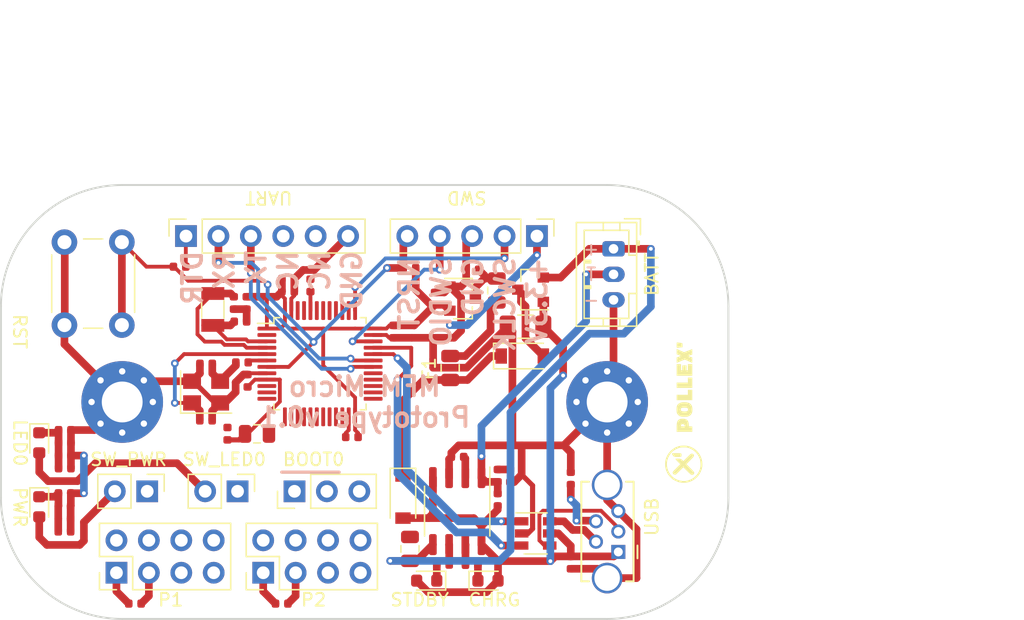
<source format=kicad_pcb>
(kicad_pcb (version 20171130) (host pcbnew "(5.1.6)-1")

  (general
    (thickness 1.6)
    (drawings 26)
    (tracks 395)
    (zones 0)
    (modules 66)
    (nets 70)
  )

  (page A4)
  (layers
    (0 F.Cu signal)
    (31 B.Cu signal)
    (32 B.Adhes user)
    (33 F.Adhes user)
    (34 B.Paste user)
    (35 F.Paste user)
    (36 B.SilkS user hide)
    (37 F.SilkS user)
    (38 B.Mask user)
    (39 F.Mask user)
    (40 Dwgs.User user)
    (41 Cmts.User user)
    (42 Eco1.User user)
    (43 Eco2.User user)
    (44 Edge.Cuts user)
    (45 Margin user)
    (46 B.CrtYd user)
    (47 F.CrtYd user)
    (48 B.Fab user hide)
    (49 F.Fab user hide)
  )

  (setup
    (last_trace_width 0.3)
    (user_trace_width 0.15)
    (user_trace_width 0.3)
    (user_trace_width 0.4)
    (user_trace_width 0.6)
    (trace_clearance 0.127)
    (zone_clearance 0.508)
    (zone_45_only no)
    (trace_min 0.127)
    (via_size 0.6)
    (via_drill 0.3)
    (via_min_size 0.6)
    (via_min_drill 0.3)
    (user_via 0.6 0.3)
    (user_via 0.9 0.4)
    (uvia_size 0.6858)
    (uvia_drill 0.3302)
    (uvias_allowed no)
    (uvia_min_size 0)
    (uvia_min_drill 0)
    (edge_width 0.0381)
    (segment_width 0.254)
    (pcb_text_width 0.3048)
    (pcb_text_size 1.524 1.524)
    (mod_edge_width 0.1524)
    (mod_text_size 0.8128 0.8128)
    (mod_text_width 0.1524)
    (pad_size 1.524 1.524)
    (pad_drill 0.762)
    (pad_to_mask_clearance 0)
    (solder_mask_min_width 0.12)
    (aux_axis_origin 0 0)
    (visible_elements 7FFFFFFF)
    (pcbplotparams
      (layerselection 0x010fc_ffffffff)
      (usegerberextensions false)
      (usegerberattributes true)
      (usegerberadvancedattributes true)
      (creategerberjobfile true)
      (excludeedgelayer true)
      (linewidth 0.100000)
      (plotframeref false)
      (viasonmask false)
      (mode 1)
      (useauxorigin false)
      (hpglpennumber 1)
      (hpglpenspeed 20)
      (hpglpendiameter 15.000000)
      (psnegative false)
      (psa4output false)
      (plotreference true)
      (plotvalue true)
      (plotinvisibletext false)
      (padsonsilk false)
      (subtractmaskfromsilk false)
      (outputformat 1)
      (mirror false)
      (drillshape 1)
      (scaleselection 1)
      (outputdirectory ""))
  )

  (net 0 "")
  (net 1 "Net-(C1-Pad1)")
  (net 2 +3V3)
  (net 3 VBUS)
  (net 4 +BATT)
  (net 5 +3.3VA)
  (net 6 XOSC32_IN)
  (net 7 XOSC32_OUT)
  (net 8 XOSC_IN)
  (net 9 "Net-(C15-Pad1)")
  (net 10 "Net-(C17-Pad1)")
  (net 11 NRST)
  (net 12 VCC)
  (net 13 "Net-(D2-Pad1)")
  (net 14 "Net-(D3-Pad1)")
  (net 15 "Net-(D4-Pad2)")
  (net 16 "Net-(D5-Pad2)")
  (net 17 "Net-(D5-Pad1)")
  (net 18 "Net-(D6-Pad1)")
  (net 19 "Net-(D6-Pad2)")
  (net 20 "Net-(F1-Pad2)")
  (net 21 D-)
  (net 22 D+)
  (net 23 "Net-(J1-Pad4)")
  (net 24 BATT_T)
  (net 25 SPI_SCK)
  (net 26 SPI_SS1)
  (net 27 SPI_MISO)
  (net 28 SPI_MOSI)
  (net 29 P_EXTI)
  (net 30 "Net-(J3-Pad8)")
  (net 31 SWCLK)
  (net 32 SWDIO)
  (net 33 "Net-(J5-Pad8)")
  (net 34 SPI_SS2)
  (net 35 SPI_SS3)
  (net 36 UART1_RX)
  (net 37 UART1_TX)
  (net 38 "Net-(J8-Pad4)")
  (net 39 "Net-(J8-Pad5)")
  (net 40 "Net-(R3-Pad2)")
  (net 41 "Net-(R5-Pad2)")
  (net 42 "Net-(R6-Pad2)")
  (net 43 "Net-(R8-Pad2)")
  (net 44 "Net-(R10-Pad2)")
  (net 45 BOOT0)
  (net 46 XOSC_OUT)
  (net 47 LED0)
  (net 48 USB_DM)
  (net 49 USB_DP)
  (net 50 "Net-(U4-Pad2)")
  (net 51 "Net-(U4-Pad10)")
  (net 52 "Net-(U4-Pad11)")
  (net 53 "Net-(U4-Pad12)")
  (net 54 "Net-(U4-Pad13)")
  (net 55 "Net-(U4-Pad14)")
  (net 56 "Net-(U4-Pad21)")
  (net 57 "Net-(U4-Pad22)")
  (net 58 "Net-(U4-Pad25)")
  (net 59 "Net-(U4-Pad27)")
  (net 60 "Net-(U4-Pad28)")
  (net 61 "Net-(U4-Pad29)")
  (net 62 "Net-(U4-Pad38)")
  (net 63 "Net-(U4-Pad40)")
  (net 64 "Net-(U4-Pad41)")
  (net 65 "Net-(U4-Pad42)")
  (net 66 "Net-(U4-Pad43)")
  (net 67 "Net-(U4-Pad45)")
  (net 68 "Net-(U4-Pad46)")
  (net 69 GND)

  (net_class Default "This is the default net class."
    (clearance 0.127)
    (trace_width 0.127)
    (via_dia 0.6)
    (via_drill 0.3)
    (uvia_dia 0.6858)
    (uvia_drill 0.3302)
    (diff_pair_width 0.1524)
    (diff_pair_gap 0.254)
    (add_net +3.3VA)
    (add_net +3V3)
    (add_net +BATT)
    (add_net BATT_T)
    (add_net BOOT0)
    (add_net D+)
    (add_net D-)
    (add_net GND)
    (add_net LED0)
    (add_net NRST)
    (add_net "Net-(C1-Pad1)")
    (add_net "Net-(C15-Pad1)")
    (add_net "Net-(C17-Pad1)")
    (add_net "Net-(D2-Pad1)")
    (add_net "Net-(D3-Pad1)")
    (add_net "Net-(D4-Pad2)")
    (add_net "Net-(D5-Pad1)")
    (add_net "Net-(D5-Pad2)")
    (add_net "Net-(D6-Pad1)")
    (add_net "Net-(D6-Pad2)")
    (add_net "Net-(F1-Pad2)")
    (add_net "Net-(J1-Pad4)")
    (add_net "Net-(J3-Pad8)")
    (add_net "Net-(J5-Pad8)")
    (add_net "Net-(J8-Pad4)")
    (add_net "Net-(J8-Pad5)")
    (add_net "Net-(R10-Pad2)")
    (add_net "Net-(R3-Pad2)")
    (add_net "Net-(R5-Pad2)")
    (add_net "Net-(R6-Pad2)")
    (add_net "Net-(R8-Pad2)")
    (add_net "Net-(U4-Pad10)")
    (add_net "Net-(U4-Pad11)")
    (add_net "Net-(U4-Pad12)")
    (add_net "Net-(U4-Pad13)")
    (add_net "Net-(U4-Pad14)")
    (add_net "Net-(U4-Pad2)")
    (add_net "Net-(U4-Pad21)")
    (add_net "Net-(U4-Pad22)")
    (add_net "Net-(U4-Pad25)")
    (add_net "Net-(U4-Pad27)")
    (add_net "Net-(U4-Pad28)")
    (add_net "Net-(U4-Pad29)")
    (add_net "Net-(U4-Pad38)")
    (add_net "Net-(U4-Pad40)")
    (add_net "Net-(U4-Pad41)")
    (add_net "Net-(U4-Pad42)")
    (add_net "Net-(U4-Pad43)")
    (add_net "Net-(U4-Pad45)")
    (add_net "Net-(U4-Pad46)")
    (add_net P_EXTI)
    (add_net SPI_MISO)
    (add_net SPI_MOSI)
    (add_net SPI_SCK)
    (add_net SPI_SS1)
    (add_net SPI_SS2)
    (add_net SPI_SS3)
    (add_net SWCLK)
    (add_net SWDIO)
    (add_net UART1_RX)
    (add_net UART1_TX)
    (add_net USB_DM)
    (add_net USB_DP)
    (add_net VBUS)
    (add_net VCC)
    (add_net XOSC32_IN)
    (add_net XOSC32_OUT)
    (add_net XOSC_IN)
    (add_net XOSC_OUT)
  )

  (module Package_QFP:LQFP-48_7x7mm_P0.5mm (layer F.Cu) (tedit 5D9F72AF) (tstamp 5F600EA5)
    (at 70.5 63.5)
    (descr "LQFP, 48 Pin (https://www.analog.com/media/en/technical-documentation/data-sheets/ltc2358-16.pdf), generated with kicad-footprint-generator ipc_gullwing_generator.py")
    (tags "LQFP QFP")
    (path /5F9A9C0F)
    (attr smd)
    (fp_text reference U4 (at 0 -5.85) (layer F.Fab)
      (effects (font (size 1 1) (thickness 0.15)))
    )
    (fp_text value STM32L072CBTx (at 0 5.85) (layer F.Fab)
      (effects (font (size 1 1) (thickness 0.15)))
    )
    (fp_line (start 3.16 3.61) (end 3.61 3.61) (layer F.SilkS) (width 0.12))
    (fp_line (start 3.61 3.61) (end 3.61 3.16) (layer F.SilkS) (width 0.12))
    (fp_line (start -3.16 3.61) (end -3.61 3.61) (layer F.SilkS) (width 0.12))
    (fp_line (start -3.61 3.61) (end -3.61 3.16) (layer F.SilkS) (width 0.12))
    (fp_line (start 3.16 -3.61) (end 3.61 -3.61) (layer F.SilkS) (width 0.12))
    (fp_line (start 3.61 -3.61) (end 3.61 -3.16) (layer F.SilkS) (width 0.12))
    (fp_line (start -3.16 -3.61) (end -3.61 -3.61) (layer F.SilkS) (width 0.12))
    (fp_line (start -3.61 -3.61) (end -3.61 -3.16) (layer F.SilkS) (width 0.12))
    (fp_line (start -3.61 -3.16) (end -4.9 -3.16) (layer F.SilkS) (width 0.12))
    (fp_line (start -2.5 -3.5) (end 3.5 -3.5) (layer F.Fab) (width 0.1))
    (fp_line (start 3.5 -3.5) (end 3.5 3.5) (layer F.Fab) (width 0.1))
    (fp_line (start 3.5 3.5) (end -3.5 3.5) (layer F.Fab) (width 0.1))
    (fp_line (start -3.5 3.5) (end -3.5 -2.5) (layer F.Fab) (width 0.1))
    (fp_line (start -3.5 -2.5) (end -2.5 -3.5) (layer F.Fab) (width 0.1))
    (fp_line (start 0 -5.15) (end -3.15 -5.15) (layer F.CrtYd) (width 0.05))
    (fp_line (start -3.15 -5.15) (end -3.15 -3.75) (layer F.CrtYd) (width 0.05))
    (fp_line (start -3.15 -3.75) (end -3.75 -3.75) (layer F.CrtYd) (width 0.05))
    (fp_line (start -3.75 -3.75) (end -3.75 -3.15) (layer F.CrtYd) (width 0.05))
    (fp_line (start -3.75 -3.15) (end -5.15 -3.15) (layer F.CrtYd) (width 0.05))
    (fp_line (start -5.15 -3.15) (end -5.15 0) (layer F.CrtYd) (width 0.05))
    (fp_line (start 0 -5.15) (end 3.15 -5.15) (layer F.CrtYd) (width 0.05))
    (fp_line (start 3.15 -5.15) (end 3.15 -3.75) (layer F.CrtYd) (width 0.05))
    (fp_line (start 3.15 -3.75) (end 3.75 -3.75) (layer F.CrtYd) (width 0.05))
    (fp_line (start 3.75 -3.75) (end 3.75 -3.15) (layer F.CrtYd) (width 0.05))
    (fp_line (start 3.75 -3.15) (end 5.15 -3.15) (layer F.CrtYd) (width 0.05))
    (fp_line (start 5.15 -3.15) (end 5.15 0) (layer F.CrtYd) (width 0.05))
    (fp_line (start 0 5.15) (end -3.15 5.15) (layer F.CrtYd) (width 0.05))
    (fp_line (start -3.15 5.15) (end -3.15 3.75) (layer F.CrtYd) (width 0.05))
    (fp_line (start -3.15 3.75) (end -3.75 3.75) (layer F.CrtYd) (width 0.05))
    (fp_line (start -3.75 3.75) (end -3.75 3.15) (layer F.CrtYd) (width 0.05))
    (fp_line (start -3.75 3.15) (end -5.15 3.15) (layer F.CrtYd) (width 0.05))
    (fp_line (start -5.15 3.15) (end -5.15 0) (layer F.CrtYd) (width 0.05))
    (fp_line (start 0 5.15) (end 3.15 5.15) (layer F.CrtYd) (width 0.05))
    (fp_line (start 3.15 5.15) (end 3.15 3.75) (layer F.CrtYd) (width 0.05))
    (fp_line (start 3.15 3.75) (end 3.75 3.75) (layer F.CrtYd) (width 0.05))
    (fp_line (start 3.75 3.75) (end 3.75 3.15) (layer F.CrtYd) (width 0.05))
    (fp_line (start 3.75 3.15) (end 5.15 3.15) (layer F.CrtYd) (width 0.05))
    (fp_line (start 5.15 3.15) (end 5.15 0) (layer F.CrtYd) (width 0.05))
    (fp_text user %R (at 0 0) (layer F.Fab)
      (effects (font (size 1 1) (thickness 0.15)))
    )
    (pad 1 smd roundrect (at -4.1625 -2.75) (size 1.475 0.3) (layers F.Cu F.Paste F.Mask) (roundrect_rratio 0.25)
      (net 2 +3V3))
    (pad 2 smd roundrect (at -4.1625 -2.25) (size 1.475 0.3) (layers F.Cu F.Paste F.Mask) (roundrect_rratio 0.25)
      (net 50 "Net-(U4-Pad2)"))
    (pad 3 smd roundrect (at -4.1625 -1.75) (size 1.475 0.3) (layers F.Cu F.Paste F.Mask) (roundrect_rratio 0.25)
      (net 6 XOSC32_IN))
    (pad 4 smd roundrect (at -4.1625 -1.25) (size 1.475 0.3) (layers F.Cu F.Paste F.Mask) (roundrect_rratio 0.25)
      (net 7 XOSC32_OUT))
    (pad 5 smd roundrect (at -4.1625 -0.75) (size 1.475 0.3) (layers F.Cu F.Paste F.Mask) (roundrect_rratio 0.25)
      (net 8 XOSC_IN))
    (pad 6 smd roundrect (at -4.1625 -0.25) (size 1.475 0.3) (layers F.Cu F.Paste F.Mask) (roundrect_rratio 0.25)
      (net 46 XOSC_OUT))
    (pad 7 smd roundrect (at -4.1625 0.25) (size 1.475 0.3) (layers F.Cu F.Paste F.Mask) (roundrect_rratio 0.25)
      (net 11 NRST))
    (pad 8 smd roundrect (at -4.1625 0.75) (size 1.475 0.3) (layers F.Cu F.Paste F.Mask) (roundrect_rratio 0.25)
      (net 69 GND))
    (pad 9 smd roundrect (at -4.1625 1.25) (size 1.475 0.3) (layers F.Cu F.Paste F.Mask) (roundrect_rratio 0.25)
      (net 5 +3.3VA))
    (pad 10 smd roundrect (at -4.1625 1.75) (size 1.475 0.3) (layers F.Cu F.Paste F.Mask) (roundrect_rratio 0.25)
      (net 51 "Net-(U4-Pad10)"))
    (pad 11 smd roundrect (at -4.1625 2.25) (size 1.475 0.3) (layers F.Cu F.Paste F.Mask) (roundrect_rratio 0.25)
      (net 52 "Net-(U4-Pad11)"))
    (pad 12 smd roundrect (at -4.1625 2.75) (size 1.475 0.3) (layers F.Cu F.Paste F.Mask) (roundrect_rratio 0.25)
      (net 53 "Net-(U4-Pad12)"))
    (pad 13 smd roundrect (at -2.75 4.1625) (size 0.3 1.475) (layers F.Cu F.Paste F.Mask) (roundrect_rratio 0.25)
      (net 54 "Net-(U4-Pad13)"))
    (pad 14 smd roundrect (at -2.25 4.1625) (size 0.3 1.475) (layers F.Cu F.Paste F.Mask) (roundrect_rratio 0.25)
      (net 55 "Net-(U4-Pad14)"))
    (pad 15 smd roundrect (at -1.75 4.1625) (size 0.3 1.475) (layers F.Cu F.Paste F.Mask) (roundrect_rratio 0.25)
      (net 25 SPI_SCK))
    (pad 16 smd roundrect (at -1.25 4.1625) (size 0.3 1.475) (layers F.Cu F.Paste F.Mask) (roundrect_rratio 0.25)
      (net 27 SPI_MISO))
    (pad 17 smd roundrect (at -0.75 4.1625) (size 0.3 1.475) (layers F.Cu F.Paste F.Mask) (roundrect_rratio 0.25)
      (net 28 SPI_MOSI))
    (pad 18 smd roundrect (at -0.25 4.1625) (size 0.3 1.475) (layers F.Cu F.Paste F.Mask) (roundrect_rratio 0.25)
      (net 26 SPI_SS1))
    (pad 19 smd roundrect (at 0.25 4.1625) (size 0.3 1.475) (layers F.Cu F.Paste F.Mask) (roundrect_rratio 0.25)
      (net 34 SPI_SS2))
    (pad 20 smd roundrect (at 0.75 4.1625) (size 0.3 1.475) (layers F.Cu F.Paste F.Mask) (roundrect_rratio 0.25)
      (net 35 SPI_SS3))
    (pad 21 smd roundrect (at 1.25 4.1625) (size 0.3 1.475) (layers F.Cu F.Paste F.Mask) (roundrect_rratio 0.25)
      (net 56 "Net-(U4-Pad21)"))
    (pad 22 smd roundrect (at 1.75 4.1625) (size 0.3 1.475) (layers F.Cu F.Paste F.Mask) (roundrect_rratio 0.25)
      (net 57 "Net-(U4-Pad22)"))
    (pad 23 smd roundrect (at 2.25 4.1625) (size 0.3 1.475) (layers F.Cu F.Paste F.Mask) (roundrect_rratio 0.25)
      (net 69 GND))
    (pad 24 smd roundrect (at 2.75 4.1625) (size 0.3 1.475) (layers F.Cu F.Paste F.Mask) (roundrect_rratio 0.25)
      (net 2 +3V3))
    (pad 25 smd roundrect (at 4.1625 2.75) (size 1.475 0.3) (layers F.Cu F.Paste F.Mask) (roundrect_rratio 0.25)
      (net 58 "Net-(U4-Pad25)"))
    (pad 26 smd roundrect (at 4.1625 2.25) (size 1.475 0.3) (layers F.Cu F.Paste F.Mask) (roundrect_rratio 0.25)
      (net 47 LED0))
    (pad 27 smd roundrect (at 4.1625 1.75) (size 1.475 0.3) (layers F.Cu F.Paste F.Mask) (roundrect_rratio 0.25)
      (net 59 "Net-(U4-Pad27)"))
    (pad 28 smd roundrect (at 4.1625 1.25) (size 1.475 0.3) (layers F.Cu F.Paste F.Mask) (roundrect_rratio 0.25)
      (net 60 "Net-(U4-Pad28)"))
    (pad 29 smd roundrect (at 4.1625 0.75) (size 1.475 0.3) (layers F.Cu F.Paste F.Mask) (roundrect_rratio 0.25)
      (net 61 "Net-(U4-Pad29)"))
    (pad 30 smd roundrect (at 4.1625 0.25) (size 1.475 0.3) (layers F.Cu F.Paste F.Mask) (roundrect_rratio 0.25)
      (net 37 UART1_TX))
    (pad 31 smd roundrect (at 4.1625 -0.25) (size 1.475 0.3) (layers F.Cu F.Paste F.Mask) (roundrect_rratio 0.25)
      (net 36 UART1_RX))
    (pad 32 smd roundrect (at 4.1625 -0.75) (size 1.475 0.3) (layers F.Cu F.Paste F.Mask) (roundrect_rratio 0.25)
      (net 48 USB_DM))
    (pad 33 smd roundrect (at 4.1625 -1.25) (size 1.475 0.3) (layers F.Cu F.Paste F.Mask) (roundrect_rratio 0.25)
      (net 49 USB_DP))
    (pad 34 smd roundrect (at 4.1625 -1.75) (size 1.475 0.3) (layers F.Cu F.Paste F.Mask) (roundrect_rratio 0.25)
      (net 32 SWDIO))
    (pad 35 smd roundrect (at 4.1625 -2.25) (size 1.475 0.3) (layers F.Cu F.Paste F.Mask) (roundrect_rratio 0.25)
      (net 69 GND))
    (pad 36 smd roundrect (at 4.1625 -2.75) (size 1.475 0.3) (layers F.Cu F.Paste F.Mask) (roundrect_rratio 0.25)
      (net 2 +3V3))
    (pad 37 smd roundrect (at 2.75 -4.1625) (size 0.3 1.475) (layers F.Cu F.Paste F.Mask) (roundrect_rratio 0.25)
      (net 31 SWCLK))
    (pad 38 smd roundrect (at 2.25 -4.1625) (size 0.3 1.475) (layers F.Cu F.Paste F.Mask) (roundrect_rratio 0.25)
      (net 62 "Net-(U4-Pad38)"))
    (pad 39 smd roundrect (at 1.75 -4.1625) (size 0.3 1.475) (layers F.Cu F.Paste F.Mask) (roundrect_rratio 0.25)
      (net 29 P_EXTI))
    (pad 40 smd roundrect (at 1.25 -4.1625) (size 0.3 1.475) (layers F.Cu F.Paste F.Mask) (roundrect_rratio 0.25)
      (net 63 "Net-(U4-Pad40)"))
    (pad 41 smd roundrect (at 0.75 -4.1625) (size 0.3 1.475) (layers F.Cu F.Paste F.Mask) (roundrect_rratio 0.25)
      (net 64 "Net-(U4-Pad41)"))
    (pad 42 smd roundrect (at 0.25 -4.1625) (size 0.3 1.475) (layers F.Cu F.Paste F.Mask) (roundrect_rratio 0.25)
      (net 65 "Net-(U4-Pad42)"))
    (pad 43 smd roundrect (at -0.25 -4.1625) (size 0.3 1.475) (layers F.Cu F.Paste F.Mask) (roundrect_rratio 0.25)
      (net 66 "Net-(U4-Pad43)"))
    (pad 44 smd roundrect (at -0.75 -4.1625) (size 0.3 1.475) (layers F.Cu F.Paste F.Mask) (roundrect_rratio 0.25)
      (net 45 BOOT0))
    (pad 45 smd roundrect (at -1.25 -4.1625) (size 0.3 1.475) (layers F.Cu F.Paste F.Mask) (roundrect_rratio 0.25)
      (net 67 "Net-(U4-Pad45)"))
    (pad 46 smd roundrect (at -1.75 -4.1625) (size 0.3 1.475) (layers F.Cu F.Paste F.Mask) (roundrect_rratio 0.25)
      (net 68 "Net-(U4-Pad46)"))
    (pad 47 smd roundrect (at -2.25 -4.1625) (size 0.3 1.475) (layers F.Cu F.Paste F.Mask) (roundrect_rratio 0.25)
      (net 69 GND))
    (pad 48 smd roundrect (at -2.75 -4.1625) (size 0.3 1.475) (layers F.Cu F.Paste F.Mask) (roundrect_rratio 0.25)
      (net 2 +3V3))
    (model ${KISYS3DMOD}/Package_QFP.3dshapes/LQFP-48_7x7mm_P0.5mm.wrl
      (at (xyz 0 0 0))
      (scale (xyz 1 1 1))
      (rotate (xyz 0 0 0))
    )
  )

  (module lib:pollex-logo (layer F.Cu) (tedit 0) (tstamp 5F626315)
    (at 99 66 90)
    (fp_text reference G*** (at 0 2.5 90) (layer F.Fab) hide
      (effects (font (size 1.524 1.524) (thickness 0.3)))
    )
    (fp_text value LOGO (at 1 2 90) (layer F.Fab) hide
      (effects (font (size 1.524 1.524) (thickness 0.3)))
    )
    (fp_poly (pts (xy -4.5436 -0.91159) (xy -4.53224 -0.902003) (xy -4.524062 -0.879686) (xy -4.518576 -0.839212)
      (xy -4.515295 -0.775154) (xy -4.51373 -0.682083) (xy -4.513385 -0.575713) (xy -4.514593 -0.457715)
      (xy -4.517974 -0.355711) (xy -4.523161 -0.276274) (xy -4.529787 -0.225973) (xy -4.53361 -0.213638)
      (xy -4.554916 -0.190251) (xy -4.593523 -0.178776) (xy -4.656703 -0.175846) (xy -4.719598 -0.180063)
      (xy -4.767626 -0.190846) (xy -4.783015 -0.199292) (xy -4.792853 -0.228367) (xy -4.800093 -0.287169)
      (xy -4.804689 -0.366433) (xy -4.806596 -0.456892) (xy -4.805771 -0.549282) (xy -4.802167 -0.634336)
      (xy -4.79574 -0.702787) (xy -4.786445 -0.745372) (xy -4.785672 -0.747173) (xy -4.75719 -0.78524)
      (xy -4.709177 -0.828107) (xy -4.652348 -0.868497) (xy -4.597419 -0.899133) (xy -4.555106 -0.912735)
      (xy -4.5436 -0.91159)) (layer F.SilkS) (width 0.01))
    (fp_poly (pts (xy -6.010796 -0.856775) (xy -5.983855 -0.845773) (xy -5.949868 -0.823309) (xy -5.904719 -0.786005)
      (xy -5.844289 -0.730485) (xy -5.764461 -0.653372) (xy -5.672232 -0.562324) (xy -5.372622 -0.264956)
      (xy -5.182 -0.454862) (xy -5.110843 -0.524093) (xy -5.048124 -0.582027) (xy -4.999587 -0.623583)
      (xy -4.970976 -0.643679) (xy -4.967304 -0.644769) (xy -4.95486 -0.631609) (xy -4.947141 -0.589442)
      (xy -4.943604 -0.514242) (xy -4.943231 -0.466991) (xy -4.947138 -0.352451) (xy -4.961295 -0.265862)
      (xy -4.989351 -0.196659) (xy -5.034955 -0.134277) (xy -5.071118 -0.096832) (xy -5.138882 -0.031153)
      (xy -4.845672 0.264268) (xy -4.748517 0.362464) (xy -4.675578 0.437514) (xy -4.623391 0.493855)
      (xy -4.588492 0.535922) (xy -4.567417 0.568155) (xy -4.556703 0.59499) (xy -4.552885 0.620864)
      (xy -4.552461 0.639888) (xy -4.559074 0.701231) (xy -4.58401 0.742913) (xy -4.603943 0.760582)
      (xy -4.640641 0.786402) (xy -4.675067 0.800705) (xy -4.711249 0.801202) (xy -4.753213 0.785607)
      (xy -4.804988 0.751634) (xy -4.870601 0.696994) (xy -4.954081 0.619402) (xy -5.059455 0.516569)
      (xy -5.094126 0.482253) (xy -5.372021 0.206713) (xy -5.682765 0.513664) (xy -5.786025 0.615052)
      (xy -5.86599 0.691768) (xy -5.926662 0.747109) (xy -5.97204 0.784369) (xy -6.006124 0.806843)
      (xy -6.032914 0.817825) (xy -6.055412 0.820616) (xy -6.126373 0.801941) (xy -6.165273 0.772657)
      (xy -6.204403 0.712061) (xy -6.213231 0.651921) (xy -6.21155 0.626329) (xy -6.204233 0.600936)
      (xy -6.18787 0.571484) (xy -6.159049 0.533717) (xy -6.11436 0.483378) (xy -6.050392 0.416212)
      (xy -5.963734 0.327962) (xy -5.911021 0.274793) (xy -5.608812 -0.029557) (xy -5.901252 -0.323798)
      (xy -5.998712 -0.422284) (xy -6.071818 -0.497693) (xy -6.124039 -0.554382) (xy -6.158848 -0.596708)
      (xy -6.179716 -0.629031) (xy -6.190114 -0.655706) (xy -6.193513 -0.681092) (xy -6.193692 -0.690908)
      (xy -6.177139 -0.767079) (xy -6.132505 -0.824876) (xy -6.067327 -0.85629) (xy -6.034809 -0.859692)
      (xy -6.010796 -0.856775)) (layer F.SilkS) (width 0.01))
    (fp_poly (pts (xy 4.040754 -0.54562) (xy 4.108216 -0.54168) (xy 4.150855 -0.535904) (xy 4.161692 -0.530645)
      (xy 4.159191 -0.500116) (xy 4.152654 -0.44219) (xy 4.143539 -0.368157) (xy 4.133297 -0.289311)
      (xy 4.123383 -0.216942) (xy 4.115253 -0.162344) (xy 4.111596 -0.141654) (xy 4.104088 -0.119535)
      (xy 4.087405 -0.106411) (xy 4.052994 -0.099956) (xy 3.992301 -0.097845) (xy 3.949915 -0.097692)
      (xy 3.797497 -0.097692) (xy 3.77433 -0.297961) (xy 3.764633 -0.384131) (xy 3.756954 -0.456849)
      (xy 3.752263 -0.506663) (xy 3.751274 -0.522654) (xy 3.762959 -0.53439) (xy 3.800863 -0.542015)
      (xy 3.86945 -0.546058) (xy 3.956539 -0.547077) (xy 4.040754 -0.54562)) (layer F.SilkS) (width 0.01))
    (fp_poly (pts (xy 3.038231 -0.390769) (xy 3.063488 -0.31968) (xy 3.085751 -0.265502) (xy 3.101353 -0.236861)
      (xy 3.10466 -0.234461) (xy 3.118062 -0.251265) (xy 3.141546 -0.296139) (xy 3.170918 -0.360776)
      (xy 3.183569 -0.390769) (xy 3.248104 -0.547077) (xy 3.651497 -0.547077) (xy 3.525595 -0.271133)
      (xy 3.482164 -0.17452) (xy 3.445214 -0.089611) (xy 3.417567 -0.023103) (xy 3.402042 0.018303)
      (xy 3.399692 0.02789) (xy 3.406497 0.053075) (xy 3.425317 0.107983) (xy 3.453763 0.18601)
      (xy 3.489443 0.280554) (xy 3.516923 0.351692) (xy 3.555986 0.452241) (xy 3.589533 0.53924)
      (xy 3.615211 0.60654) (xy 3.63067 0.64799) (xy 3.634154 0.658363) (xy 3.615946 0.660769)
      (xy 3.566639 0.662688) (xy 3.494212 0.6639) (xy 3.424115 0.66421) (xy 3.214077 0.664112)
      (xy 3.167271 0.507902) (xy 3.144415 0.436559) (xy 3.124221 0.382315) (xy 3.110053 0.353912)
      (xy 3.107152 0.351692) (xy 3.095147 0.368824) (xy 3.074633 0.414512) (xy 3.04932 0.480194)
      (xy 3.039428 0.508) (xy 2.985016 0.664308) (xy 2.782046 0.664308) (xy 2.698314 0.66346)
      (xy 2.63138 0.661167) (xy 2.589361 0.65781) (xy 2.579077 0.654841) (xy 2.586605 0.634663)
      (xy 2.607396 0.585072) (xy 2.638761 0.512329) (xy 2.678012 0.422693) (xy 2.704876 0.361949)
      (xy 2.830676 0.078525) (xy 2.704876 -0.226863) (xy 2.663393 -0.327983) (xy 2.627673 -0.41585)
      (xy 2.600156 -0.484398) (xy 2.583282 -0.527558) (xy 2.579077 -0.539663) (xy 2.597264 -0.542718)
      (xy 2.646423 -0.545161) (xy 2.718449 -0.546697) (xy 2.782626 -0.547077) (xy 2.986176 -0.547077)
      (xy 3.038231 -0.390769)) (layer F.SilkS) (width 0.01))
    (fp_poly (pts (xy 2.461846 -0.214923) (xy 1.970789 -0.214923) (xy 1.976971 -0.161192) (xy 1.983154 -0.107461)
      (xy 2.364154 -0.096277) (xy 2.364154 0.214923) (xy 1.973385 0.214923) (xy 1.973385 0.332154)
      (xy 2.461846 0.332154) (xy 2.461846 0.664308) (xy 1.563077 0.664308) (xy 1.563077 -0.547077)
      (xy 2.461846 -0.547077) (xy 2.461846 -0.214923)) (layer F.SilkS) (width 0.01))
    (fp_poly (pts (xy 1.016 0.332154) (xy 1.406769 0.332154) (xy 1.406769 0.664308) (xy 0.605692 0.664308)
      (xy 0.605692 -0.547077) (xy 1.016 -0.547077) (xy 1.016 0.332154)) (layer F.SilkS) (width 0.01))
    (fp_poly (pts (xy 0.058615 0.332154) (xy 0.449385 0.332154) (xy 0.449385 0.664308) (xy -0.351692 0.664308)
      (xy -0.351692 -0.547077) (xy 0.058615 -0.547077) (xy 0.058615 0.332154)) (layer F.SilkS) (width 0.01))
    (fp_poly (pts (xy -2.369762 -0.544962) (xy -2.241522 -0.538045) (xy -2.140788 -0.525469) (xy -2.061872 -0.506376)
      (xy -1.999088 -0.47991) (xy -1.970271 -0.462506) (xy -1.903758 -0.404764) (xy -1.858905 -0.332146)
      (xy -1.832225 -0.236852) (xy -1.821042 -0.128679) (xy -1.821637 0.012711) (xy -1.840834 0.125238)
      (xy -1.880068 0.215145) (xy -1.909486 0.255768) (xy -1.969435 0.311399) (xy -2.045119 0.350301)
      (xy -2.144359 0.375466) (xy -2.256692 0.388569) (xy -2.413 0.400539) (xy -2.418777 0.532423)
      (xy -2.424555 0.664308) (xy -2.833077 0.664308) (xy -2.833077 0.078154) (xy -2.424413 0.078154)
      (xy -2.364976 0.078154) (xy -2.30648 0.064796) (xy -2.266461 0.039077) (xy -2.238056 -0.012378)
      (xy -2.227307 -0.080715) (xy -2.23545 -0.147355) (xy -2.251808 -0.181431) (xy -2.287076 -0.205155)
      (xy -2.339937 -0.218923) (xy -2.344615 -0.219358) (xy -2.413 -0.224692) (xy -2.418706 -0.073269)
      (xy -2.424413 0.078154) (xy -2.833077 0.078154) (xy -2.833077 -0.547077) (xy -2.531192 -0.547077)
      (xy -2.369762 -0.544962)) (layer F.SilkS) (width 0.01))
    (fp_poly (pts (xy -0.95348 -0.551962) (xy -0.844129 -0.536096) (xy -0.759323 -0.506281) (xy -0.692287 -0.459889)
      (xy -0.636246 -0.394292) (xy -0.622533 -0.3736) (xy -0.578945 -0.29558) (xy -0.549981 -0.217369)
      (xy -0.533099 -0.127946) (xy -0.525758 -0.016289) (xy -0.524874 0.049836) (xy -0.534966 0.224396)
      (xy -0.566665 0.367812) (xy -0.620934 0.482118) (xy -0.698732 0.569349) (xy -0.799476 0.630857)
      (xy -0.890896 0.658405) (xy -1.005147 0.67414) (xy -1.12761 0.677398) (xy -1.243664 0.667514)
      (xy -1.307978 0.653943) (xy -1.427287 0.606356) (xy -1.518088 0.536148) (xy -1.586984 0.43785)
      (xy -1.59963 0.412398) (xy -1.621454 0.362561) (xy -1.636072 0.317001) (xy -1.644905 0.265935)
      (xy -1.649373 0.19958) (xy -1.650721 0.118646) (xy -1.248966 0.118646) (xy -1.238158 0.215982)
      (xy -1.212968 0.284653) (xy -1.190756 0.313705) (xy -1.133823 0.345437) (xy -1.065658 0.347356)
      (xy -1.000348 0.319415) (xy -0.993741 0.314354) (xy -0.97144 0.292458) (xy -0.957078 0.264391)
      (xy -0.948396 0.220957) (xy -0.943133 0.152961) (xy -0.940764 0.098827) (xy -0.939238 -0.025192)
      (xy -0.947044 -0.115511) (xy -0.966326 -0.176838) (xy -0.999228 -0.213882) (xy -1.047894 -0.231355)
      (xy -1.092521 -0.234461) (xy -1.155233 -0.226381) (xy -1.198536 -0.198527) (xy -1.226164 -0.145477)
      (xy -1.241849 -0.061812) (xy -1.246088 -0.01145) (xy -1.248966 0.118646) (xy -1.650721 0.118646)
      (xy -1.650896 0.108153) (xy -1.651 0.058616) (xy -1.648592 -0.074774) (xy -1.640072 -0.177296)
      (xy -1.623492 -0.256937) (xy -1.596908 -0.321686) (xy -1.558373 -0.379528) (xy -1.538435 -0.403365)
      (xy -1.476908 -0.465225) (xy -1.413269 -0.508458) (xy -1.338832 -0.536057) (xy -1.244907 -0.551019)
      (xy -1.122806 -0.556337) (xy -1.094154 -0.556507) (xy -0.95348 -0.551962)) (layer F.SilkS) (width 0.01))
    (fp_poly (pts (xy -5.188923 -1.443335) (xy -5.024983 -1.415591) (xy -4.865675 -1.364914) (xy -4.718538 -1.299255)
      (xy -4.524915 -1.182288) (xy -4.349288 -1.033608) (xy -4.196817 -0.858413) (xy -4.072663 -0.661899)
      (xy -4.058844 -0.635) (xy -3.980047 -0.435824) (xy -3.932819 -0.221303) (xy -3.917159 0.000876)
      (xy -3.933067 0.223024) (xy -3.980542 0.437454) (xy -4.058844 0.635) (xy -4.182507 0.840475)
      (xy -4.333394 1.020203) (xy -4.508162 1.172013) (xy -4.703472 1.293734) (xy -4.915981 1.383194)
      (xy -5.142349 1.438223) (xy -5.321813 1.455689) (xy -5.408905 1.45759) (xy -5.487616 1.457129)
      (xy -5.545075 1.45446) (xy -5.558692 1.452893) (xy -5.791962 1.397718) (xy -6.010403 1.309231)
      (xy -6.210316 1.190085) (xy -6.388001 1.042934) (xy -6.539756 0.870428) (xy -6.661883 0.675222)
      (xy -6.672332 0.654539) (xy -6.745943 0.486568) (xy -6.793458 0.327538) (xy -6.818508 0.161866)
      (xy -6.824853 0) (xy -6.821024 -0.088238) (xy -6.696361 -0.088238) (xy -6.693114 0.127789)
      (xy -6.655302 0.336888) (xy -6.58518 0.535545) (xy -6.485004 0.720246) (xy -6.357029 0.887475)
      (xy -6.203512 1.033718) (xy -6.026707 1.155461) (xy -5.828871 1.249188) (xy -5.625453 1.308668)
      (xy -5.529294 1.320659) (xy -5.409158 1.323555) (xy -5.278518 1.31817) (xy -5.150848 1.305316)
      (xy -5.039623 1.285807) (xy -4.982308 1.269866) (xy -4.762227 1.176002) (xy -4.570281 1.055318)
      (xy -4.405682 0.907029) (xy -4.267641 0.730348) (xy -4.155371 0.524487) (xy -4.101523 0.390769)
      (xy -4.082241 0.331497) (xy -4.069223 0.274523) (xy -4.061304 0.209845) (xy -4.057323 0.12746)
      (xy -4.056118 0.017366) (xy -4.056105 0) (xy -4.05701 -0.114273) (xy -4.060505 -0.199482)
      (xy -4.067759 -0.265616) (xy -4.07994 -0.322661) (xy -4.098218 -0.380604) (xy -4.101838 -0.390769)
      (xy -4.185556 -0.589508) (xy -4.284347 -0.758198) (xy -4.403399 -0.904596) (xy -4.516127 -1.010381)
      (xy -4.697918 -1.140057) (xy -4.89035 -1.23464) (xy -5.089769 -1.295326) (xy -5.292522 -1.323309)
      (xy -5.494953 -1.319787) (xy -5.69341 -1.285956) (xy -5.884238 -1.223012) (xy -6.063783 -1.13215)
      (xy -6.228392 -1.014568) (xy -6.37441 -0.871461) (xy -6.498184 -0.704024) (xy -6.596059 -0.513455)
      (xy -6.662787 -0.307677) (xy -6.696361 -0.088238) (xy -6.821024 -0.088238) (xy -6.817178 -0.176864)
      (xy -6.791797 -0.334502) (xy -6.745174 -0.487856) (xy -6.673773 -0.651872) (xy -6.667672 -0.664308)
      (xy -6.620869 -0.753989) (xy -6.575045 -0.82763) (xy -6.521671 -0.896746) (xy -6.452219 -0.972854)
      (xy -6.399513 -1.026436) (xy -6.313728 -1.109568) (xy -6.241818 -1.171525) (xy -6.172266 -1.220836)
      (xy -6.093555 -1.266028) (xy -6.037385 -1.294595) (xy -5.872045 -1.367889) (xy -5.718426 -1.416154)
      (xy -5.561585 -1.442925) (xy -5.386578 -1.45174) (xy -5.373077 -1.451776) (xy -5.188923 -1.443335)) (layer F.SilkS) (width 0.01))
  )

  (module Connector_PinSocket_2.54mm:PinSocket_1x06_P2.54mm_Vertical (layer F.Cu) (tedit 5A19A430) (tstamp 5F5FF1E3)
    (at 60 53.5 90)
    (descr "Through hole straight socket strip, 1x06, 2.54mm pitch, single row (from Kicad 4.0.7), script generated")
    (tags "Through hole socket strip THT 1x06 2.54mm single row")
    (path /5FBEBA6B)
    (fp_text reference UART (at 3 6.5 180 unlocked) (layer F.SilkS)
      (effects (font (size 1 1) (thickness 0.15)))
    )
    (fp_text value UART_Connector (at 0 15.03 90) (layer F.Fab)
      (effects (font (size 1 1) (thickness 0.15)))
    )
    (fp_line (start -1.8 14.45) (end -1.8 -1.8) (layer F.CrtYd) (width 0.05))
    (fp_line (start 1.75 14.45) (end -1.8 14.45) (layer F.CrtYd) (width 0.05))
    (fp_line (start 1.75 -1.8) (end 1.75 14.45) (layer F.CrtYd) (width 0.05))
    (fp_line (start -1.8 -1.8) (end 1.75 -1.8) (layer F.CrtYd) (width 0.05))
    (fp_line (start 0 -1.33) (end 1.33 -1.33) (layer F.SilkS) (width 0.12))
    (fp_line (start 1.33 -1.33) (end 1.33 0) (layer F.SilkS) (width 0.12))
    (fp_line (start 1.33 1.27) (end 1.33 14.03) (layer F.SilkS) (width 0.12))
    (fp_line (start -1.33 14.03) (end 1.33 14.03) (layer F.SilkS) (width 0.12))
    (fp_line (start -1.33 1.27) (end -1.33 14.03) (layer F.SilkS) (width 0.12))
    (fp_line (start -1.33 1.27) (end 1.33 1.27) (layer F.SilkS) (width 0.12))
    (fp_line (start -1.27 13.97) (end -1.27 -1.27) (layer F.Fab) (width 0.1))
    (fp_line (start 1.27 13.97) (end -1.27 13.97) (layer F.Fab) (width 0.1))
    (fp_line (start 1.27 -0.635) (end 1.27 13.97) (layer F.Fab) (width 0.1))
    (fp_line (start 0.635 -1.27) (end 1.27 -0.635) (layer F.Fab) (width 0.1))
    (fp_line (start -1.27 -1.27) (end 0.635 -1.27) (layer F.Fab) (width 0.1))
    (fp_text user %R (at 0 6.35) (layer F.Fab)
      (effects (font (size 1 1) (thickness 0.15)))
    )
    (pad 6 thru_hole oval (at 0 12.7 90) (size 1.7 1.7) (drill 1) (layers *.Cu *.Mask)
      (net 69 GND))
    (pad 5 thru_hole oval (at 0 10.16 90) (size 1.7 1.7) (drill 1) (layers *.Cu *.Mask)
      (net 39 "Net-(J8-Pad5)"))
    (pad 4 thru_hole oval (at 0 7.62 90) (size 1.7 1.7) (drill 1) (layers *.Cu *.Mask)
      (net 38 "Net-(J8-Pad4)"))
    (pad 3 thru_hole oval (at 0 5.08 90) (size 1.7 1.7) (drill 1) (layers *.Cu *.Mask)
      (net 37 UART1_TX))
    (pad 2 thru_hole oval (at 0 2.54 90) (size 1.7 1.7) (drill 1) (layers *.Cu *.Mask)
      (net 36 UART1_RX))
    (pad 1 thru_hole rect (at 0 0 90) (size 1.7 1.7) (drill 1) (layers *.Cu *.Mask)
      (net 10 "Net-(C17-Pad1)"))
    (model ${KISYS3DMOD}/Connector_PinSocket_2.54mm.3dshapes/PinSocket_1x06_P2.54mm_Vertical.wrl
      (at (xyz 0 0 0))
      (scale (xyz 1 1 1))
      (rotate (xyz 0 0 0))
    )
  )

  (module Connector_PinHeader_2.54mm:PinHeader_1x05_P2.54mm_Vertical (layer F.Cu) (tedit 59FED5CC) (tstamp 5F5FF18D)
    (at 87.5 53.5 270)
    (descr "Through hole straight pin header, 1x05, 2.54mm pitch, single row")
    (tags "Through hole pin header THT 1x05 2.54mm single row")
    (path /5F80F4FB)
    (fp_text reference SWD (at -3 5.5 180 unlocked) (layer F.SilkS)
      (effects (font (size 1 1) (thickness 0.15)))
    )
    (fp_text value SWD_connector (at 0 12.49 90) (layer F.Fab)
      (effects (font (size 1 1) (thickness 0.15)))
    )
    (fp_line (start -0.635 -1.27) (end 1.27 -1.27) (layer F.Fab) (width 0.1))
    (fp_line (start 1.27 -1.27) (end 1.27 11.43) (layer F.Fab) (width 0.1))
    (fp_line (start 1.27 11.43) (end -1.27 11.43) (layer F.Fab) (width 0.1))
    (fp_line (start -1.27 11.43) (end -1.27 -0.635) (layer F.Fab) (width 0.1))
    (fp_line (start -1.27 -0.635) (end -0.635 -1.27) (layer F.Fab) (width 0.1))
    (fp_line (start -1.33 11.49) (end 1.33 11.49) (layer F.SilkS) (width 0.12))
    (fp_line (start -1.33 1.27) (end -1.33 11.49) (layer F.SilkS) (width 0.12))
    (fp_line (start 1.33 1.27) (end 1.33 11.49) (layer F.SilkS) (width 0.12))
    (fp_line (start -1.33 1.27) (end 1.33 1.27) (layer F.SilkS) (width 0.12))
    (fp_line (start -1.33 0) (end -1.33 -1.33) (layer F.SilkS) (width 0.12))
    (fp_line (start -1.33 -1.33) (end 0 -1.33) (layer F.SilkS) (width 0.12))
    (fp_line (start -1.8 -1.8) (end -1.8 11.95) (layer F.CrtYd) (width 0.05))
    (fp_line (start -1.8 11.95) (end 1.8 11.95) (layer F.CrtYd) (width 0.05))
    (fp_line (start 1.8 11.95) (end 1.8 -1.8) (layer F.CrtYd) (width 0.05))
    (fp_line (start 1.8 -1.8) (end -1.8 -1.8) (layer F.CrtYd) (width 0.05))
    (fp_text user %R (at 0 5.08) (layer F.Fab)
      (effects (font (size 1 1) (thickness 0.15)))
    )
    (pad 1 thru_hole rect (at 0 0 270) (size 1.7 1.7) (drill 1) (layers *.Cu *.Mask)
      (net 2 +3V3))
    (pad 2 thru_hole oval (at 0 2.54 270) (size 1.7 1.7) (drill 1) (layers *.Cu *.Mask)
      (net 31 SWCLK))
    (pad 3 thru_hole oval (at 0 5.08 270) (size 1.7 1.7) (drill 1) (layers *.Cu *.Mask)
      (net 69 GND))
    (pad 4 thru_hole oval (at 0 7.62 270) (size 1.7 1.7) (drill 1) (layers *.Cu *.Mask)
      (net 32 SWDIO))
    (pad 5 thru_hole oval (at 0 10.16 270) (size 1.7 1.7) (drill 1) (layers *.Cu *.Mask)
      (net 11 NRST))
    (model ${KISYS3DMOD}/Connector_PinHeader_2.54mm.3dshapes/PinHeader_1x05_P2.54mm_Vertical.wrl
      (at (xyz 0 0 0))
      (scale (xyz 1 1 1))
      (rotate (xyz 0 0 0))
    )
  )

  (module Capacitor_SMD:C_0402_1005Metric (layer F.Cu) (tedit 5B301BBE) (tstamp 5F5FEF46)
    (at 82.44 56.125 180)
    (descr "Capacitor SMD 0402 (1005 Metric), square (rectangular) end terminal, IPC_7351 nominal, (Body size source: http://www.tortai-tech.com/upload/download/2011102023233369053.pdf), generated with kicad-footprint-generator")
    (tags capacitor)
    (path /5F54E76E)
    (attr smd)
    (fp_text reference C1 (at 0 -1.17) (layer F.Fab)
      (effects (font (size 1 1) (thickness 0.15)))
    )
    (fp_text value 1u (at 0 1.17) (layer F.Fab)
      (effects (font (size 1 1) (thickness 0.15)))
    )
    (fp_line (start 0.93 0.47) (end -0.93 0.47) (layer F.CrtYd) (width 0.05))
    (fp_line (start 0.93 -0.47) (end 0.93 0.47) (layer F.CrtYd) (width 0.05))
    (fp_line (start -0.93 -0.47) (end 0.93 -0.47) (layer F.CrtYd) (width 0.05))
    (fp_line (start -0.93 0.47) (end -0.93 -0.47) (layer F.CrtYd) (width 0.05))
    (fp_line (start 0.5 0.25) (end -0.5 0.25) (layer F.Fab) (width 0.1))
    (fp_line (start 0.5 -0.25) (end 0.5 0.25) (layer F.Fab) (width 0.1))
    (fp_line (start -0.5 -0.25) (end 0.5 -0.25) (layer F.Fab) (width 0.1))
    (fp_line (start -0.5 0.25) (end -0.5 -0.25) (layer F.Fab) (width 0.1))
    (fp_text user %R (at 0 0) (layer F.Fab)
      (effects (font (size 0.25 0.25) (thickness 0.04)))
    )
    (pad 2 smd roundrect (at 0.485 0 180) (size 0.59 0.64) (layers F.Cu F.Paste F.Mask) (roundrect_rratio 0.25)
      (net 69 GND))
    (pad 1 smd roundrect (at -0.485 0 180) (size 0.59 0.64) (layers F.Cu F.Paste F.Mask) (roundrect_rratio 0.25)
      (net 1 "Net-(C1-Pad1)"))
    (model ${KISYS3DMOD}/Capacitor_SMD.3dshapes/C_0402_1005Metric.wrl
      (at (xyz 0 0 0))
      (scale (xyz 1 1 1))
      (rotate (xyz 0 0 0))
    )
  )

  (module Capacitor_SMD:C_0402_1005Metric (layer F.Cu) (tedit 5B301BBE) (tstamp 5F5FEF55)
    (at 79.5 58.4 90)
    (descr "Capacitor SMD 0402 (1005 Metric), square (rectangular) end terminal, IPC_7351 nominal, (Body size source: http://www.tortai-tech.com/upload/download/2011102023233369053.pdf), generated with kicad-footprint-generator")
    (tags capacitor)
    (path /5F55022E)
    (attr smd)
    (fp_text reference C2 (at 0 -1.17 90) (layer F.Fab)
      (effects (font (size 1 1) (thickness 0.15)))
    )
    (fp_text value 1u (at 0 1.17 90) (layer F.Fab)
      (effects (font (size 1 1) (thickness 0.15)))
    )
    (fp_line (start -0.5 0.25) (end -0.5 -0.25) (layer F.Fab) (width 0.1))
    (fp_line (start -0.5 -0.25) (end 0.5 -0.25) (layer F.Fab) (width 0.1))
    (fp_line (start 0.5 -0.25) (end 0.5 0.25) (layer F.Fab) (width 0.1))
    (fp_line (start 0.5 0.25) (end -0.5 0.25) (layer F.Fab) (width 0.1))
    (fp_line (start -0.93 0.47) (end -0.93 -0.47) (layer F.CrtYd) (width 0.05))
    (fp_line (start -0.93 -0.47) (end 0.93 -0.47) (layer F.CrtYd) (width 0.05))
    (fp_line (start 0.93 -0.47) (end 0.93 0.47) (layer F.CrtYd) (width 0.05))
    (fp_line (start 0.93 0.47) (end -0.93 0.47) (layer F.CrtYd) (width 0.05))
    (fp_text user %R (at 0 0 90) (layer F.Fab)
      (effects (font (size 0.25 0.25) (thickness 0.04)))
    )
    (pad 1 smd roundrect (at -0.485 0 90) (size 0.59 0.64) (layers F.Cu F.Paste F.Mask) (roundrect_rratio 0.25)
      (net 2 +3V3))
    (pad 2 smd roundrect (at 0.485 0 90) (size 0.59 0.64) (layers F.Cu F.Paste F.Mask) (roundrect_rratio 0.25)
      (net 69 GND))
    (model ${KISYS3DMOD}/Capacitor_SMD.3dshapes/C_0402_1005Metric.wrl
      (at (xyz 0 0 0))
      (scale (xyz 1 1 1))
      (rotate (xyz 0 0 0))
    )
  )

  (module Capacitor_SMD:C_0402_1005Metric (layer F.Cu) (tedit 5B301BBE) (tstamp 5F5FEF64)
    (at 90.15 79.085 270)
    (descr "Capacitor SMD 0402 (1005 Metric), square (rectangular) end terminal, IPC_7351 nominal, (Body size source: http://www.tortai-tech.com/upload/download/2011102023233369053.pdf), generated with kicad-footprint-generator")
    (tags capacitor)
    (path /5F6735C8)
    (attr smd)
    (fp_text reference C3 (at 0 -1.17 90) (layer F.Fab)
      (effects (font (size 1 1) (thickness 0.15)))
    )
    (fp_text value 4.7u (at 0 1.17 90) (layer F.Fab)
      (effects (font (size 1 1) (thickness 0.15)))
    )
    (fp_line (start 0.93 0.47) (end -0.93 0.47) (layer F.CrtYd) (width 0.05))
    (fp_line (start 0.93 -0.47) (end 0.93 0.47) (layer F.CrtYd) (width 0.05))
    (fp_line (start -0.93 -0.47) (end 0.93 -0.47) (layer F.CrtYd) (width 0.05))
    (fp_line (start -0.93 0.47) (end -0.93 -0.47) (layer F.CrtYd) (width 0.05))
    (fp_line (start 0.5 0.25) (end -0.5 0.25) (layer F.Fab) (width 0.1))
    (fp_line (start 0.5 -0.25) (end 0.5 0.25) (layer F.Fab) (width 0.1))
    (fp_line (start -0.5 -0.25) (end 0.5 -0.25) (layer F.Fab) (width 0.1))
    (fp_line (start -0.5 0.25) (end -0.5 -0.25) (layer F.Fab) (width 0.1))
    (fp_text user %R (at 0 0 90) (layer F.Fab)
      (effects (font (size 0.25 0.25) (thickness 0.04)))
    )
    (pad 2 smd roundrect (at 0.485 0 270) (size 0.59 0.64) (layers F.Cu F.Paste F.Mask) (roundrect_rratio 0.25)
      (net 69 GND))
    (pad 1 smd roundrect (at -0.485 0 270) (size 0.59 0.64) (layers F.Cu F.Paste F.Mask) (roundrect_rratio 0.25)
      (net 3 VBUS))
    (model ${KISYS3DMOD}/Capacitor_SMD.3dshapes/C_0402_1005Metric.wrl
      (at (xyz 0 0 0))
      (scale (xyz 1 1 1))
      (rotate (xyz 0 0 0))
    )
  )

  (module Capacitor_SMD:C_0805_2012Metric (layer F.Cu) (tedit 5B36C52B) (tstamp 5F5FEF75)
    (at 77.55 78.0125 90)
    (descr "Capacitor SMD 0805 (2012 Metric), square (rectangular) end terminal, IPC_7351 nominal, (Body size source: https://docs.google.com/spreadsheets/d/1BsfQQcO9C6DZCsRaXUlFlo91Tg2WpOkGARC1WS5S8t0/edit?usp=sharing), generated with kicad-footprint-generator")
    (tags capacitor)
    (path /5F5A935C)
    (attr smd)
    (fp_text reference C4 (at 0 -1.65 90) (layer F.Fab)
      (effects (font (size 1 1) (thickness 0.15)))
    )
    (fp_text value 10u (at 0 1.65 90) (layer F.Fab)
      (effects (font (size 1 1) (thickness 0.15)))
    )
    (fp_line (start -1 0.6) (end -1 -0.6) (layer F.Fab) (width 0.1))
    (fp_line (start -1 -0.6) (end 1 -0.6) (layer F.Fab) (width 0.1))
    (fp_line (start 1 -0.6) (end 1 0.6) (layer F.Fab) (width 0.1))
    (fp_line (start 1 0.6) (end -1 0.6) (layer F.Fab) (width 0.1))
    (fp_line (start -0.258578 -0.71) (end 0.258578 -0.71) (layer F.SilkS) (width 0.12))
    (fp_line (start -0.258578 0.71) (end 0.258578 0.71) (layer F.SilkS) (width 0.12))
    (fp_line (start -1.68 0.95) (end -1.68 -0.95) (layer F.CrtYd) (width 0.05))
    (fp_line (start -1.68 -0.95) (end 1.68 -0.95) (layer F.CrtYd) (width 0.05))
    (fp_line (start 1.68 -0.95) (end 1.68 0.95) (layer F.CrtYd) (width 0.05))
    (fp_line (start 1.68 0.95) (end -1.68 0.95) (layer F.CrtYd) (width 0.05))
    (fp_text user %R (at 0 0 90) (layer F.Fab)
      (effects (font (size 0.5 0.5) (thickness 0.08)))
    )
    (pad 1 smd roundrect (at -0.9375 0 90) (size 0.975 1.4) (layers F.Cu F.Paste F.Mask) (roundrect_rratio 0.25)
      (net 4 +BATT))
    (pad 2 smd roundrect (at 0.9375 0 90) (size 0.975 1.4) (layers F.Cu F.Paste F.Mask) (roundrect_rratio 0.25)
      (net 69 GND))
    (model ${KISYS3DMOD}/Capacitor_SMD.3dshapes/C_0805_2012Metric.wrl
      (at (xyz 0 0 0))
      (scale (xyz 1 1 1))
      (rotate (xyz 0 0 0))
    )
  )

  (module Capacitor_SMD:C_0402_1005Metric (layer F.Cu) (tedit 5B301BBE) (tstamp 5F61185D)
    (at 68 56.85)
    (descr "Capacitor SMD 0402 (1005 Metric), square (rectangular) end terminal, IPC_7351 nominal, (Body size source: http://www.tortai-tech.com/upload/download/2011102023233369053.pdf), generated with kicad-footprint-generator")
    (tags capacitor)
    (path /5F5B7309)
    (attr smd)
    (fp_text reference C5 (at 0 -1.17) (layer F.Fab)
      (effects (font (size 1 1) (thickness 0.15)))
    )
    (fp_text value 10u (at 0 1.17) (layer F.Fab)
      (effects (font (size 1 1) (thickness 0.15)))
    )
    (fp_line (start -0.5 0.25) (end -0.5 -0.25) (layer F.Fab) (width 0.1))
    (fp_line (start -0.5 -0.25) (end 0.5 -0.25) (layer F.Fab) (width 0.1))
    (fp_line (start 0.5 -0.25) (end 0.5 0.25) (layer F.Fab) (width 0.1))
    (fp_line (start 0.5 0.25) (end -0.5 0.25) (layer F.Fab) (width 0.1))
    (fp_line (start -0.93 0.47) (end -0.93 -0.47) (layer F.CrtYd) (width 0.05))
    (fp_line (start -0.93 -0.47) (end 0.93 -0.47) (layer F.CrtYd) (width 0.05))
    (fp_line (start 0.93 -0.47) (end 0.93 0.47) (layer F.CrtYd) (width 0.05))
    (fp_line (start 0.93 0.47) (end -0.93 0.47) (layer F.CrtYd) (width 0.05))
    (fp_text user %R (at 0 0) (layer F.Fab)
      (effects (font (size 0.25 0.25) (thickness 0.04)))
    )
    (pad 1 smd roundrect (at -0.485 0) (size 0.59 0.64) (layers F.Cu F.Paste F.Mask) (roundrect_rratio 0.25)
      (net 2 +3V3))
    (pad 2 smd roundrect (at 0.485 0) (size 0.59 0.64) (layers F.Cu F.Paste F.Mask) (roundrect_rratio 0.25)
      (net 69 GND))
    (model ${KISYS3DMOD}/Capacitor_SMD.3dshapes/C_0402_1005Metric.wrl
      (at (xyz 0 0 0))
      (scale (xyz 1 1 1))
      (rotate (xyz 0 0 0))
    )
  )

  (module Capacitor_SMD:C_0402_1005Metric (layer F.Cu) (tedit 5B301BBE) (tstamp 5F5FEF93)
    (at 68 57.85)
    (descr "Capacitor SMD 0402 (1005 Metric), square (rectangular) end terminal, IPC_7351 nominal, (Body size source: http://www.tortai-tech.com/upload/download/2011102023233369053.pdf), generated with kicad-footprint-generator")
    (tags capacitor)
    (path /5F5B7EA2)
    (attr smd)
    (fp_text reference C6 (at 0 -1.17) (layer F.Fab)
      (effects (font (size 1 1) (thickness 0.15)))
    )
    (fp_text value 100n (at 0 1.17) (layer F.Fab)
      (effects (font (size 1 1) (thickness 0.15)))
    )
    (fp_line (start -0.5 0.25) (end -0.5 -0.25) (layer F.Fab) (width 0.1))
    (fp_line (start -0.5 -0.25) (end 0.5 -0.25) (layer F.Fab) (width 0.1))
    (fp_line (start 0.5 -0.25) (end 0.5 0.25) (layer F.Fab) (width 0.1))
    (fp_line (start 0.5 0.25) (end -0.5 0.25) (layer F.Fab) (width 0.1))
    (fp_line (start -0.93 0.47) (end -0.93 -0.47) (layer F.CrtYd) (width 0.05))
    (fp_line (start -0.93 -0.47) (end 0.93 -0.47) (layer F.CrtYd) (width 0.05))
    (fp_line (start 0.93 -0.47) (end 0.93 0.47) (layer F.CrtYd) (width 0.05))
    (fp_line (start 0.93 0.47) (end -0.93 0.47) (layer F.CrtYd) (width 0.05))
    (fp_text user %R (at 0 0) (layer F.Fab)
      (effects (font (size 0.25 0.25) (thickness 0.04)))
    )
    (pad 1 smd roundrect (at -0.485 0) (size 0.59 0.64) (layers F.Cu F.Paste F.Mask) (roundrect_rratio 0.25)
      (net 2 +3V3))
    (pad 2 smd roundrect (at 0.485 0) (size 0.59 0.64) (layers F.Cu F.Paste F.Mask) (roundrect_rratio 0.25)
      (net 69 GND))
    (model ${KISYS3DMOD}/Capacitor_SMD.3dshapes/C_0402_1005Metric.wrl
      (at (xyz 0 0 0))
      (scale (xyz 1 1 1))
      (rotate (xyz 0 0 0))
    )
  )

  (module Capacitor_SMD:C_0402_1005Metric (layer F.Cu) (tedit 5B301BBE) (tstamp 5F60E8CE)
    (at 64.75 58.74 270)
    (descr "Capacitor SMD 0402 (1005 Metric), square (rectangular) end terminal, IPC_7351 nominal, (Body size source: http://www.tortai-tech.com/upload/download/2011102023233369053.pdf), generated with kicad-footprint-generator")
    (tags capacitor)
    (path /5F5B80FD)
    (attr smd)
    (fp_text reference C7 (at 0 -1.17 90) (layer F.Fab)
      (effects (font (size 1 1) (thickness 0.15)))
    )
    (fp_text value 100n (at 0 1.17 90) (layer F.Fab)
      (effects (font (size 1 1) (thickness 0.15)))
    )
    (fp_line (start 0.93 0.47) (end -0.93 0.47) (layer F.CrtYd) (width 0.05))
    (fp_line (start 0.93 -0.47) (end 0.93 0.47) (layer F.CrtYd) (width 0.05))
    (fp_line (start -0.93 -0.47) (end 0.93 -0.47) (layer F.CrtYd) (width 0.05))
    (fp_line (start -0.93 0.47) (end -0.93 -0.47) (layer F.CrtYd) (width 0.05))
    (fp_line (start 0.5 0.25) (end -0.5 0.25) (layer F.Fab) (width 0.1))
    (fp_line (start 0.5 -0.25) (end 0.5 0.25) (layer F.Fab) (width 0.1))
    (fp_line (start -0.5 -0.25) (end 0.5 -0.25) (layer F.Fab) (width 0.1))
    (fp_line (start -0.5 0.25) (end -0.5 -0.25) (layer F.Fab) (width 0.1))
    (fp_text user %R (at 0 0 90) (layer F.Fab)
      (effects (font (size 0.25 0.25) (thickness 0.04)))
    )
    (pad 2 smd roundrect (at 0.485 0 270) (size 0.59 0.64) (layers F.Cu F.Paste F.Mask) (roundrect_rratio 0.25)
      (net 69 GND))
    (pad 1 smd roundrect (at -0.485 0 270) (size 0.59 0.64) (layers F.Cu F.Paste F.Mask) (roundrect_rratio 0.25)
      (net 2 +3V3))
    (model ${KISYS3DMOD}/Capacitor_SMD.3dshapes/C_0402_1005Metric.wrl
      (at (xyz 0 0 0))
      (scale (xyz 1 1 1))
      (rotate (xyz 0 0 0))
    )
  )

  (module Capacitor_SMD:C_0402_1005Metric (layer F.Cu) (tedit 5B301BBE) (tstamp 5F5FEFB1)
    (at 73 69.25 180)
    (descr "Capacitor SMD 0402 (1005 Metric), square (rectangular) end terminal, IPC_7351 nominal, (Body size source: http://www.tortai-tech.com/upload/download/2011102023233369053.pdf), generated with kicad-footprint-generator")
    (tags capacitor)
    (path /5F5B83C4)
    (attr smd)
    (fp_text reference C8 (at 0 -1.17) (layer F.Fab)
      (effects (font (size 1 1) (thickness 0.15)))
    )
    (fp_text value 100n (at 0 1.17) (layer F.Fab)
      (effects (font (size 1 1) (thickness 0.15)))
    )
    (fp_line (start -0.5 0.25) (end -0.5 -0.25) (layer F.Fab) (width 0.1))
    (fp_line (start -0.5 -0.25) (end 0.5 -0.25) (layer F.Fab) (width 0.1))
    (fp_line (start 0.5 -0.25) (end 0.5 0.25) (layer F.Fab) (width 0.1))
    (fp_line (start 0.5 0.25) (end -0.5 0.25) (layer F.Fab) (width 0.1))
    (fp_line (start -0.93 0.47) (end -0.93 -0.47) (layer F.CrtYd) (width 0.05))
    (fp_line (start -0.93 -0.47) (end 0.93 -0.47) (layer F.CrtYd) (width 0.05))
    (fp_line (start 0.93 -0.47) (end 0.93 0.47) (layer F.CrtYd) (width 0.05))
    (fp_line (start 0.93 0.47) (end -0.93 0.47) (layer F.CrtYd) (width 0.05))
    (fp_text user %R (at 0 0) (layer F.Fab)
      (effects (font (size 0.25 0.25) (thickness 0.04)))
    )
    (pad 1 smd roundrect (at -0.485 0 180) (size 0.59 0.64) (layers F.Cu F.Paste F.Mask) (roundrect_rratio 0.25)
      (net 2 +3V3))
    (pad 2 smd roundrect (at 0.485 0 180) (size 0.59 0.64) (layers F.Cu F.Paste F.Mask) (roundrect_rratio 0.25)
      (net 69 GND))
    (model ${KISYS3DMOD}/Capacitor_SMD.3dshapes/C_0402_1005Metric.wrl
      (at (xyz 0 0 0))
      (scale (xyz 1 1 1))
      (rotate (xyz 0 0 0))
    )
  )

  (module Capacitor_SMD:C_0402_1005Metric (layer F.Cu) (tedit 5B301BBE) (tstamp 5F5FEFC0)
    (at 76.25 60.985 270)
    (descr "Capacitor SMD 0402 (1005 Metric), square (rectangular) end terminal, IPC_7351 nominal, (Body size source: http://www.tortai-tech.com/upload/download/2011102023233369053.pdf), generated with kicad-footprint-generator")
    (tags capacitor)
    (path /5F5B8606)
    (attr smd)
    (fp_text reference C9 (at 0 -1.17 90) (layer F.Fab)
      (effects (font (size 1 1) (thickness 0.15)))
    )
    (fp_text value 100n (at 0 1.17 90) (layer F.Fab)
      (effects (font (size 1 1) (thickness 0.15)))
    )
    (fp_text user %R (at 0 0 90) (layer F.Fab)
      (effects (font (size 0.25 0.25) (thickness 0.04)))
    )
    (fp_line (start -0.5 0.25) (end -0.5 -0.25) (layer F.Fab) (width 0.1))
    (fp_line (start -0.5 -0.25) (end 0.5 -0.25) (layer F.Fab) (width 0.1))
    (fp_line (start 0.5 -0.25) (end 0.5 0.25) (layer F.Fab) (width 0.1))
    (fp_line (start 0.5 0.25) (end -0.5 0.25) (layer F.Fab) (width 0.1))
    (fp_line (start -0.93 0.47) (end -0.93 -0.47) (layer F.CrtYd) (width 0.05))
    (fp_line (start -0.93 -0.47) (end 0.93 -0.47) (layer F.CrtYd) (width 0.05))
    (fp_line (start 0.93 -0.47) (end 0.93 0.47) (layer F.CrtYd) (width 0.05))
    (fp_line (start 0.93 0.47) (end -0.93 0.47) (layer F.CrtYd) (width 0.05))
    (pad 1 smd roundrect (at -0.485 0 270) (size 0.59 0.64) (layers F.Cu F.Paste F.Mask) (roundrect_rratio 0.25)
      (net 2 +3V3))
    (pad 2 smd roundrect (at 0.485 0 270) (size 0.59 0.64) (layers F.Cu F.Paste F.Mask) (roundrect_rratio 0.25)
      (net 69 GND))
    (model ${KISYS3DMOD}/Capacitor_SMD.3dshapes/C_0402_1005Metric.wrl
      (at (xyz 0 0 0))
      (scale (xyz 1 1 1))
      (rotate (xyz 0 0 0))
    )
  )

  (module Capacitor_SMD:C_0402_1005Metric (layer F.Cu) (tedit 5B301BBE) (tstamp 5F5FEFCF)
    (at 64.825 64.835 90)
    (descr "Capacitor SMD 0402 (1005 Metric), square (rectangular) end terminal, IPC_7351 nominal, (Body size source: http://www.tortai-tech.com/upload/download/2011102023233369053.pdf), generated with kicad-footprint-generator")
    (tags capacitor)
    (path /5F574D09)
    (attr smd)
    (fp_text reference C10 (at 0 -1.17 90) (layer F.Fab)
      (effects (font (size 1 1) (thickness 0.15)))
    )
    (fp_text value 100n (at 0 1.17 90) (layer F.Fab)
      (effects (font (size 1 1) (thickness 0.15)))
    )
    (fp_line (start 0.93 0.47) (end -0.93 0.47) (layer F.CrtYd) (width 0.05))
    (fp_line (start 0.93 -0.47) (end 0.93 0.47) (layer F.CrtYd) (width 0.05))
    (fp_line (start -0.93 -0.47) (end 0.93 -0.47) (layer F.CrtYd) (width 0.05))
    (fp_line (start -0.93 0.47) (end -0.93 -0.47) (layer F.CrtYd) (width 0.05))
    (fp_line (start 0.5 0.25) (end -0.5 0.25) (layer F.Fab) (width 0.1))
    (fp_line (start 0.5 -0.25) (end 0.5 0.25) (layer F.Fab) (width 0.1))
    (fp_line (start -0.5 -0.25) (end 0.5 -0.25) (layer F.Fab) (width 0.1))
    (fp_line (start -0.5 0.25) (end -0.5 -0.25) (layer F.Fab) (width 0.1))
    (fp_text user %R (at 0 0 90) (layer F.Fab)
      (effects (font (size 0.25 0.25) (thickness 0.04)))
    )
    (pad 2 smd roundrect (at 0.485 0 90) (size 0.59 0.64) (layers F.Cu F.Paste F.Mask) (roundrect_rratio 0.25)
      (net 69 GND))
    (pad 1 smd roundrect (at -0.485 0 90) (size 0.59 0.64) (layers F.Cu F.Paste F.Mask) (roundrect_rratio 0.25)
      (net 5 +3.3VA))
    (model ${KISYS3DMOD}/Capacitor_SMD.3dshapes/C_0402_1005Metric.wrl
      (at (xyz 0 0 0))
      (scale (xyz 1 1 1))
      (rotate (xyz 0 0 0))
    )
  )

  (module Capacitor_SMD:C_0402_1005Metric (layer F.Cu) (tedit 5B301BBE) (tstamp 5F5FEFDE)
    (at 63.25 68.985 90)
    (descr "Capacitor SMD 0402 (1005 Metric), square (rectangular) end terminal, IPC_7351 nominal, (Body size source: http://www.tortai-tech.com/upload/download/2011102023233369053.pdf), generated with kicad-footprint-generator")
    (tags capacitor)
    (path /5F574363)
    (attr smd)
    (fp_text reference C11 (at 0 -1.17 90) (layer F.Fab)
      (effects (font (size 1 1) (thickness 0.15)))
    )
    (fp_text value 1u (at 0 1.17 90) (layer F.Fab)
      (effects (font (size 1 1) (thickness 0.15)))
    )
    (fp_line (start -0.5 0.25) (end -0.5 -0.25) (layer F.Fab) (width 0.1))
    (fp_line (start -0.5 -0.25) (end 0.5 -0.25) (layer F.Fab) (width 0.1))
    (fp_line (start 0.5 -0.25) (end 0.5 0.25) (layer F.Fab) (width 0.1))
    (fp_line (start 0.5 0.25) (end -0.5 0.25) (layer F.Fab) (width 0.1))
    (fp_line (start -0.93 0.47) (end -0.93 -0.47) (layer F.CrtYd) (width 0.05))
    (fp_line (start -0.93 -0.47) (end 0.93 -0.47) (layer F.CrtYd) (width 0.05))
    (fp_line (start 0.93 -0.47) (end 0.93 0.47) (layer F.CrtYd) (width 0.05))
    (fp_line (start 0.93 0.47) (end -0.93 0.47) (layer F.CrtYd) (width 0.05))
    (fp_text user %R (at 0 0 90) (layer F.Fab)
      (effects (font (size 0.25 0.25) (thickness 0.04)))
    )
    (pad 1 smd roundrect (at -0.485 0 90) (size 0.59 0.64) (layers F.Cu F.Paste F.Mask) (roundrect_rratio 0.25)
      (net 5 +3.3VA))
    (pad 2 smd roundrect (at 0.485 0 90) (size 0.59 0.64) (layers F.Cu F.Paste F.Mask) (roundrect_rratio 0.25)
      (net 69 GND))
    (model ${KISYS3DMOD}/Capacitor_SMD.3dshapes/C_0402_1005Metric.wrl
      (at (xyz 0 0 0))
      (scale (xyz 1 1 1))
      (rotate (xyz 0 0 0))
    )
  )

  (module Capacitor_SMD:C_0402_1005Metric (layer F.Cu) (tedit 5B301BBE) (tstamp 5F5FEFED)
    (at 64.265 60.2)
    (descr "Capacitor SMD 0402 (1005 Metric), square (rectangular) end terminal, IPC_7351 nominal, (Body size source: http://www.tortai-tech.com/upload/download/2011102023233369053.pdf), generated with kicad-footprint-generator")
    (tags capacitor)
    (path /5F5DC066)
    (attr smd)
    (fp_text reference C12 (at 0 -1.17) (layer F.Fab)
      (effects (font (size 1 1) (thickness 0.15)))
    )
    (fp_text value 20p (at 0 1.17) (layer F.Fab)
      (effects (font (size 1 1) (thickness 0.15)))
    )
    (fp_line (start -0.5 0.25) (end -0.5 -0.25) (layer F.Fab) (width 0.1))
    (fp_line (start -0.5 -0.25) (end 0.5 -0.25) (layer F.Fab) (width 0.1))
    (fp_line (start 0.5 -0.25) (end 0.5 0.25) (layer F.Fab) (width 0.1))
    (fp_line (start 0.5 0.25) (end -0.5 0.25) (layer F.Fab) (width 0.1))
    (fp_line (start -0.93 0.47) (end -0.93 -0.47) (layer F.CrtYd) (width 0.05))
    (fp_line (start -0.93 -0.47) (end 0.93 -0.47) (layer F.CrtYd) (width 0.05))
    (fp_line (start 0.93 -0.47) (end 0.93 0.47) (layer F.CrtYd) (width 0.05))
    (fp_line (start 0.93 0.47) (end -0.93 0.47) (layer F.CrtYd) (width 0.05))
    (fp_text user %R (at 0 0) (layer F.Fab)
      (effects (font (size 0.25 0.25) (thickness 0.04)))
    )
    (pad 1 smd roundrect (at -0.485 0) (size 0.59 0.64) (layers F.Cu F.Paste F.Mask) (roundrect_rratio 0.25)
      (net 6 XOSC32_IN))
    (pad 2 smd roundrect (at 0.485 0) (size 0.59 0.64) (layers F.Cu F.Paste F.Mask) (roundrect_rratio 0.25)
      (net 69 GND))
    (model ${KISYS3DMOD}/Capacitor_SMD.3dshapes/C_0402_1005Metric.wrl
      (at (xyz 0 0 0))
      (scale (xyz 1 1 1))
      (rotate (xyz 0 0 0))
    )
  )

  (module Capacitor_SMD:C_0402_1005Metric (layer F.Cu) (tedit 5B301BBE) (tstamp 5F61904D)
    (at 63.75 58.74 270)
    (descr "Capacitor SMD 0402 (1005 Metric), square (rectangular) end terminal, IPC_7351 nominal, (Body size source: http://www.tortai-tech.com/upload/download/2011102023233369053.pdf), generated with kicad-footprint-generator")
    (tags capacitor)
    (path /5F5DD7D4)
    (attr smd)
    (fp_text reference C13 (at 0 -1.17 90) (layer F.Fab)
      (effects (font (size 1 1) (thickness 0.15)))
    )
    (fp_text value 20p (at 0 1.17 90) (layer F.Fab)
      (effects (font (size 1 1) (thickness 0.15)))
    )
    (fp_line (start 0.93 0.47) (end -0.93 0.47) (layer F.CrtYd) (width 0.05))
    (fp_line (start 0.93 -0.47) (end 0.93 0.47) (layer F.CrtYd) (width 0.05))
    (fp_line (start -0.93 -0.47) (end 0.93 -0.47) (layer F.CrtYd) (width 0.05))
    (fp_line (start -0.93 0.47) (end -0.93 -0.47) (layer F.CrtYd) (width 0.05))
    (fp_line (start 0.5 0.25) (end -0.5 0.25) (layer F.Fab) (width 0.1))
    (fp_line (start 0.5 -0.25) (end 0.5 0.25) (layer F.Fab) (width 0.1))
    (fp_line (start -0.5 -0.25) (end 0.5 -0.25) (layer F.Fab) (width 0.1))
    (fp_line (start -0.5 0.25) (end -0.5 -0.25) (layer F.Fab) (width 0.1))
    (fp_text user %R (at 0 0 90) (layer F.Fab)
      (effects (font (size 0.25 0.25) (thickness 0.04)))
    )
    (pad 2 smd roundrect (at 0.485 0 270) (size 0.59 0.64) (layers F.Cu F.Paste F.Mask) (roundrect_rratio 0.25)
      (net 69 GND))
    (pad 1 smd roundrect (at -0.485 0 270) (size 0.59 0.64) (layers F.Cu F.Paste F.Mask) (roundrect_rratio 0.25)
      (net 7 XOSC32_OUT))
    (model ${KISYS3DMOD}/Capacitor_SMD.3dshapes/C_0402_1005Metric.wrl
      (at (xyz 0 0 0))
      (scale (xyz 1 1 1))
      (rotate (xyz 0 0 0))
    )
  )

  (module Capacitor_SMD:C_0402_1005Metric (layer F.Cu) (tedit 5B301BBE) (tstamp 5F6261AB)
    (at 61.565 67.95)
    (descr "Capacitor SMD 0402 (1005 Metric), square (rectangular) end terminal, IPC_7351 nominal, (Body size source: http://www.tortai-tech.com/upload/download/2011102023233369053.pdf), generated with kicad-footprint-generator")
    (tags capacitor)
    (path /5F629959)
    (attr smd)
    (fp_text reference C14 (at 0 -1.17) (layer F.Fab)
      (effects (font (size 1 1) (thickness 0.15)))
    )
    (fp_text value 12p (at 0 1.17) (layer F.Fab)
      (effects (font (size 1 1) (thickness 0.15)))
    )
    (fp_line (start -0.5 0.25) (end -0.5 -0.25) (layer F.Fab) (width 0.1))
    (fp_line (start -0.5 -0.25) (end 0.5 -0.25) (layer F.Fab) (width 0.1))
    (fp_line (start 0.5 -0.25) (end 0.5 0.25) (layer F.Fab) (width 0.1))
    (fp_line (start 0.5 0.25) (end -0.5 0.25) (layer F.Fab) (width 0.1))
    (fp_line (start -0.93 0.47) (end -0.93 -0.47) (layer F.CrtYd) (width 0.05))
    (fp_line (start -0.93 -0.47) (end 0.93 -0.47) (layer F.CrtYd) (width 0.05))
    (fp_line (start 0.93 -0.47) (end 0.93 0.47) (layer F.CrtYd) (width 0.05))
    (fp_line (start 0.93 0.47) (end -0.93 0.47) (layer F.CrtYd) (width 0.05))
    (fp_text user %R (at 0 0) (layer F.Fab)
      (effects (font (size 0.25 0.25) (thickness 0.04)))
    )
    (pad 1 smd roundrect (at -0.485 0) (size 0.59 0.64) (layers F.Cu F.Paste F.Mask) (roundrect_rratio 0.25)
      (net 8 XOSC_IN))
    (pad 2 smd roundrect (at 0.485 0) (size 0.59 0.64) (layers F.Cu F.Paste F.Mask) (roundrect_rratio 0.25)
      (net 69 GND))
    (model ${KISYS3DMOD}/Capacitor_SMD.3dshapes/C_0402_1005Metric.wrl
      (at (xyz 0 0 0))
      (scale (xyz 1 1 1))
      (rotate (xyz 0 0 0))
    )
  )

  (module Capacitor_SMD:C_0402_1005Metric (layer F.Cu) (tedit 5B301BBE) (tstamp 5F628CCF)
    (at 61.575 63.5 180)
    (descr "Capacitor SMD 0402 (1005 Metric), square (rectangular) end terminal, IPC_7351 nominal, (Body size source: http://www.tortai-tech.com/upload/download/2011102023233369053.pdf), generated with kicad-footprint-generator")
    (tags capacitor)
    (path /5F62995F)
    (attr smd)
    (fp_text reference C15 (at 0 -1.17) (layer F.Fab)
      (effects (font (size 1 1) (thickness 0.15)))
    )
    (fp_text value 12p (at 0 1.17) (layer F.Fab)
      (effects (font (size 1 1) (thickness 0.15)))
    )
    (fp_line (start 0.93 0.47) (end -0.93 0.47) (layer F.CrtYd) (width 0.05))
    (fp_line (start 0.93 -0.47) (end 0.93 0.47) (layer F.CrtYd) (width 0.05))
    (fp_line (start -0.93 -0.47) (end 0.93 -0.47) (layer F.CrtYd) (width 0.05))
    (fp_line (start -0.93 0.47) (end -0.93 -0.47) (layer F.CrtYd) (width 0.05))
    (fp_line (start 0.5 0.25) (end -0.5 0.25) (layer F.Fab) (width 0.1))
    (fp_line (start 0.5 -0.25) (end 0.5 0.25) (layer F.Fab) (width 0.1))
    (fp_line (start -0.5 -0.25) (end 0.5 -0.25) (layer F.Fab) (width 0.1))
    (fp_line (start -0.5 0.25) (end -0.5 -0.25) (layer F.Fab) (width 0.1))
    (fp_text user %R (at 0 0) (layer F.Fab)
      (effects (font (size 0.25 0.25) (thickness 0.04)))
    )
    (pad 2 smd roundrect (at 0.485 0 180) (size 0.59 0.64) (layers F.Cu F.Paste F.Mask) (roundrect_rratio 0.25)
      (net 69 GND))
    (pad 1 smd roundrect (at -0.485 0 180) (size 0.59 0.64) (layers F.Cu F.Paste F.Mask) (roundrect_rratio 0.25)
      (net 9 "Net-(C15-Pad1)"))
    (model ${KISYS3DMOD}/Capacitor_SMD.3dshapes/C_0402_1005Metric.wrl
      (at (xyz 0 0 0))
      (scale (xyz 1 1 1))
      (rotate (xyz 0 0 0))
    )
  )

  (module Capacitor_SMD:C_0402_1005Metric (layer F.Cu) (tedit 5B301BBE) (tstamp 5F5FF038)
    (at 59.5 55.9 180)
    (descr "Capacitor SMD 0402 (1005 Metric), square (rectangular) end terminal, IPC_7351 nominal, (Body size source: http://www.tortai-tech.com/upload/download/2011102023233369053.pdf), generated with kicad-footprint-generator")
    (tags capacitor)
    (path /5FC1DDB4)
    (attr smd)
    (fp_text reference C17 (at 0 -1.17) (layer F.Fab)
      (effects (font (size 1 1) (thickness 0.15)))
    )
    (fp_text value 100n (at 0 1.17) (layer F.Fab)
      (effects (font (size 1 1) (thickness 0.15)))
    )
    (fp_line (start -0.5 0.25) (end -0.5 -0.25) (layer F.Fab) (width 0.1))
    (fp_line (start -0.5 -0.25) (end 0.5 -0.25) (layer F.Fab) (width 0.1))
    (fp_line (start 0.5 -0.25) (end 0.5 0.25) (layer F.Fab) (width 0.1))
    (fp_line (start 0.5 0.25) (end -0.5 0.25) (layer F.Fab) (width 0.1))
    (fp_line (start -0.93 0.47) (end -0.93 -0.47) (layer F.CrtYd) (width 0.05))
    (fp_line (start -0.93 -0.47) (end 0.93 -0.47) (layer F.CrtYd) (width 0.05))
    (fp_line (start 0.93 -0.47) (end 0.93 0.47) (layer F.CrtYd) (width 0.05))
    (fp_line (start 0.93 0.47) (end -0.93 0.47) (layer F.CrtYd) (width 0.05))
    (fp_text user %R (at 0 0) (layer F.Fab)
      (effects (font (size 0.25 0.25) (thickness 0.04)))
    )
    (pad 1 smd roundrect (at -0.485 0 180) (size 0.59 0.64) (layers F.Cu F.Paste F.Mask) (roundrect_rratio 0.25)
      (net 10 "Net-(C17-Pad1)"))
    (pad 2 smd roundrect (at 0.485 0 180) (size 0.59 0.64) (layers F.Cu F.Paste F.Mask) (roundrect_rratio 0.25)
      (net 11 NRST))
    (model ${KISYS3DMOD}/Capacitor_SMD.3dshapes/C_0402_1005Metric.wrl
      (at (xyz 0 0 0))
      (scale (xyz 1 1 1))
      (rotate (xyz 0 0 0))
    )
  )

  (module Diode_SMD:D_SOD-123 (layer F.Cu) (tedit 58645DC7) (tstamp 5F5FF051)
    (at 77 73.95 270)
    (descr SOD-123)
    (tags SOD-123)
    (path /5F5A15C4)
    (attr smd)
    (fp_text reference D1 (at 0 -2 90) (layer F.Fab)
      (effects (font (size 1 1) (thickness 0.15)))
    )
    (fp_text value B5819W (at 0 2.1 90) (layer F.Fab)
      (effects (font (size 1 1) (thickness 0.15)))
    )
    (fp_line (start -2.25 -1) (end 1.65 -1) (layer F.SilkS) (width 0.12))
    (fp_line (start -2.25 1) (end 1.65 1) (layer F.SilkS) (width 0.12))
    (fp_line (start -2.35 -1.15) (end -2.35 1.15) (layer F.CrtYd) (width 0.05))
    (fp_line (start 2.35 1.15) (end -2.35 1.15) (layer F.CrtYd) (width 0.05))
    (fp_line (start 2.35 -1.15) (end 2.35 1.15) (layer F.CrtYd) (width 0.05))
    (fp_line (start -2.35 -1.15) (end 2.35 -1.15) (layer F.CrtYd) (width 0.05))
    (fp_line (start -1.4 -0.9) (end 1.4 -0.9) (layer F.Fab) (width 0.1))
    (fp_line (start 1.4 -0.9) (end 1.4 0.9) (layer F.Fab) (width 0.1))
    (fp_line (start 1.4 0.9) (end -1.4 0.9) (layer F.Fab) (width 0.1))
    (fp_line (start -1.4 0.9) (end -1.4 -0.9) (layer F.Fab) (width 0.1))
    (fp_line (start -0.75 0) (end -0.35 0) (layer F.Fab) (width 0.1))
    (fp_line (start -0.35 0) (end -0.35 -0.55) (layer F.Fab) (width 0.1))
    (fp_line (start -0.35 0) (end -0.35 0.55) (layer F.Fab) (width 0.1))
    (fp_line (start -0.35 0) (end 0.25 -0.4) (layer F.Fab) (width 0.1))
    (fp_line (start 0.25 -0.4) (end 0.25 0.4) (layer F.Fab) (width 0.1))
    (fp_line (start 0.25 0.4) (end -0.35 0) (layer F.Fab) (width 0.1))
    (fp_line (start 0.25 0) (end 0.75 0) (layer F.Fab) (width 0.1))
    (fp_line (start -2.25 -1) (end -2.25 1) (layer F.SilkS) (width 0.12))
    (fp_text user %R (at 0 -2 90) (layer F.Fab)
      (effects (font (size 1 1) (thickness 0.15)))
    )
    (pad 2 smd rect (at 1.65 0 270) (size 0.9 1.2) (layers F.Cu F.Paste F.Mask)
      (net 3 VBUS))
    (pad 1 smd rect (at -1.65 0 270) (size 0.9 1.2) (layers F.Cu F.Paste F.Mask)
      (net 12 VCC))
    (model ${KISYS3DMOD}/Diode_SMD.3dshapes/D_SOD-123.wrl
      (at (xyz 0 0 0))
      (scale (xyz 1 1 1))
      (rotate (xyz 0 0 0))
    )
  )

  (module LED_SMD:LED_0603_1608Metric (layer F.Cu) (tedit 5B301BBE) (tstamp 5F5FF064)
    (at 78.8625 80.5 180)
    (descr "LED SMD 0603 (1608 Metric), square (rectangular) end terminal, IPC_7351 nominal, (Body size source: http://www.tortai-tech.com/upload/download/2011102023233369053.pdf), generated with kicad-footprint-generator")
    (tags diode)
    (path /5F5BA671)
    (attr smd)
    (fp_text reference STDBY (at 0.55 -1.5) (layer F.SilkS)
      (effects (font (size 1 1) (thickness 0.15)))
    )
    (fp_text value Green (at 0 1.43) (layer F.Fab)
      (effects (font (size 1 1) (thickness 0.15)))
    )
    (fp_line (start 1.48 0.73) (end -1.48 0.73) (layer F.CrtYd) (width 0.05))
    (fp_line (start 1.48 -0.73) (end 1.48 0.73) (layer F.CrtYd) (width 0.05))
    (fp_line (start -1.48 -0.73) (end 1.48 -0.73) (layer F.CrtYd) (width 0.05))
    (fp_line (start -1.48 0.73) (end -1.48 -0.73) (layer F.CrtYd) (width 0.05))
    (fp_line (start -1.485 0.735) (end 0.8 0.735) (layer F.SilkS) (width 0.12))
    (fp_line (start -1.485 -0.735) (end -1.485 0.735) (layer F.SilkS) (width 0.12))
    (fp_line (start 0.8 -0.735) (end -1.485 -0.735) (layer F.SilkS) (width 0.12))
    (fp_line (start 0.8 0.4) (end 0.8 -0.4) (layer F.Fab) (width 0.1))
    (fp_line (start -0.8 0.4) (end 0.8 0.4) (layer F.Fab) (width 0.1))
    (fp_line (start -0.8 -0.1) (end -0.8 0.4) (layer F.Fab) (width 0.1))
    (fp_line (start -0.5 -0.4) (end -0.8 -0.1) (layer F.Fab) (width 0.1))
    (fp_line (start 0.8 -0.4) (end -0.5 -0.4) (layer F.Fab) (width 0.1))
    (fp_text user %R (at 0 0) (layer F.Fab)
      (effects (font (size 0.4 0.4) (thickness 0.06)))
    )
    (pad 2 smd roundrect (at 0.7875 0 180) (size 0.875 0.95) (layers F.Cu F.Paste F.Mask) (roundrect_rratio 0.25)
      (net 3 VBUS))
    (pad 1 smd roundrect (at -0.7875 0 180) (size 0.875 0.95) (layers F.Cu F.Paste F.Mask) (roundrect_rratio 0.25)
      (net 13 "Net-(D2-Pad1)"))
    (model ${KISYS3DMOD}/LED_SMD.3dshapes/LED_0603_1608Metric.wrl
      (at (xyz 0 0 0))
      (scale (xyz 1 1 1))
      (rotate (xyz 0 0 0))
    )
  )

  (module LED_SMD:LED_0603_1608Metric (layer F.Cu) (tedit 5B301BBE) (tstamp 5F60915C)
    (at 83.6625 80.5)
    (descr "LED SMD 0603 (1608 Metric), square (rectangular) end terminal, IPC_7351 nominal, (Body size source: http://www.tortai-tech.com/upload/download/2011102023233369053.pdf), generated with kicad-footprint-generator")
    (tags diode)
    (path /5F5B9B92)
    (attr smd)
    (fp_text reference CHRG (at 0.5 1.5) (layer F.SilkS)
      (effects (font (size 1 1) (thickness 0.15)))
    )
    (fp_text value Red (at 0 1.43) (layer F.Fab)
      (effects (font (size 1 1) (thickness 0.15)))
    )
    (fp_line (start 0.8 -0.4) (end -0.5 -0.4) (layer F.Fab) (width 0.1))
    (fp_line (start -0.5 -0.4) (end -0.8 -0.1) (layer F.Fab) (width 0.1))
    (fp_line (start -0.8 -0.1) (end -0.8 0.4) (layer F.Fab) (width 0.1))
    (fp_line (start -0.8 0.4) (end 0.8 0.4) (layer F.Fab) (width 0.1))
    (fp_line (start 0.8 0.4) (end 0.8 -0.4) (layer F.Fab) (width 0.1))
    (fp_line (start 0.8 -0.735) (end -1.485 -0.735) (layer F.SilkS) (width 0.12))
    (fp_line (start -1.485 -0.735) (end -1.485 0.735) (layer F.SilkS) (width 0.12))
    (fp_line (start -1.485 0.735) (end 0.8 0.735) (layer F.SilkS) (width 0.12))
    (fp_line (start -1.48 0.73) (end -1.48 -0.73) (layer F.CrtYd) (width 0.05))
    (fp_line (start -1.48 -0.73) (end 1.48 -0.73) (layer F.CrtYd) (width 0.05))
    (fp_line (start 1.48 -0.73) (end 1.48 0.73) (layer F.CrtYd) (width 0.05))
    (fp_line (start 1.48 0.73) (end -1.48 0.73) (layer F.CrtYd) (width 0.05))
    (fp_text user %R (at 0 0) (layer F.Fab)
      (effects (font (size 0.4 0.4) (thickness 0.06)))
    )
    (pad 1 smd roundrect (at -0.7875 0) (size 0.875 0.95) (layers F.Cu F.Paste F.Mask) (roundrect_rratio 0.25)
      (net 14 "Net-(D3-Pad1)"))
    (pad 2 smd roundrect (at 0.7875 0) (size 0.875 0.95) (layers F.Cu F.Paste F.Mask) (roundrect_rratio 0.25)
      (net 3 VBUS))
    (model ${KISYS3DMOD}/LED_SMD.3dshapes/LED_0603_1608Metric.wrl
      (at (xyz 0 0 0))
      (scale (xyz 1 1 1))
      (rotate (xyz 0 0 0))
    )
  )

  (module Diode_SMD:D_SOD-123 (layer F.Cu) (tedit 58645DC7) (tstamp 5F5FF090)
    (at 86.35 62.9)
    (descr SOD-123)
    (tags SOD-123)
    (path /5F545D14)
    (attr smd)
    (fp_text reference D4 (at 0 -2) (layer F.Fab)
      (effects (font (size 1 1) (thickness 0.15)))
    )
    (fp_text value B5819W (at 0 2.1) (layer F.Fab)
      (effects (font (size 1 1) (thickness 0.15)))
    )
    (fp_line (start -2.25 -1) (end -2.25 1) (layer F.SilkS) (width 0.12))
    (fp_line (start 0.25 0) (end 0.75 0) (layer F.Fab) (width 0.1))
    (fp_line (start 0.25 0.4) (end -0.35 0) (layer F.Fab) (width 0.1))
    (fp_line (start 0.25 -0.4) (end 0.25 0.4) (layer F.Fab) (width 0.1))
    (fp_line (start -0.35 0) (end 0.25 -0.4) (layer F.Fab) (width 0.1))
    (fp_line (start -0.35 0) (end -0.35 0.55) (layer F.Fab) (width 0.1))
    (fp_line (start -0.35 0) (end -0.35 -0.55) (layer F.Fab) (width 0.1))
    (fp_line (start -0.75 0) (end -0.35 0) (layer F.Fab) (width 0.1))
    (fp_line (start -1.4 0.9) (end -1.4 -0.9) (layer F.Fab) (width 0.1))
    (fp_line (start 1.4 0.9) (end -1.4 0.9) (layer F.Fab) (width 0.1))
    (fp_line (start 1.4 -0.9) (end 1.4 0.9) (layer F.Fab) (width 0.1))
    (fp_line (start -1.4 -0.9) (end 1.4 -0.9) (layer F.Fab) (width 0.1))
    (fp_line (start -2.35 -1.15) (end 2.35 -1.15) (layer F.CrtYd) (width 0.05))
    (fp_line (start 2.35 -1.15) (end 2.35 1.15) (layer F.CrtYd) (width 0.05))
    (fp_line (start 2.35 1.15) (end -2.35 1.15) (layer F.CrtYd) (width 0.05))
    (fp_line (start -2.35 -1.15) (end -2.35 1.15) (layer F.CrtYd) (width 0.05))
    (fp_line (start -2.25 1) (end 1.65 1) (layer F.SilkS) (width 0.12))
    (fp_line (start -2.25 -1) (end 1.65 -1) (layer F.SilkS) (width 0.12))
    (fp_text user %R (at 0 -2) (layer F.Fab)
      (effects (font (size 1 1) (thickness 0.15)))
    )
    (pad 1 smd rect (at -1.65 0) (size 0.9 1.2) (layers F.Cu F.Paste F.Mask)
      (net 12 VCC))
    (pad 2 smd rect (at 1.65 0) (size 0.9 1.2) (layers F.Cu F.Paste F.Mask)
      (net 15 "Net-(D4-Pad2)"))
    (model ${KISYS3DMOD}/Diode_SMD.3dshapes/D_SOD-123.wrl
      (at (xyz 0 0 0))
      (scale (xyz 1 1 1))
      (rotate (xyz 0 0 0))
    )
  )

  (module LED_SMD:LED_0603_1608Metric (layer F.Cu) (tedit 5B301BBE) (tstamp 5F5FF0A3)
    (at 48.5 69.7 270)
    (descr "LED SMD 0603 (1608 Metric), square (rectangular) end terminal, IPC_7351 nominal, (Body size source: http://www.tortai-tech.com/upload/download/2011102023233369053.pdf), generated with kicad-footprint-generator")
    (tags diode)
    (path /5F7CE97D)
    (attr smd)
    (fp_text reference LED0 (at 0 1.5 270 unlocked) (layer F.SilkS)
      (effects (font (size 1 1) (thickness 0.15)))
    )
    (fp_text value Green (at 0 1.43 90) (layer F.Fab)
      (effects (font (size 1 1) (thickness 0.15)))
    )
    (fp_line (start 1.48 0.73) (end -1.48 0.73) (layer F.CrtYd) (width 0.05))
    (fp_line (start 1.48 -0.73) (end 1.48 0.73) (layer F.CrtYd) (width 0.05))
    (fp_line (start -1.48 -0.73) (end 1.48 -0.73) (layer F.CrtYd) (width 0.05))
    (fp_line (start -1.48 0.73) (end -1.48 -0.73) (layer F.CrtYd) (width 0.05))
    (fp_line (start -1.485 0.735) (end 0.8 0.735) (layer F.SilkS) (width 0.12))
    (fp_line (start -1.485 -0.735) (end -1.485 0.735) (layer F.SilkS) (width 0.12))
    (fp_line (start 0.8 -0.735) (end -1.485 -0.735) (layer F.SilkS) (width 0.12))
    (fp_line (start 0.8 0.4) (end 0.8 -0.4) (layer F.Fab) (width 0.1))
    (fp_line (start -0.8 0.4) (end 0.8 0.4) (layer F.Fab) (width 0.1))
    (fp_line (start -0.8 -0.1) (end -0.8 0.4) (layer F.Fab) (width 0.1))
    (fp_line (start -0.5 -0.4) (end -0.8 -0.1) (layer F.Fab) (width 0.1))
    (fp_line (start 0.8 -0.4) (end -0.5 -0.4) (layer F.Fab) (width 0.1))
    (fp_text user %R (at 0 0 90) (layer F.Fab)
      (effects (font (size 0.4 0.4) (thickness 0.06)))
    )
    (pad 2 smd roundrect (at 0.7875 0 270) (size 0.875 0.95) (layers F.Cu F.Paste F.Mask) (roundrect_rratio 0.25)
      (net 16 "Net-(D5-Pad2)"))
    (pad 1 smd roundrect (at -0.7875 0 270) (size 0.875 0.95) (layers F.Cu F.Paste F.Mask) (roundrect_rratio 0.25)
      (net 17 "Net-(D5-Pad1)"))
    (model ${KISYS3DMOD}/LED_SMD.3dshapes/LED_0603_1608Metric.wrl
      (at (xyz 0 0 0))
      (scale (xyz 1 1 1))
      (rotate (xyz 0 0 0))
    )
  )

  (module LED_SMD:LED_0603_1608Metric (layer F.Cu) (tedit 5B301BBE) (tstamp 5F5FF0B6)
    (at 48.5 74.7125 270)
    (descr "LED SMD 0603 (1608 Metric), square (rectangular) end terminal, IPC_7351 nominal, (Body size source: http://www.tortai-tech.com/upload/download/2011102023233369053.pdf), generated with kicad-footprint-generator")
    (tags diode)
    (path /5F7FD158)
    (attr smd)
    (fp_text reference PWR (at 0.0375 1.5 270 unlocked) (layer F.SilkS)
      (effects (font (size 1 1) (thickness 0.15)))
    )
    (fp_text value Red (at 0 1.43 90) (layer F.Fab)
      (effects (font (size 1 1) (thickness 0.15)))
    )
    (fp_line (start 0.8 -0.4) (end -0.5 -0.4) (layer F.Fab) (width 0.1))
    (fp_line (start -0.5 -0.4) (end -0.8 -0.1) (layer F.Fab) (width 0.1))
    (fp_line (start -0.8 -0.1) (end -0.8 0.4) (layer F.Fab) (width 0.1))
    (fp_line (start -0.8 0.4) (end 0.8 0.4) (layer F.Fab) (width 0.1))
    (fp_line (start 0.8 0.4) (end 0.8 -0.4) (layer F.Fab) (width 0.1))
    (fp_line (start 0.8 -0.735) (end -1.485 -0.735) (layer F.SilkS) (width 0.12))
    (fp_line (start -1.485 -0.735) (end -1.485 0.735) (layer F.SilkS) (width 0.12))
    (fp_line (start -1.485 0.735) (end 0.8 0.735) (layer F.SilkS) (width 0.12))
    (fp_line (start -1.48 0.73) (end -1.48 -0.73) (layer F.CrtYd) (width 0.05))
    (fp_line (start -1.48 -0.73) (end 1.48 -0.73) (layer F.CrtYd) (width 0.05))
    (fp_line (start 1.48 -0.73) (end 1.48 0.73) (layer F.CrtYd) (width 0.05))
    (fp_line (start 1.48 0.73) (end -1.48 0.73) (layer F.CrtYd) (width 0.05))
    (fp_text user %R (at 0 0 90) (layer F.Fab)
      (effects (font (size 0.4 0.4) (thickness 0.06)))
    )
    (pad 1 smd roundrect (at -0.7875 0 270) (size 0.875 0.95) (layers F.Cu F.Paste F.Mask) (roundrect_rratio 0.25)
      (net 18 "Net-(D6-Pad1)"))
    (pad 2 smd roundrect (at 0.7875 0 270) (size 0.875 0.95) (layers F.Cu F.Paste F.Mask) (roundrect_rratio 0.25)
      (net 19 "Net-(D6-Pad2)"))
    (model ${KISYS3DMOD}/LED_SMD.3dshapes/LED_0603_1608Metric.wrl
      (at (xyz 0 0 0))
      (scale (xyz 1 1 1))
      (rotate (xyz 0 0 0))
    )
  )

  (module Fuse:Fuse_0805_2012Metric (layer F.Cu) (tedit 5B36C52C) (tstamp 5F5FF0C7)
    (at 80.7 63.8375 90)
    (descr "Fuse SMD 0805 (2012 Metric), square (rectangular) end terminal, IPC_7351 nominal, (Body size source: https://docs.google.com/spreadsheets/d/1BsfQQcO9C6DZCsRaXUlFlo91Tg2WpOkGARC1WS5S8t0/edit?usp=sharing), generated with kicad-footprint-generator")
    (tags resistor)
    (path /5F8D6EBB)
    (attr smd)
    (fp_text reference F1 (at -0.0625 -1.65 90) (layer F.SilkS)
      (effects (font (size 1 1) (thickness 0.15)))
    )
    (fp_text value Fuse_Small (at 0 1.65 90) (layer F.Fab)
      (effects (font (size 1 1) (thickness 0.15)))
    )
    (fp_line (start -1 0.6) (end -1 -0.6) (layer F.Fab) (width 0.1))
    (fp_line (start -1 -0.6) (end 1 -0.6) (layer F.Fab) (width 0.1))
    (fp_line (start 1 -0.6) (end 1 0.6) (layer F.Fab) (width 0.1))
    (fp_line (start 1 0.6) (end -1 0.6) (layer F.Fab) (width 0.1))
    (fp_line (start -0.258578 -0.71) (end 0.258578 -0.71) (layer F.SilkS) (width 0.12))
    (fp_line (start -0.258578 0.71) (end 0.258578 0.71) (layer F.SilkS) (width 0.12))
    (fp_line (start -1.68 0.95) (end -1.68 -0.95) (layer F.CrtYd) (width 0.05))
    (fp_line (start -1.68 -0.95) (end 1.68 -0.95) (layer F.CrtYd) (width 0.05))
    (fp_line (start 1.68 -0.95) (end 1.68 0.95) (layer F.CrtYd) (width 0.05))
    (fp_line (start 1.68 0.95) (end -1.68 0.95) (layer F.CrtYd) (width 0.05))
    (fp_text user %R (at 0 0 90) (layer F.Fab)
      (effects (font (size 0.5 0.5) (thickness 0.08)))
    )
    (pad 1 smd roundrect (at -0.9375 0 90) (size 0.975 1.4) (layers F.Cu F.Paste F.Mask) (roundrect_rratio 0.25)
      (net 12 VCC))
    (pad 2 smd roundrect (at 0.9375 0 90) (size 0.975 1.4) (layers F.Cu F.Paste F.Mask) (roundrect_rratio 0.25)
      (net 20 "Net-(F1-Pad2)"))
    (model ${KISYS3DMOD}/Fuse.3dshapes/Fuse_0805_2012Metric.wrl
      (at (xyz 0 0 0))
      (scale (xyz 1 1 1))
      (rotate (xyz 0 0 0))
    )
  )

  (module Inductor_SMD:L_0805_2012Metric (layer F.Cu) (tedit 5B36C52B) (tstamp 5F5FF0D8)
    (at 84.35 57.7625 90)
    (descr "Inductor SMD 0805 (2012 Metric), square (rectangular) end terminal, IPC_7351 nominal, (Body size source: https://docs.google.com/spreadsheets/d/1BsfQQcO9C6DZCsRaXUlFlo91Tg2WpOkGARC1WS5S8t0/edit?usp=sharing), generated with kicad-footprint-generator")
    (tags inductor)
    (path /5F545030)
    (attr smd)
    (fp_text reference FB1 (at 0 -1.65 90) (layer F.Fab)
      (effects (font (size 1 1) (thickness 0.15)))
    )
    (fp_text value 100/100MHz (at 0 1.65 90) (layer F.Fab)
      (effects (font (size 1 1) (thickness 0.15)))
    )
    (fp_line (start 1.68 0.95) (end -1.68 0.95) (layer F.CrtYd) (width 0.05))
    (fp_line (start 1.68 -0.95) (end 1.68 0.95) (layer F.CrtYd) (width 0.05))
    (fp_line (start -1.68 -0.95) (end 1.68 -0.95) (layer F.CrtYd) (width 0.05))
    (fp_line (start -1.68 0.95) (end -1.68 -0.95) (layer F.CrtYd) (width 0.05))
    (fp_line (start -0.258578 0.71) (end 0.258578 0.71) (layer F.SilkS) (width 0.12))
    (fp_line (start -0.258578 -0.71) (end 0.258578 -0.71) (layer F.SilkS) (width 0.12))
    (fp_line (start 1 0.6) (end -1 0.6) (layer F.Fab) (width 0.1))
    (fp_line (start 1 -0.6) (end 1 0.6) (layer F.Fab) (width 0.1))
    (fp_line (start -1 -0.6) (end 1 -0.6) (layer F.Fab) (width 0.1))
    (fp_line (start -1 0.6) (end -1 -0.6) (layer F.Fab) (width 0.1))
    (fp_text user %R (at 0 0 90) (layer F.Fab)
      (effects (font (size 0.5 0.5) (thickness 0.08)))
    )
    (pad 2 smd roundrect (at 0.9375 0 90) (size 0.975 1.4) (layers F.Cu F.Paste F.Mask) (roundrect_rratio 0.25)
      (net 1 "Net-(C1-Pad1)"))
    (pad 1 smd roundrect (at -0.9375 0 90) (size 0.975 1.4) (layers F.Cu F.Paste F.Mask) (roundrect_rratio 0.25)
      (net 20 "Net-(F1-Pad2)"))
    (model ${KISYS3DMOD}/Inductor_SMD.3dshapes/L_0805_2012Metric.wrl
      (at (xyz 0 0 0))
      (scale (xyz 1 1 1))
      (rotate (xyz 0 0 0))
    )
  )

  (module Inductor_SMD:L_0805_2012Metric (layer F.Cu) (tedit 5B36C52B) (tstamp 5F5FF0E9)
    (at 65.5625 69 180)
    (descr "Inductor SMD 0805 (2012 Metric), square (rectangular) end terminal, IPC_7351 nominal, (Body size source: https://docs.google.com/spreadsheets/d/1BsfQQcO9C6DZCsRaXUlFlo91Tg2WpOkGARC1WS5S8t0/edit?usp=sharing), generated with kicad-footprint-generator")
    (tags inductor)
    (path /5F573678)
    (attr smd)
    (fp_text reference FB2 (at 0 -1.65) (layer F.Fab)
      (effects (font (size 1 1) (thickness 0.15)))
    )
    (fp_text value "100 @ 100MHz" (at 0 1.65) (layer F.Fab)
      (effects (font (size 1 1) (thickness 0.15)))
    )
    (fp_line (start -1 0.6) (end -1 -0.6) (layer F.Fab) (width 0.1))
    (fp_line (start -1 -0.6) (end 1 -0.6) (layer F.Fab) (width 0.1))
    (fp_line (start 1 -0.6) (end 1 0.6) (layer F.Fab) (width 0.1))
    (fp_line (start 1 0.6) (end -1 0.6) (layer F.Fab) (width 0.1))
    (fp_line (start -0.258578 -0.71) (end 0.258578 -0.71) (layer F.SilkS) (width 0.12))
    (fp_line (start -0.258578 0.71) (end 0.258578 0.71) (layer F.SilkS) (width 0.12))
    (fp_line (start -1.68 0.95) (end -1.68 -0.95) (layer F.CrtYd) (width 0.05))
    (fp_line (start -1.68 -0.95) (end 1.68 -0.95) (layer F.CrtYd) (width 0.05))
    (fp_line (start 1.68 -0.95) (end 1.68 0.95) (layer F.CrtYd) (width 0.05))
    (fp_line (start 1.68 0.95) (end -1.68 0.95) (layer F.CrtYd) (width 0.05))
    (fp_text user %R (at 0 0) (layer F.Fab)
      (effects (font (size 0.5 0.5) (thickness 0.08)))
    )
    (pad 1 smd roundrect (at -0.9375 0 180) (size 0.975 1.4) (layers F.Cu F.Paste F.Mask) (roundrect_rratio 0.25)
      (net 2 +3V3))
    (pad 2 smd roundrect (at 0.9375 0 180) (size 0.975 1.4) (layers F.Cu F.Paste F.Mask) (roundrect_rratio 0.25)
      (net 5 +3.3VA))
    (model ${KISYS3DMOD}/Inductor_SMD.3dshapes/L_0805_2012Metric.wrl
      (at (xyz 0 0 0))
      (scale (xyz 1 1 1))
      (rotate (xyz 0 0 0))
    )
  )

  (module MountingHole:MountingHole_3.2mm_M3_Pad_Via (layer F.Cu) (tedit 56DDBCCA) (tstamp 5F600CA6)
    (at 93 66.5)
    (descr "Mounting Hole 3.2mm, M3")
    (tags "mounting hole 3.2mm m3")
    (path /5F9853C4)
    (attr virtual)
    (fp_text reference H1 (at 0 -4.2) (layer F.Fab)
      (effects (font (size 1 1) (thickness 0.15)))
    )
    (fp_text value MountingHole_Pad (at 0 4.2) (layer F.Fab)
      (effects (font (size 1 1) (thickness 0.15)))
    )
    (fp_circle (center 0 0) (end 3.45 0) (layer F.CrtYd) (width 0.05))
    (fp_circle (center 0 0) (end 3.2 0) (layer Cmts.User) (width 0.15))
    (fp_text user %R (at 0.3 0) (layer F.Fab)
      (effects (font (size 1 1) (thickness 0.15)))
    )
    (pad 1 thru_hole circle (at 1.697056 -1.697056) (size 0.8 0.8) (drill 0.5) (layers *.Cu *.Mask)
      (net 69 GND))
    (pad 1 thru_hole circle (at 0 -2.4) (size 0.8 0.8) (drill 0.5) (layers *.Cu *.Mask)
      (net 69 GND))
    (pad 1 thru_hole circle (at -1.697056 -1.697056) (size 0.8 0.8) (drill 0.5) (layers *.Cu *.Mask)
      (net 69 GND))
    (pad 1 thru_hole circle (at -2.4 0) (size 0.8 0.8) (drill 0.5) (layers *.Cu *.Mask)
      (net 69 GND))
    (pad 1 thru_hole circle (at -1.697056 1.697056) (size 0.8 0.8) (drill 0.5) (layers *.Cu *.Mask)
      (net 69 GND))
    (pad 1 thru_hole circle (at 0 2.4) (size 0.8 0.8) (drill 0.5) (layers *.Cu *.Mask)
      (net 69 GND))
    (pad 1 thru_hole circle (at 1.697056 1.697056) (size 0.8 0.8) (drill 0.5) (layers *.Cu *.Mask)
      (net 69 GND))
    (pad 1 thru_hole circle (at 2.4 0) (size 0.8 0.8) (drill 0.5) (layers *.Cu *.Mask)
      (net 69 GND))
    (pad 1 thru_hole circle (at 0 0) (size 6.4 6.4) (drill 3.2) (layers *.Cu *.Mask)
      (net 69 GND))
  )

  (module MountingHole:MountingHole_3.2mm_M3_Pad_Via (layer F.Cu) (tedit 56DDBCCA) (tstamp 5F5FF109)
    (at 55 66.5)
    (descr "Mounting Hole 3.2mm, M3")
    (tags "mounting hole 3.2mm m3")
    (path /5F985CC1)
    (attr virtual)
    (fp_text reference H2 (at 0 -4.2) (layer F.Fab)
      (effects (font (size 1 1) (thickness 0.15)))
    )
    (fp_text value MountingHole_Pad (at 0 4.2) (layer F.Fab)
      (effects (font (size 1 1) (thickness 0.15)))
    )
    (fp_circle (center 0 0) (end 3.2 0) (layer Cmts.User) (width 0.15))
    (fp_circle (center 0 0) (end 3.45 0) (layer F.CrtYd) (width 0.05))
    (fp_text user %R (at 0.3 0) (layer F.Fab)
      (effects (font (size 1 1) (thickness 0.15)))
    )
    (pad 1 thru_hole circle (at 0 0) (size 6.4 6.4) (drill 3.2) (layers *.Cu *.Mask)
      (net 69 GND))
    (pad 1 thru_hole circle (at 2.4 0) (size 0.8 0.8) (drill 0.5) (layers *.Cu *.Mask)
      (net 69 GND))
    (pad 1 thru_hole circle (at 1.697056 1.697056) (size 0.8 0.8) (drill 0.5) (layers *.Cu *.Mask)
      (net 69 GND))
    (pad 1 thru_hole circle (at 0 2.4) (size 0.8 0.8) (drill 0.5) (layers *.Cu *.Mask)
      (net 69 GND))
    (pad 1 thru_hole circle (at -1.697056 1.697056) (size 0.8 0.8) (drill 0.5) (layers *.Cu *.Mask)
      (net 69 GND))
    (pad 1 thru_hole circle (at -2.4 0) (size 0.8 0.8) (drill 0.5) (layers *.Cu *.Mask)
      (net 69 GND))
    (pad 1 thru_hole circle (at -1.697056 -1.697056) (size 0.8 0.8) (drill 0.5) (layers *.Cu *.Mask)
      (net 69 GND))
    (pad 1 thru_hole circle (at 0 -2.4) (size 0.8 0.8) (drill 0.5) (layers *.Cu *.Mask)
      (net 69 GND))
    (pad 1 thru_hole circle (at 1.697056 -1.697056) (size 0.8 0.8) (drill 0.5) (layers *.Cu *.Mask)
      (net 69 GND))
  )

  (module Connector_USB:USB_Mini-B_Tensility_54-00023_Vertical_CircularHoles (layer F.Cu) (tedit 5A24F127) (tstamp 5F60EF11)
    (at 93.875 78.25 90)
    (descr http://www.tensility.com/pdffiles/54-00023.pdf)
    (tags "usb mini receptacle vertical")
    (path /5F55AD22)
    (fp_text reference J1 (at 1.6 -3.7 90) (layer F.Fab)
      (effects (font (size 1 1) (thickness 0.15)))
    )
    (fp_text value USB (at 2.75 2.625 90) (layer F.SilkS)
      (effects (font (size 1 1) (thickness 0.15)))
    )
    (fp_line (start -0.5 1.5) (end 0.5 1.5) (layer F.SilkS) (width 0.15))
    (fp_line (start -2 0.9) (end -0.7 0.9) (layer F.Fab) (width 0.15))
    (fp_line (start -0.7 0.9) (end 0 0.2) (layer F.Fab) (width 0.15))
    (fp_line (start 0 0.2) (end 0.7 0.9) (layer F.Fab) (width 0.15))
    (fp_line (start 0.7 0.9) (end 5.2 0.9) (layer F.Fab) (width 0.15))
    (fp_line (start 5.2 -2.6) (end 5.2 0.9) (layer F.Fab) (width 0.15))
    (fp_line (start 5.2 -2.6) (end -2 -2.6) (layer F.Fab) (width 0.15))
    (fp_line (start -2 0.9) (end -2 -2.6) (layer F.Fab) (width 0.15))
    (fp_line (start -2.3 -2.9) (end 5.5 -2.9) (layer F.SilkS) (width 0.15))
    (fp_line (start -2.3 0.6) (end -2.3 1.2) (layer F.SilkS) (width 0.15))
    (fp_line (start -2.3 1.2) (end 5.5 1.2) (layer F.SilkS) (width 0.15))
    (fp_line (start 5.5 1.2) (end 5.5 0.6) (layer F.SilkS) (width 0.15))
    (fp_line (start -2.3 -2.3) (end -2.3 -2.9) (layer F.SilkS) (width 0.15))
    (fp_line (start -3.5 -3.2) (end -3.5 1.5) (layer F.CrtYd) (width 0.05))
    (fp_line (start -3.5 1.5) (end 6.7 1.5) (layer F.CrtYd) (width 0.05))
    (fp_line (start 6.7 1.5) (end 6.7 -3.2) (layer F.CrtYd) (width 0.05))
    (fp_line (start 6.7 -3.2) (end -3.5 -3.2) (layer F.CrtYd) (width 0.05))
    (fp_line (start 5.5 -2.9) (end 5.5 -2.3) (layer F.SilkS) (width 0.15))
    (fp_text user %R (at 1.5 -1 90) (layer F.Fab)
      (effects (font (size 1 1) (thickness 0.15)))
    )
    (pad 1 thru_hole rect (at 0 0 90) (size 1.1 1.1) (drill 0.7) (layers *.Cu *.Mask)
      (net 3 VBUS))
    (pad 2 thru_hole circle (at 0.8 -1.75 90) (size 1.1 1.1) (drill 0.7) (layers *.Cu *.Mask)
      (net 21 D-))
    (pad 3 thru_hole circle (at 1.6 0 90) (size 1.1 1.1) (drill 0.7) (layers *.Cu *.Mask)
      (net 22 D+))
    (pad 4 thru_hole circle (at 2.4 -1.75 90) (size 1.1 1.1) (drill 0.7) (layers *.Cu *.Mask)
      (net 23 "Net-(J1-Pad4)"))
    (pad 5 thru_hole circle (at 3.2 0 90) (size 1.1 1.1) (drill 0.7) (layers *.Cu *.Mask)
      (net 69 GND))
    (pad 6 thru_hole circle (at -2.05 -0.875 90) (size 2.4 2.4) (drill 2) (layers *.Cu *.Mask)
      (net 69 GND))
    (pad 6 thru_hole circle (at 5.25 -0.875 90) (size 2.4 2.4) (drill 2) (layers *.Cu *.Mask)
      (net 69 GND))
    (model ${KISYS3DMOD}/Connector_USB.3dshapes/USB_Mini-B_Tensility_54-00023_Vertical.wrl
      (at (xyz 0 0 0))
      (scale (xyz 1 1 1))
      (rotate (xyz 0 0 0))
    )
  )

  (module Connector_JST:JST_PH_B3B-PH-K_1x03_P2.00mm_Vertical (layer F.Cu) (tedit 5B7745C2) (tstamp 5F5FF156)
    (at 93.5 54.5 270)
    (descr "JST PH series connector, B3B-PH-K (http://www.jst-mfg.com/product/pdf/eng/ePH.pdf), generated with kicad-footprint-generator")
    (tags "connector JST PH side entry")
    (path /5F9FB40F)
    (fp_text reference BATT (at 2 -3 90) (layer F.SilkS)
      (effects (font (size 1 1) (thickness 0.15)))
    )
    (fp_text value "JST PH 3" (at 2 4 90) (layer F.Fab)
      (effects (font (size 1 1) (thickness 0.15)))
    )
    (fp_line (start -2.06 -1.81) (end -2.06 2.91) (layer F.SilkS) (width 0.12))
    (fp_line (start -2.06 2.91) (end 6.06 2.91) (layer F.SilkS) (width 0.12))
    (fp_line (start 6.06 2.91) (end 6.06 -1.81) (layer F.SilkS) (width 0.12))
    (fp_line (start 6.06 -1.81) (end -2.06 -1.81) (layer F.SilkS) (width 0.12))
    (fp_line (start -0.3 -1.81) (end -0.3 -2.01) (layer F.SilkS) (width 0.12))
    (fp_line (start -0.3 -2.01) (end -0.6 -2.01) (layer F.SilkS) (width 0.12))
    (fp_line (start -0.6 -2.01) (end -0.6 -1.81) (layer F.SilkS) (width 0.12))
    (fp_line (start -0.3 -1.91) (end -0.6 -1.91) (layer F.SilkS) (width 0.12))
    (fp_line (start 0.5 -1.81) (end 0.5 -1.2) (layer F.SilkS) (width 0.12))
    (fp_line (start 0.5 -1.2) (end -1.45 -1.2) (layer F.SilkS) (width 0.12))
    (fp_line (start -1.45 -1.2) (end -1.45 2.3) (layer F.SilkS) (width 0.12))
    (fp_line (start -1.45 2.3) (end 5.45 2.3) (layer F.SilkS) (width 0.12))
    (fp_line (start 5.45 2.3) (end 5.45 -1.2) (layer F.SilkS) (width 0.12))
    (fp_line (start 5.45 -1.2) (end 3.5 -1.2) (layer F.SilkS) (width 0.12))
    (fp_line (start 3.5 -1.2) (end 3.5 -1.81) (layer F.SilkS) (width 0.12))
    (fp_line (start -2.06 -0.5) (end -1.45 -0.5) (layer F.SilkS) (width 0.12))
    (fp_line (start -2.06 0.8) (end -1.45 0.8) (layer F.SilkS) (width 0.12))
    (fp_line (start 6.06 -0.5) (end 5.45 -0.5) (layer F.SilkS) (width 0.12))
    (fp_line (start 6.06 0.8) (end 5.45 0.8) (layer F.SilkS) (width 0.12))
    (fp_line (start 0.9 2.3) (end 0.9 1.8) (layer F.SilkS) (width 0.12))
    (fp_line (start 0.9 1.8) (end 1.1 1.8) (layer F.SilkS) (width 0.12))
    (fp_line (start 1.1 1.8) (end 1.1 2.3) (layer F.SilkS) (width 0.12))
    (fp_line (start 1 2.3) (end 1 1.8) (layer F.SilkS) (width 0.12))
    (fp_line (start 2.9 2.3) (end 2.9 1.8) (layer F.SilkS) (width 0.12))
    (fp_line (start 2.9 1.8) (end 3.1 1.8) (layer F.SilkS) (width 0.12))
    (fp_line (start 3.1 1.8) (end 3.1 2.3) (layer F.SilkS) (width 0.12))
    (fp_line (start 3 2.3) (end 3 1.8) (layer F.SilkS) (width 0.12))
    (fp_line (start -1.11 -2.11) (end -2.36 -2.11) (layer F.SilkS) (width 0.12))
    (fp_line (start -2.36 -2.11) (end -2.36 -0.86) (layer F.SilkS) (width 0.12))
    (fp_line (start -1.11 -2.11) (end -2.36 -2.11) (layer F.Fab) (width 0.1))
    (fp_line (start -2.36 -2.11) (end -2.36 -0.86) (layer F.Fab) (width 0.1))
    (fp_line (start -1.95 -1.7) (end -1.95 2.8) (layer F.Fab) (width 0.1))
    (fp_line (start -1.95 2.8) (end 5.95 2.8) (layer F.Fab) (width 0.1))
    (fp_line (start 5.95 2.8) (end 5.95 -1.7) (layer F.Fab) (width 0.1))
    (fp_line (start 5.95 -1.7) (end -1.95 -1.7) (layer F.Fab) (width 0.1))
    (fp_line (start -2.45 -2.2) (end -2.45 3.3) (layer F.CrtYd) (width 0.05))
    (fp_line (start -2.45 3.3) (end 6.45 3.3) (layer F.CrtYd) (width 0.05))
    (fp_line (start 6.45 3.3) (end 6.45 -2.2) (layer F.CrtYd) (width 0.05))
    (fp_line (start 6.45 -2.2) (end -2.45 -2.2) (layer F.CrtYd) (width 0.05))
    (fp_text user %R (at 2 1.5 90) (layer F.Fab)
      (effects (font (size 1 1) (thickness 0.15)))
    )
    (pad 1 thru_hole roundrect (at 0 0 270) (size 1.2 1.75) (drill 0.75) (layers *.Cu *.Mask) (roundrect_rratio 0.208333)
      (net 4 +BATT))
    (pad 2 thru_hole oval (at 2 0 270) (size 1.2 1.75) (drill 0.75) (layers *.Cu *.Mask)
      (net 24 BATT_T))
    (pad 3 thru_hole oval (at 4 0 270) (size 1.2 1.75) (drill 0.75) (layers *.Cu *.Mask)
      (net 69 GND))
    (model ${KISYS3DMOD}/Connector_JST.3dshapes/JST_PH_B3B-PH-K_1x03_P2.00mm_Vertical.wrl
      (at (xyz 0 0 0))
      (scale (xyz 1 1 1))
      (rotate (xyz 0 0 0))
    )
  )

  (module Connector_PinHeader_2.54mm:PinHeader_2x04_P2.54mm_Vertical (layer F.Cu) (tedit 59FED5CC) (tstamp 5F5FF174)
    (at 54.55 79.88 90)
    (descr "Through hole straight pin header, 2x04, 2.54mm pitch, double rows")
    (tags "Through hole pin header THT 2x04 2.54mm double row")
    (path /5FA6DBA0)
    (fp_text reference P1 (at -2.12 4.25 180) (layer F.SilkS)
      (effects (font (size 1 1) (thickness 0.15)))
    )
    (fp_text value Peripheral1_connector (at 1.27 9.95 90) (layer F.Fab)
      (effects (font (size 1 1) (thickness 0.15)))
    )
    (fp_line (start 0 -1.27) (end 3.81 -1.27) (layer F.Fab) (width 0.1))
    (fp_line (start 3.81 -1.27) (end 3.81 8.89) (layer F.Fab) (width 0.1))
    (fp_line (start 3.81 8.89) (end -1.27 8.89) (layer F.Fab) (width 0.1))
    (fp_line (start -1.27 8.89) (end -1.27 0) (layer F.Fab) (width 0.1))
    (fp_line (start -1.27 0) (end 0 -1.27) (layer F.Fab) (width 0.1))
    (fp_line (start -1.33 8.95) (end 3.87 8.95) (layer F.SilkS) (width 0.12))
    (fp_line (start -1.33 1.27) (end -1.33 8.95) (layer F.SilkS) (width 0.12))
    (fp_line (start 3.87 -1.33) (end 3.87 8.95) (layer F.SilkS) (width 0.12))
    (fp_line (start -1.33 1.27) (end 1.27 1.27) (layer F.SilkS) (width 0.12))
    (fp_line (start 1.27 1.27) (end 1.27 -1.33) (layer F.SilkS) (width 0.12))
    (fp_line (start 1.27 -1.33) (end 3.87 -1.33) (layer F.SilkS) (width 0.12))
    (fp_line (start -1.33 0) (end -1.33 -1.33) (layer F.SilkS) (width 0.12))
    (fp_line (start -1.33 -1.33) (end 0 -1.33) (layer F.SilkS) (width 0.12))
    (fp_line (start -1.8 -1.8) (end -1.8 9.4) (layer F.CrtYd) (width 0.05))
    (fp_line (start -1.8 9.4) (end 4.35 9.4) (layer F.CrtYd) (width 0.05))
    (fp_line (start 4.35 9.4) (end 4.35 -1.8) (layer F.CrtYd) (width 0.05))
    (fp_line (start 4.35 -1.8) (end -1.8 -1.8) (layer F.CrtYd) (width 0.05))
    (fp_text user %R (at 1.27 3.81) (layer F.Fab)
      (effects (font (size 1 1) (thickness 0.15)))
    )
    (pad 1 thru_hole rect (at 0 0 90) (size 1.7 1.7) (drill 1) (layers *.Cu *.Mask)
      (net 2 +3V3))
    (pad 2 thru_hole oval (at 2.54 0 90) (size 1.7 1.7) (drill 1) (layers *.Cu *.Mask)
      (net 25 SPI_SCK))
    (pad 3 thru_hole oval (at 0 2.54 90) (size 1.7 1.7) (drill 1) (layers *.Cu *.Mask)
      (net 26 SPI_SS1))
    (pad 4 thru_hole oval (at 2.54 2.54 90) (size 1.7 1.7) (drill 1) (layers *.Cu *.Mask)
      (net 27 SPI_MISO))
    (pad 5 thru_hole oval (at 0 5.08 90) (size 1.7 1.7) (drill 1) (layers *.Cu *.Mask)
      (net 69 GND))
    (pad 6 thru_hole oval (at 2.54 5.08 90) (size 1.7 1.7) (drill 1) (layers *.Cu *.Mask)
      (net 28 SPI_MOSI))
    (pad 7 thru_hole oval (at 0 7.62 90) (size 1.7 1.7) (drill 1) (layers *.Cu *.Mask)
      (net 29 P_EXTI))
    (pad 8 thru_hole oval (at 2.54 7.62 90) (size 1.7 1.7) (drill 1) (layers *.Cu *.Mask)
      (net 30 "Net-(J3-Pad8)"))
    (model ${KISYS3DMOD}/Connector_PinHeader_2.54mm.3dshapes/PinHeader_2x04_P2.54mm_Vertical.wrl
      (at (xyz 0 0 0))
      (scale (xyz 1 1 1))
      (rotate (xyz 0 0 0))
    )
  )

  (module Connector_PinHeader_2.54mm:PinHeader_2x04_P2.54mm_Vertical (layer F.Cu) (tedit 59FED5CC) (tstamp 5F5FF1AB)
    (at 66.05 79.88 90)
    (descr "Through hole straight pin header, 2x04, 2.54mm pitch, double rows")
    (tags "Through hole pin header THT 2x04 2.54mm double row")
    (path /5FAB24E5)
    (fp_text reference P2 (at -2.12 3.95 180) (layer F.SilkS)
      (effects (font (size 1 1) (thickness 0.15)))
    )
    (fp_text value Peripheral2_connector (at 1.27 9.95 90) (layer F.Fab)
      (effects (font (size 1 1) (thickness 0.15)))
    )
    (fp_line (start 4.35 -1.8) (end -1.8 -1.8) (layer F.CrtYd) (width 0.05))
    (fp_line (start 4.35 9.4) (end 4.35 -1.8) (layer F.CrtYd) (width 0.05))
    (fp_line (start -1.8 9.4) (end 4.35 9.4) (layer F.CrtYd) (width 0.05))
    (fp_line (start -1.8 -1.8) (end -1.8 9.4) (layer F.CrtYd) (width 0.05))
    (fp_line (start -1.33 -1.33) (end 0 -1.33) (layer F.SilkS) (width 0.12))
    (fp_line (start -1.33 0) (end -1.33 -1.33) (layer F.SilkS) (width 0.12))
    (fp_line (start 1.27 -1.33) (end 3.87 -1.33) (layer F.SilkS) (width 0.12))
    (fp_line (start 1.27 1.27) (end 1.27 -1.33) (layer F.SilkS) (width 0.12))
    (fp_line (start -1.33 1.27) (end 1.27 1.27) (layer F.SilkS) (width 0.12))
    (fp_line (start 3.87 -1.33) (end 3.87 8.95) (layer F.SilkS) (width 0.12))
    (fp_line (start -1.33 1.27) (end -1.33 8.95) (layer F.SilkS) (width 0.12))
    (fp_line (start -1.33 8.95) (end 3.87 8.95) (layer F.SilkS) (width 0.12))
    (fp_line (start -1.27 0) (end 0 -1.27) (layer F.Fab) (width 0.1))
    (fp_line (start -1.27 8.89) (end -1.27 0) (layer F.Fab) (width 0.1))
    (fp_line (start 3.81 8.89) (end -1.27 8.89) (layer F.Fab) (width 0.1))
    (fp_line (start 3.81 -1.27) (end 3.81 8.89) (layer F.Fab) (width 0.1))
    (fp_line (start 0 -1.27) (end 3.81 -1.27) (layer F.Fab) (width 0.1))
    (fp_text user %R (at 1.27 3.81) (layer F.Fab)
      (effects (font (size 1 1) (thickness 0.15)))
    )
    (pad 8 thru_hole oval (at 2.54 7.62 90) (size 1.7 1.7) (drill 1) (layers *.Cu *.Mask)
      (net 33 "Net-(J5-Pad8)"))
    (pad 7 thru_hole oval (at 0 7.62 90) (size 1.7 1.7) (drill 1) (layers *.Cu *.Mask)
      (net 29 P_EXTI))
    (pad 6 thru_hole oval (at 2.54 5.08 90) (size 1.7 1.7) (drill 1) (layers *.Cu *.Mask)
      (net 28 SPI_MOSI))
    (pad 5 thru_hole oval (at 0 5.08 90) (size 1.7 1.7) (drill 1) (layers *.Cu *.Mask)
      (net 69 GND))
    (pad 4 thru_hole oval (at 2.54 2.54 90) (size 1.7 1.7) (drill 1) (layers *.Cu *.Mask)
      (net 27 SPI_MISO))
    (pad 3 thru_hole oval (at 0 2.54 90) (size 1.7 1.7) (drill 1) (layers *.Cu *.Mask)
      (net 34 SPI_SS2))
    (pad 2 thru_hole oval (at 2.54 0 90) (size 1.7 1.7) (drill 1) (layers *.Cu *.Mask)
      (net 25 SPI_SCK))
    (pad 1 thru_hole rect (at 0 0 90) (size 1.7 1.7) (drill 1) (layers *.Cu *.Mask)
      (net 2 +3V3))
    (model ${KISYS3DMOD}/Connector_PinHeader_2.54mm.3dshapes/PinHeader_2x04_P2.54mm_Vertical.wrl
      (at (xyz 0 0 0))
      (scale (xyz 1 1 1))
      (rotate (xyz 0 0 0))
    )
  )

  (module Package_TO_SOT_SMD:SOT-23 (layer F.Cu) (tedit 5A02FF57) (tstamp 5F5FF1F8)
    (at 87 57.7 180)
    (descr "SOT-23, Standard")
    (tags SOT-23)
    (path /5F8C709D)
    (attr smd)
    (fp_text reference Q1 (at 0 -2.5) (layer F.Fab)
      (effects (font (size 1 1) (thickness 0.15)))
    )
    (fp_text value AO3401A (at 0 2.5) (layer F.Fab)
      (effects (font (size 1 1) (thickness 0.15)))
    )
    (fp_line (start -0.7 -0.95) (end -0.7 1.5) (layer F.Fab) (width 0.1))
    (fp_line (start -0.15 -1.52) (end 0.7 -1.52) (layer F.Fab) (width 0.1))
    (fp_line (start -0.7 -0.95) (end -0.15 -1.52) (layer F.Fab) (width 0.1))
    (fp_line (start 0.7 -1.52) (end 0.7 1.52) (layer F.Fab) (width 0.1))
    (fp_line (start -0.7 1.52) (end 0.7 1.52) (layer F.Fab) (width 0.1))
    (fp_line (start 0.76 1.58) (end 0.76 0.65) (layer F.SilkS) (width 0.12))
    (fp_line (start 0.76 -1.58) (end 0.76 -0.65) (layer F.SilkS) (width 0.12))
    (fp_line (start -1.7 -1.75) (end 1.7 -1.75) (layer F.CrtYd) (width 0.05))
    (fp_line (start 1.7 -1.75) (end 1.7 1.75) (layer F.CrtYd) (width 0.05))
    (fp_line (start 1.7 1.75) (end -1.7 1.75) (layer F.CrtYd) (width 0.05))
    (fp_line (start -1.7 1.75) (end -1.7 -1.75) (layer F.CrtYd) (width 0.05))
    (fp_line (start 0.76 -1.58) (end -1.4 -1.58) (layer F.SilkS) (width 0.12))
    (fp_line (start 0.76 1.58) (end -0.7 1.58) (layer F.SilkS) (width 0.12))
    (fp_text user %R (at 0 0 90) (layer F.Fab)
      (effects (font (size 0.5 0.5) (thickness 0.075)))
    )
    (pad 1 smd rect (at -1 -0.95 180) (size 0.9 0.8) (layers F.Cu F.Paste F.Mask)
      (net 3 VBUS))
    (pad 2 smd rect (at -1 0.95 180) (size 0.9 0.8) (layers F.Cu F.Paste F.Mask)
      (net 4 +BATT))
    (pad 3 smd rect (at 1 0 180) (size 0.9 0.8) (layers F.Cu F.Paste F.Mask)
      (net 15 "Net-(D4-Pad2)"))
    (model ${KISYS3DMOD}/Package_TO_SOT_SMD.3dshapes/SOT-23.wrl
      (at (xyz 0 0 0))
      (scale (xyz 1 1 1))
      (rotate (xyz 0 0 0))
    )
  )

  (module Resistor_SMD:R_1206_3216Metric (layer F.Cu) (tedit 5B301BBD) (tstamp 5F5FF209)
    (at 86.6 60.6 180)
    (descr "Resistor SMD 1206 (3216 Metric), square (rectangular) end terminal, IPC_7351 nominal, (Body size source: http://www.tortai-tech.com/upload/download/2011102023233369053.pdf), generated with kicad-footprint-generator")
    (tags resistor)
    (path /5F5FD7DC)
    (attr smd)
    (fp_text reference R1 (at 0 -1.82) (layer F.Fab)
      (effects (font (size 1 1) (thickness 0.15)))
    )
    (fp_text value 10k (at 0 1.82) (layer F.Fab)
      (effects (font (size 1 1) (thickness 0.15)))
    )
    (fp_line (start -1.6 0.8) (end -1.6 -0.8) (layer F.Fab) (width 0.1))
    (fp_line (start -1.6 -0.8) (end 1.6 -0.8) (layer F.Fab) (width 0.1))
    (fp_line (start 1.6 -0.8) (end 1.6 0.8) (layer F.Fab) (width 0.1))
    (fp_line (start 1.6 0.8) (end -1.6 0.8) (layer F.Fab) (width 0.1))
    (fp_line (start -0.602064 -0.91) (end 0.602064 -0.91) (layer F.SilkS) (width 0.12))
    (fp_line (start -0.602064 0.91) (end 0.602064 0.91) (layer F.SilkS) (width 0.12))
    (fp_line (start -2.28 1.12) (end -2.28 -1.12) (layer F.CrtYd) (width 0.05))
    (fp_line (start -2.28 -1.12) (end 2.28 -1.12) (layer F.CrtYd) (width 0.05))
    (fp_line (start 2.28 -1.12) (end 2.28 1.12) (layer F.CrtYd) (width 0.05))
    (fp_line (start 2.28 1.12) (end -2.28 1.12) (layer F.CrtYd) (width 0.05))
    (fp_text user %R (at 0 0) (layer F.Fab)
      (effects (font (size 0.8 0.8) (thickness 0.12)))
    )
    (pad 1 smd roundrect (at -1.4 0 180) (size 1.25 1.75) (layers F.Cu F.Paste F.Mask) (roundrect_rratio 0.2)
      (net 3 VBUS))
    (pad 2 smd roundrect (at 1.4 0 180) (size 1.25 1.75) (layers F.Cu F.Paste F.Mask) (roundrect_rratio 0.2)
      (net 69 GND))
    (model ${KISYS3DMOD}/Resistor_SMD.3dshapes/R_1206_3216Metric.wrl
      (at (xyz 0 0 0))
      (scale (xyz 1 1 1))
      (rotate (xyz 0 0 0))
    )
  )

  (module Resistor_SMD:R_0402_1005Metric (layer F.Cu) (tedit 5B301BBD) (tstamp 5F5FF218)
    (at 84.425 74.16 90)
    (descr "Resistor SMD 0402 (1005 Metric), square (rectangular) end terminal, IPC_7351 nominal, (Body size source: http://www.tortai-tech.com/upload/download/2011102023233369053.pdf), generated with kicad-footprint-generator")
    (tags resistor)
    (path /5FB1A551)
    (attr smd)
    (fp_text reference R2 (at 0 -1.17 90) (layer F.Fab)
      (effects (font (size 1 1) (thickness 0.15)))
    )
    (fp_text value 5.1k (at 0 1.17 90) (layer F.Fab)
      (effects (font (size 1 1) (thickness 0.15)))
    )
    (fp_line (start -0.5 0.25) (end -0.5 -0.25) (layer F.Fab) (width 0.1))
    (fp_line (start -0.5 -0.25) (end 0.5 -0.25) (layer F.Fab) (width 0.1))
    (fp_line (start 0.5 -0.25) (end 0.5 0.25) (layer F.Fab) (width 0.1))
    (fp_line (start 0.5 0.25) (end -0.5 0.25) (layer F.Fab) (width 0.1))
    (fp_line (start -0.93 0.47) (end -0.93 -0.47) (layer F.CrtYd) (width 0.05))
    (fp_line (start -0.93 -0.47) (end 0.93 -0.47) (layer F.CrtYd) (width 0.05))
    (fp_line (start 0.93 -0.47) (end 0.93 0.47) (layer F.CrtYd) (width 0.05))
    (fp_line (start 0.93 0.47) (end -0.93 0.47) (layer F.CrtYd) (width 0.05))
    (fp_text user %R (at 0 0 90) (layer F.Fab)
      (effects (font (size 0.25 0.25) (thickness 0.04)))
    )
    (pad 1 smd roundrect (at -0.485 0 90) (size 0.59 0.64) (layers F.Cu F.Paste F.Mask) (roundrect_rratio 0.25)
      (net 3 VBUS))
    (pad 2 smd roundrect (at 0.485 0 90) (size 0.59 0.64) (layers F.Cu F.Paste F.Mask) (roundrect_rratio 0.25)
      (net 24 BATT_T))
    (model ${KISYS3DMOD}/Resistor_SMD.3dshapes/R_0402_1005Metric.wrl
      (at (xyz 0 0 0))
      (scale (xyz 1 1 1))
      (rotate (xyz 0 0 0))
    )
  )

  (module Resistor_SMD:R_0402_1005Metric (layer F.Cu) (tedit 5B301BBD) (tstamp 5F5FF227)
    (at 82.385 79.2675 180)
    (descr "Resistor SMD 0402 (1005 Metric), square (rectangular) end terminal, IPC_7351 nominal, (Body size source: http://www.tortai-tech.com/upload/download/2011102023233369053.pdf), generated with kicad-footprint-generator")
    (tags resistor)
    (path /5F5CFAB2)
    (attr smd)
    (fp_text reference R3 (at 0 -1.17) (layer F.Fab)
      (effects (font (size 1 1) (thickness 0.15)))
    )
    (fp_text value 100 (at 0 1.17) (layer F.Fab)
      (effects (font (size 1 1) (thickness 0.15)))
    )
    (fp_line (start -0.5 0.25) (end -0.5 -0.25) (layer F.Fab) (width 0.1))
    (fp_line (start -0.5 -0.25) (end 0.5 -0.25) (layer F.Fab) (width 0.1))
    (fp_line (start 0.5 -0.25) (end 0.5 0.25) (layer F.Fab) (width 0.1))
    (fp_line (start 0.5 0.25) (end -0.5 0.25) (layer F.Fab) (width 0.1))
    (fp_line (start -0.93 0.47) (end -0.93 -0.47) (layer F.CrtYd) (width 0.05))
    (fp_line (start -0.93 -0.47) (end 0.93 -0.47) (layer F.CrtYd) (width 0.05))
    (fp_line (start 0.93 -0.47) (end 0.93 0.47) (layer F.CrtYd) (width 0.05))
    (fp_line (start 0.93 0.47) (end -0.93 0.47) (layer F.CrtYd) (width 0.05))
    (fp_text user %R (at 0 0) (layer F.Fab)
      (effects (font (size 0.25 0.25) (thickness 0.04)))
    )
    (pad 1 smd roundrect (at -0.485 0 180) (size 0.59 0.64) (layers F.Cu F.Paste F.Mask) (roundrect_rratio 0.25)
      (net 14 "Net-(D3-Pad1)"))
    (pad 2 smd roundrect (at 0.485 0 180) (size 0.59 0.64) (layers F.Cu F.Paste F.Mask) (roundrect_rratio 0.25)
      (net 40 "Net-(R3-Pad2)"))
    (model ${KISYS3DMOD}/Resistor_SMD.3dshapes/R_0402_1005Metric.wrl
      (at (xyz 0 0 0))
      (scale (xyz 1 1 1))
      (rotate (xyz 0 0 0))
    )
  )

  (module Resistor_SMD:R_0402_1005Metric (layer F.Cu) (tedit 5B301BBD) (tstamp 5F621BBC)
    (at 90.15 72.49 90)
    (descr "Resistor SMD 0402 (1005 Metric), square (rectangular) end terminal, IPC_7351 nominal, (Body size source: http://www.tortai-tech.com/upload/download/2011102023233369053.pdf), generated with kicad-footprint-generator")
    (tags resistor)
    (path /5F7725CB)
    (attr smd)
    (fp_text reference R4 (at 0 -1.17 90) (layer F.Fab)
      (effects (font (size 1 1) (thickness 0.15)))
    )
    (fp_text value 10k (at 0 1.17 90) (layer F.Fab)
      (effects (font (size 1 1) (thickness 0.15)))
    )
    (fp_line (start 0.93 0.47) (end -0.93 0.47) (layer F.CrtYd) (width 0.05))
    (fp_line (start 0.93 -0.47) (end 0.93 0.47) (layer F.CrtYd) (width 0.05))
    (fp_line (start -0.93 -0.47) (end 0.93 -0.47) (layer F.CrtYd) (width 0.05))
    (fp_line (start -0.93 0.47) (end -0.93 -0.47) (layer F.CrtYd) (width 0.05))
    (fp_line (start 0.5 0.25) (end -0.5 0.25) (layer F.Fab) (width 0.1))
    (fp_line (start 0.5 -0.25) (end 0.5 0.25) (layer F.Fab) (width 0.1))
    (fp_line (start -0.5 -0.25) (end 0.5 -0.25) (layer F.Fab) (width 0.1))
    (fp_line (start -0.5 0.25) (end -0.5 -0.25) (layer F.Fab) (width 0.1))
    (fp_text user %R (at 0 0 90) (layer F.Fab)
      (effects (font (size 0.25 0.25) (thickness 0.04)))
    )
    (pad 2 smd roundrect (at 0.485 0 90) (size 0.59 0.64) (layers F.Cu F.Paste F.Mask) (roundrect_rratio 0.25)
      (net 69 GND))
    (pad 1 smd roundrect (at -0.485 0 90) (size 0.59 0.64) (layers F.Cu F.Paste F.Mask) (roundrect_rratio 0.25)
      (net 23 "Net-(J1-Pad4)"))
    (model ${KISYS3DMOD}/Resistor_SMD.3dshapes/R_0402_1005Metric.wrl
      (at (xyz 0 0 0))
      (scale (xyz 1 1 1))
      (rotate (xyz 0 0 0))
    )
  )

  (module Resistor_SMD:R_0402_1005Metric (layer F.Cu) (tedit 5B301BBD) (tstamp 5F5FF245)
    (at 80.14 79.25)
    (descr "Resistor SMD 0402 (1005 Metric), square (rectangular) end terminal, IPC_7351 nominal, (Body size source: http://www.tortai-tech.com/upload/download/2011102023233369053.pdf), generated with kicad-footprint-generator")
    (tags resistor)
    (path /5F5D00A0)
    (attr smd)
    (fp_text reference R5 (at 0 -1.17) (layer F.Fab)
      (effects (font (size 1 1) (thickness 0.15)))
    )
    (fp_text value 100 (at 0 1.17) (layer F.Fab)
      (effects (font (size 1 1) (thickness 0.15)))
    )
    (fp_line (start 0.93 0.47) (end -0.93 0.47) (layer F.CrtYd) (width 0.05))
    (fp_line (start 0.93 -0.47) (end 0.93 0.47) (layer F.CrtYd) (width 0.05))
    (fp_line (start -0.93 -0.47) (end 0.93 -0.47) (layer F.CrtYd) (width 0.05))
    (fp_line (start -0.93 0.47) (end -0.93 -0.47) (layer F.CrtYd) (width 0.05))
    (fp_line (start 0.5 0.25) (end -0.5 0.25) (layer F.Fab) (width 0.1))
    (fp_line (start 0.5 -0.25) (end 0.5 0.25) (layer F.Fab) (width 0.1))
    (fp_line (start -0.5 -0.25) (end 0.5 -0.25) (layer F.Fab) (width 0.1))
    (fp_line (start -0.5 0.25) (end -0.5 -0.25) (layer F.Fab) (width 0.1))
    (fp_text user %R (at 0 0) (layer F.Fab)
      (effects (font (size 0.25 0.25) (thickness 0.04)))
    )
    (pad 2 smd roundrect (at 0.485 0) (size 0.59 0.64) (layers F.Cu F.Paste F.Mask) (roundrect_rratio 0.25)
      (net 41 "Net-(R5-Pad2)"))
    (pad 1 smd roundrect (at -0.485 0) (size 0.59 0.64) (layers F.Cu F.Paste F.Mask) (roundrect_rratio 0.25)
      (net 13 "Net-(D2-Pad1)"))
    (model ${KISYS3DMOD}/Resistor_SMD.3dshapes/R_0402_1005Metric.wrl
      (at (xyz 0 0 0))
      (scale (xyz 1 1 1))
      (rotate (xyz 0 0 0))
    )
  )

  (module Resistor_SMD:R_0402_1005Metric (layer F.Cu) (tedit 5B301BBD) (tstamp 5F5FF254)
    (at 84.425 72.275 90)
    (descr "Resistor SMD 0402 (1005 Metric), square (rectangular) end terminal, IPC_7351 nominal, (Body size source: http://www.tortai-tech.com/upload/download/2011102023233369053.pdf), generated with kicad-footprint-generator")
    (tags resistor)
    (path /5FB6C63F)
    (attr smd)
    (fp_text reference R6 (at 0 -1.17 90) (layer F.Fab)
      (effects (font (size 1 1) (thickness 0.15)))
    )
    (fp_text value 56k (at 0 1.17 90) (layer F.Fab)
      (effects (font (size 1 1) (thickness 0.15)))
    )
    (fp_line (start -0.5 0.25) (end -0.5 -0.25) (layer F.Fab) (width 0.1))
    (fp_line (start -0.5 -0.25) (end 0.5 -0.25) (layer F.Fab) (width 0.1))
    (fp_line (start 0.5 -0.25) (end 0.5 0.25) (layer F.Fab) (width 0.1))
    (fp_line (start 0.5 0.25) (end -0.5 0.25) (layer F.Fab) (width 0.1))
    (fp_line (start -0.93 0.47) (end -0.93 -0.47) (layer F.CrtYd) (width 0.05))
    (fp_line (start -0.93 -0.47) (end 0.93 -0.47) (layer F.CrtYd) (width 0.05))
    (fp_line (start 0.93 -0.47) (end 0.93 0.47) (layer F.CrtYd) (width 0.05))
    (fp_line (start 0.93 0.47) (end -0.93 0.47) (layer F.CrtYd) (width 0.05))
    (fp_text user %R (at 0 0 90) (layer F.Fab)
      (effects (font (size 0.25 0.25) (thickness 0.04)))
    )
    (pad 1 smd roundrect (at -0.485 0 90) (size 0.59 0.64) (layers F.Cu F.Paste F.Mask) (roundrect_rratio 0.25)
      (net 24 BATT_T))
    (pad 2 smd roundrect (at 0.485 0 90) (size 0.59 0.64) (layers F.Cu F.Paste F.Mask) (roundrect_rratio 0.25)
      (net 42 "Net-(R6-Pad2)"))
    (model ${KISYS3DMOD}/Resistor_SMD.3dshapes/R_0402_1005Metric.wrl
      (at (xyz 0 0 0))
      (scale (xyz 1 1 1))
      (rotate (xyz 0 0 0))
    )
  )

  (module Resistor_SMD:R_0402_1005Metric (layer F.Cu) (tedit 5B301BBD) (tstamp 5F5FF263)
    (at 85.4 72.285 270)
    (descr "Resistor SMD 0402 (1005 Metric), square (rectangular) end terminal, IPC_7351 nominal, (Body size source: http://www.tortai-tech.com/upload/download/2011102023233369053.pdf), generated with kicad-footprint-generator")
    (tags resistor)
    (path /5FBC0D04)
    (attr smd)
    (fp_text reference R7 (at 0 -1.17 90) (layer F.Fab)
      (effects (font (size 1 1) (thickness 0.15)))
    )
    (fp_text value 22k (at 0 1.17 90) (layer F.Fab)
      (effects (font (size 1 1) (thickness 0.15)))
    )
    (fp_line (start 0.93 0.47) (end -0.93 0.47) (layer F.CrtYd) (width 0.05))
    (fp_line (start 0.93 -0.47) (end 0.93 0.47) (layer F.CrtYd) (width 0.05))
    (fp_line (start -0.93 -0.47) (end 0.93 -0.47) (layer F.CrtYd) (width 0.05))
    (fp_line (start -0.93 0.47) (end -0.93 -0.47) (layer F.CrtYd) (width 0.05))
    (fp_line (start 0.5 0.25) (end -0.5 0.25) (layer F.Fab) (width 0.1))
    (fp_line (start 0.5 -0.25) (end 0.5 0.25) (layer F.Fab) (width 0.1))
    (fp_line (start -0.5 -0.25) (end 0.5 -0.25) (layer F.Fab) (width 0.1))
    (fp_line (start -0.5 0.25) (end -0.5 -0.25) (layer F.Fab) (width 0.1))
    (fp_text user %R (at 0 0 90) (layer F.Fab)
      (effects (font (size 0.25 0.25) (thickness 0.04)))
    )
    (pad 2 smd roundrect (at 0.485 0 270) (size 0.59 0.64) (layers F.Cu F.Paste F.Mask) (roundrect_rratio 0.25)
      (net 69 GND))
    (pad 1 smd roundrect (at -0.485 0 270) (size 0.59 0.64) (layers F.Cu F.Paste F.Mask) (roundrect_rratio 0.25)
      (net 42 "Net-(R6-Pad2)"))
    (model ${KISYS3DMOD}/Resistor_SMD.3dshapes/R_0402_1005Metric.wrl
      (at (xyz 0 0 0))
      (scale (xyz 1 1 1))
      (rotate (xyz 0 0 0))
    )
  )

  (module Resistor_SMD:R_0402_1005Metric (layer F.Cu) (tedit 5B301BBD) (tstamp 5F5FF272)
    (at 81.275 70.8)
    (descr "Resistor SMD 0402 (1005 Metric), square (rectangular) end terminal, IPC_7351 nominal, (Body size source: http://www.tortai-tech.com/upload/download/2011102023233369053.pdf), generated with kicad-footprint-generator")
    (tags resistor)
    (path /5F5AC53B)
    (attr smd)
    (fp_text reference R8 (at 0 -1.17) (layer F.Fab)
      (effects (font (size 1 1) (thickness 0.15)))
    )
    (fp_text value 1.5k (at 0 1.17) (layer F.Fab)
      (effects (font (size 1 1) (thickness 0.15)))
    )
    (fp_line (start 0.93 0.47) (end -0.93 0.47) (layer F.CrtYd) (width 0.05))
    (fp_line (start 0.93 -0.47) (end 0.93 0.47) (layer F.CrtYd) (width 0.05))
    (fp_line (start -0.93 -0.47) (end 0.93 -0.47) (layer F.CrtYd) (width 0.05))
    (fp_line (start -0.93 0.47) (end -0.93 -0.47) (layer F.CrtYd) (width 0.05))
    (fp_line (start 0.5 0.25) (end -0.5 0.25) (layer F.Fab) (width 0.1))
    (fp_line (start 0.5 -0.25) (end 0.5 0.25) (layer F.Fab) (width 0.1))
    (fp_line (start -0.5 -0.25) (end 0.5 -0.25) (layer F.Fab) (width 0.1))
    (fp_line (start -0.5 0.25) (end -0.5 -0.25) (layer F.Fab) (width 0.1))
    (fp_text user %R (at 0 0) (layer F.Fab)
      (effects (font (size 0.25 0.25) (thickness 0.04)))
    )
    (pad 2 smd roundrect (at 0.485 0) (size 0.59 0.64) (layers F.Cu F.Paste F.Mask) (roundrect_rratio 0.25)
      (net 43 "Net-(R8-Pad2)"))
    (pad 1 smd roundrect (at -0.485 0) (size 0.59 0.64) (layers F.Cu F.Paste F.Mask) (roundrect_rratio 0.25)
      (net 69 GND))
    (model ${KISYS3DMOD}/Resistor_SMD.3dshapes/R_0402_1005Metric.wrl
      (at (xyz 0 0 0))
      (scale (xyz 1 1 1))
      (rotate (xyz 0 0 0))
    )
  )

  (module Resistor_SMD:R_0402_1005Metric (layer F.Cu) (tedit 5B301BBD) (tstamp 5F5FF281)
    (at 77.515 56 180)
    (descr "Resistor SMD 0402 (1005 Metric), square (rectangular) end terminal, IPC_7351 nominal, (Body size source: http://www.tortai-tech.com/upload/download/2011102023233369053.pdf), generated with kicad-footprint-generator")
    (tags resistor)
    (path /5F85EFF1)
    (attr smd)
    (fp_text reference R9 (at 0 -1.17) (layer F.Fab)
      (effects (font (size 1 1) (thickness 0.15)))
    )
    (fp_text value 10k (at 0 1.17) (layer F.Fab)
      (effects (font (size 1 1) (thickness 0.15)))
    )
    (fp_line (start -0.5 0.25) (end -0.5 -0.25) (layer F.Fab) (width 0.1))
    (fp_line (start -0.5 -0.25) (end 0.5 -0.25) (layer F.Fab) (width 0.1))
    (fp_line (start 0.5 -0.25) (end 0.5 0.25) (layer F.Fab) (width 0.1))
    (fp_line (start 0.5 0.25) (end -0.5 0.25) (layer F.Fab) (width 0.1))
    (fp_line (start -0.93 0.47) (end -0.93 -0.47) (layer F.CrtYd) (width 0.05))
    (fp_line (start -0.93 -0.47) (end 0.93 -0.47) (layer F.CrtYd) (width 0.05))
    (fp_line (start 0.93 -0.47) (end 0.93 0.47) (layer F.CrtYd) (width 0.05))
    (fp_line (start 0.93 0.47) (end -0.93 0.47) (layer F.CrtYd) (width 0.05))
    (fp_text user %R (at 0 0) (layer F.Fab)
      (effects (font (size 0.25 0.25) (thickness 0.04)))
    )
    (pad 1 smd roundrect (at -0.485 0 180) (size 0.59 0.64) (layers F.Cu F.Paste F.Mask) (roundrect_rratio 0.25)
      (net 2 +3V3))
    (pad 2 smd roundrect (at 0.485 0 180) (size 0.59 0.64) (layers F.Cu F.Paste F.Mask) (roundrect_rratio 0.25)
      (net 11 NRST))
    (model ${KISYS3DMOD}/Resistor_SMD.3dshapes/R_0402_1005Metric.wrl
      (at (xyz 0 0 0))
      (scale (xyz 1 1 1))
      (rotate (xyz 0 0 0))
    )
  )

  (module Resistor_SMD:R_0402_1005Metric (layer F.Cu) (tedit 5B301BBD) (tstamp 5F5FF290)
    (at 69.75 57.365 90)
    (descr "Resistor SMD 0402 (1005 Metric), square (rectangular) end terminal, IPC_7351 nominal, (Body size source: http://www.tortai-tech.com/upload/download/2011102023233369053.pdf), generated with kicad-footprint-generator")
    (tags resistor)
    (path /5F6BDCF4)
    (attr smd)
    (fp_text reference R10 (at 0 -1.17 90) (layer F.Fab)
      (effects (font (size 1 1) (thickness 0.15)))
    )
    (fp_text value 10k (at 0 1.17 90) (layer F.Fab)
      (effects (font (size 1 1) (thickness 0.15)))
    )
    (fp_line (start 0.93 0.47) (end -0.93 0.47) (layer F.CrtYd) (width 0.05))
    (fp_line (start 0.93 -0.47) (end 0.93 0.47) (layer F.CrtYd) (width 0.05))
    (fp_line (start -0.93 -0.47) (end 0.93 -0.47) (layer F.CrtYd) (width 0.05))
    (fp_line (start -0.93 0.47) (end -0.93 -0.47) (layer F.CrtYd) (width 0.05))
    (fp_line (start 0.5 0.25) (end -0.5 0.25) (layer F.Fab) (width 0.1))
    (fp_line (start 0.5 -0.25) (end 0.5 0.25) (layer F.Fab) (width 0.1))
    (fp_line (start -0.5 -0.25) (end 0.5 -0.25) (layer F.Fab) (width 0.1))
    (fp_line (start -0.5 0.25) (end -0.5 -0.25) (layer F.Fab) (width 0.1))
    (fp_text user %R (at 0 0 90) (layer F.Fab)
      (effects (font (size 0.25 0.25) (thickness 0.04)))
    )
    (pad 2 smd roundrect (at 0.485 0 90) (size 0.59 0.64) (layers F.Cu F.Paste F.Mask) (roundrect_rratio 0.25)
      (net 44 "Net-(R10-Pad2)"))
    (pad 1 smd roundrect (at -0.485 0 90) (size 0.59 0.64) (layers F.Cu F.Paste F.Mask) (roundrect_rratio 0.25)
      (net 45 BOOT0))
    (model ${KISYS3DMOD}/Resistor_SMD.3dshapes/R_0402_1005Metric.wrl
      (at (xyz 0 0 0))
      (scale (xyz 1 1 1))
      (rotate (xyz 0 0 0))
    )
  )

  (module Resistor_SMD:R_0402_1005Metric (layer F.Cu) (tedit 5B301BBD) (tstamp 5F5FF29F)
    (at 56 82.3)
    (descr "Resistor SMD 0402 (1005 Metric), square (rectangular) end terminal, IPC_7351 nominal, (Body size source: http://www.tortai-tech.com/upload/download/2011102023233369053.pdf), generated with kicad-footprint-generator")
    (tags resistor)
    (path /5F6E2A7F)
    (attr smd)
    (fp_text reference R11 (at 0 -1.17) (layer F.Fab)
      (effects (font (size 1 1) (thickness 0.15)))
    )
    (fp_text value 10k (at 0 1.17) (layer F.Fab)
      (effects (font (size 1 1) (thickness 0.15)))
    )
    (fp_line (start -0.5 0.25) (end -0.5 -0.25) (layer F.Fab) (width 0.1))
    (fp_line (start -0.5 -0.25) (end 0.5 -0.25) (layer F.Fab) (width 0.1))
    (fp_line (start 0.5 -0.25) (end 0.5 0.25) (layer F.Fab) (width 0.1))
    (fp_line (start 0.5 0.25) (end -0.5 0.25) (layer F.Fab) (width 0.1))
    (fp_line (start -0.93 0.47) (end -0.93 -0.47) (layer F.CrtYd) (width 0.05))
    (fp_line (start -0.93 -0.47) (end 0.93 -0.47) (layer F.CrtYd) (width 0.05))
    (fp_line (start 0.93 -0.47) (end 0.93 0.47) (layer F.CrtYd) (width 0.05))
    (fp_line (start 0.93 0.47) (end -0.93 0.47) (layer F.CrtYd) (width 0.05))
    (fp_text user %R (at 0 0) (layer F.Fab)
      (effects (font (size 0.25 0.25) (thickness 0.04)))
    )
    (pad 1 smd roundrect (at -0.485 0) (size 0.59 0.64) (layers F.Cu F.Paste F.Mask) (roundrect_rratio 0.25)
      (net 2 +3V3))
    (pad 2 smd roundrect (at 0.485 0) (size 0.59 0.64) (layers F.Cu F.Paste F.Mask) (roundrect_rratio 0.25)
      (net 26 SPI_SS1))
    (model ${KISYS3DMOD}/Resistor_SMD.3dshapes/R_0402_1005Metric.wrl
      (at (xyz 0 0 0))
      (scale (xyz 1 1 1))
      (rotate (xyz 0 0 0))
    )
  )

  (module Resistor_SMD:R_0402_1005Metric (layer F.Cu) (tedit 5B301BBD) (tstamp 5F5FF2AE)
    (at 67.5 82.3)
    (descr "Resistor SMD 0402 (1005 Metric), square (rectangular) end terminal, IPC_7351 nominal, (Body size source: http://www.tortai-tech.com/upload/download/2011102023233369053.pdf), generated with kicad-footprint-generator")
    (tags resistor)
    (path /5F6C0A40)
    (attr smd)
    (fp_text reference R12 (at 0 -1.17) (layer F.Fab)
      (effects (font (size 1 1) (thickness 0.15)))
    )
    (fp_text value 10k (at 0 1.17) (layer F.Fab)
      (effects (font (size 1 1) (thickness 0.15)))
    )
    (fp_line (start 0.93 0.47) (end -0.93 0.47) (layer F.CrtYd) (width 0.05))
    (fp_line (start 0.93 -0.47) (end 0.93 0.47) (layer F.CrtYd) (width 0.05))
    (fp_line (start -0.93 -0.47) (end 0.93 -0.47) (layer F.CrtYd) (width 0.05))
    (fp_line (start -0.93 0.47) (end -0.93 -0.47) (layer F.CrtYd) (width 0.05))
    (fp_line (start 0.5 0.25) (end -0.5 0.25) (layer F.Fab) (width 0.1))
    (fp_line (start 0.5 -0.25) (end 0.5 0.25) (layer F.Fab) (width 0.1))
    (fp_line (start -0.5 -0.25) (end 0.5 -0.25) (layer F.Fab) (width 0.1))
    (fp_line (start -0.5 0.25) (end -0.5 -0.25) (layer F.Fab) (width 0.1))
    (fp_text user %R (at 0 0) (layer F.Fab)
      (effects (font (size 0.25 0.25) (thickness 0.04)))
    )
    (pad 2 smd roundrect (at 0.485 0) (size 0.59 0.64) (layers F.Cu F.Paste F.Mask) (roundrect_rratio 0.25)
      (net 34 SPI_SS2))
    (pad 1 smd roundrect (at -0.485 0) (size 0.59 0.64) (layers F.Cu F.Paste F.Mask) (roundrect_rratio 0.25)
      (net 2 +3V3))
    (model ${KISYS3DMOD}/Resistor_SMD.3dshapes/R_0402_1005Metric.wrl
      (at (xyz 0 0 0))
      (scale (xyz 1 1 1))
      (rotate (xyz 0 0 0))
    )
  )

  (module Resistor_SMD:R_0402_1005Metric (layer F.Cu) (tedit 5B301BBD) (tstamp 5F5FF2BD)
    (at 50.5 69.7 180)
    (descr "Resistor SMD 0402 (1005 Metric), square (rectangular) end terminal, IPC_7351 nominal, (Body size source: http://www.tortai-tech.com/upload/download/2011102023233369053.pdf), generated with kicad-footprint-generator")
    (tags resistor)
    (path /5F7D3759)
    (attr smd)
    (fp_text reference R13 (at 0 -1.17) (layer F.Fab)
      (effects (font (size 1 1) (thickness 0.15)))
    )
    (fp_text value 130 (at 0 1.17) (layer F.Fab)
      (effects (font (size 1 1) (thickness 0.15)))
    )
    (fp_line (start -0.5 0.25) (end -0.5 -0.25) (layer F.Fab) (width 0.1))
    (fp_line (start -0.5 -0.25) (end 0.5 -0.25) (layer F.Fab) (width 0.1))
    (fp_line (start 0.5 -0.25) (end 0.5 0.25) (layer F.Fab) (width 0.1))
    (fp_line (start 0.5 0.25) (end -0.5 0.25) (layer F.Fab) (width 0.1))
    (fp_line (start -0.93 0.47) (end -0.93 -0.47) (layer F.CrtYd) (width 0.05))
    (fp_line (start -0.93 -0.47) (end 0.93 -0.47) (layer F.CrtYd) (width 0.05))
    (fp_line (start 0.93 -0.47) (end 0.93 0.47) (layer F.CrtYd) (width 0.05))
    (fp_line (start 0.93 0.47) (end -0.93 0.47) (layer F.CrtYd) (width 0.05))
    (fp_text user %R (at 0 0) (layer F.Fab)
      (effects (font (size 0.25 0.25) (thickness 0.04)))
    )
    (pad 1 smd roundrect (at -0.485 0 180) (size 0.59 0.64) (layers F.Cu F.Paste F.Mask) (roundrect_rratio 0.25)
      (net 69 GND))
    (pad 2 smd roundrect (at 0.485 0 180) (size 0.59 0.64) (layers F.Cu F.Paste F.Mask) (roundrect_rratio 0.25)
      (net 17 "Net-(D5-Pad1)"))
    (model ${KISYS3DMOD}/Resistor_SMD.3dshapes/R_0402_1005Metric.wrl
      (at (xyz 0 0 0))
      (scale (xyz 1 1 1))
      (rotate (xyz 0 0 0))
    )
  )

  (module Resistor_SMD:R_0402_1005Metric (layer F.Cu) (tedit 5B301BBD) (tstamp 5F61110A)
    (at 50.475 76.65 180)
    (descr "Resistor SMD 0402 (1005 Metric), square (rectangular) end terminal, IPC_7351 nominal, (Body size source: http://www.tortai-tech.com/upload/download/2011102023233369053.pdf), generated with kicad-footprint-generator")
    (tags resistor)
    (path /5FB51D53)
    (attr smd)
    (fp_text reference R15 (at 0 -1.17) (layer F.Fab)
      (effects (font (size 1 1) (thickness 0.15)))
    )
    (fp_text value 130 (at 0 1.17) (layer F.Fab)
      (effects (font (size 1 1) (thickness 0.15)))
    )
    (fp_line (start -0.5 0.25) (end -0.5 -0.25) (layer F.Fab) (width 0.1))
    (fp_line (start -0.5 -0.25) (end 0.5 -0.25) (layer F.Fab) (width 0.1))
    (fp_line (start 0.5 -0.25) (end 0.5 0.25) (layer F.Fab) (width 0.1))
    (fp_line (start 0.5 0.25) (end -0.5 0.25) (layer F.Fab) (width 0.1))
    (fp_line (start -0.93 0.47) (end -0.93 -0.47) (layer F.CrtYd) (width 0.05))
    (fp_line (start -0.93 -0.47) (end 0.93 -0.47) (layer F.CrtYd) (width 0.05))
    (fp_line (start 0.93 -0.47) (end 0.93 0.47) (layer F.CrtYd) (width 0.05))
    (fp_line (start 0.93 0.47) (end -0.93 0.47) (layer F.CrtYd) (width 0.05))
    (fp_text user %R (at 0 0) (layer F.Fab)
      (effects (font (size 0.25 0.25) (thickness 0.04)))
    )
    (pad 1 smd roundrect (at -0.485 0 180) (size 0.59 0.64) (layers F.Cu F.Paste F.Mask) (roundrect_rratio 0.25)
      (net 69 GND))
    (pad 2 smd roundrect (at 0.485 0 180) (size 0.59 0.64) (layers F.Cu F.Paste F.Mask) (roundrect_rratio 0.25)
      (net 18 "Net-(D6-Pad1)"))
    (model ${KISYS3DMOD}/Resistor_SMD.3dshapes/R_0402_1005Metric.wrl
      (at (xyz 0 0 0))
      (scale (xyz 1 1 1))
      (rotate (xyz 0 0 0))
    )
  )

  (module Resistor_SMD:R_0402_1005Metric (layer F.Cu) (tedit 5B301BBD) (tstamp 5F62669F)
    (at 64.39 63.4)
    (descr "Resistor SMD 0402 (1005 Metric), square (rectangular) end terminal, IPC_7351 nominal, (Body size source: http://www.tortai-tech.com/upload/download/2011102023233369053.pdf), generated with kicad-footprint-generator")
    (tags resistor)
    (path /5FA31ED3)
    (attr smd)
    (fp_text reference R16 (at 0 -1.17) (layer F.Fab)
      (effects (font (size 1 1) (thickness 0.15)))
    )
    (fp_text value 680 (at 0 1.17) (layer F.Fab)
      (effects (font (size 1 1) (thickness 0.15)))
    )
    (fp_line (start -0.5 0.25) (end -0.5 -0.25) (layer F.Fab) (width 0.1))
    (fp_line (start -0.5 -0.25) (end 0.5 -0.25) (layer F.Fab) (width 0.1))
    (fp_line (start 0.5 -0.25) (end 0.5 0.25) (layer F.Fab) (width 0.1))
    (fp_line (start 0.5 0.25) (end -0.5 0.25) (layer F.Fab) (width 0.1))
    (fp_line (start -0.93 0.47) (end -0.93 -0.47) (layer F.CrtYd) (width 0.05))
    (fp_line (start -0.93 -0.47) (end 0.93 -0.47) (layer F.CrtYd) (width 0.05))
    (fp_line (start 0.93 -0.47) (end 0.93 0.47) (layer F.CrtYd) (width 0.05))
    (fp_line (start 0.93 0.47) (end -0.93 0.47) (layer F.CrtYd) (width 0.05))
    (fp_text user %R (at 0 0) (layer F.Fab)
      (effects (font (size 0.25 0.25) (thickness 0.04)))
    )
    (pad 1 smd roundrect (at -0.485 0) (size 0.59 0.64) (layers F.Cu F.Paste F.Mask) (roundrect_rratio 0.25)
      (net 9 "Net-(C15-Pad1)"))
    (pad 2 smd roundrect (at 0.485 0) (size 0.59 0.64) (layers F.Cu F.Paste F.Mask) (roundrect_rratio 0.25)
      (net 46 XOSC_OUT))
    (model ${KISYS3DMOD}/Resistor_SMD.3dshapes/R_0402_1005Metric.wrl
      (at (xyz 0 0 0))
      (scale (xyz 1 1 1))
      (rotate (xyz 0 0 0))
    )
  )

  (module Resistor_SMD:R_0402_1005Metric (layer F.Cu) (tedit 5B301BBD) (tstamp 5F5FF2F9)
    (at 50.5 71.7 180)
    (descr "Resistor SMD 0402 (1005 Metric), square (rectangular) end terminal, IPC_7351 nominal, (Body size source: http://www.tortai-tech.com/upload/download/2011102023233369053.pdf), generated with kicad-footprint-generator")
    (tags resistor)
    (path /5FAF4D75)
    (attr smd)
    (fp_text reference R17 (at 0 -1.17) (layer F.Fab)
      (effects (font (size 1 1) (thickness 0.15)))
    )
    (fp_text value 130 (at 0 1.17) (layer F.Fab)
      (effects (font (size 1 1) (thickness 0.15)))
    )
    (fp_line (start 0.93 0.47) (end -0.93 0.47) (layer F.CrtYd) (width 0.05))
    (fp_line (start 0.93 -0.47) (end 0.93 0.47) (layer F.CrtYd) (width 0.05))
    (fp_line (start -0.93 -0.47) (end 0.93 -0.47) (layer F.CrtYd) (width 0.05))
    (fp_line (start -0.93 0.47) (end -0.93 -0.47) (layer F.CrtYd) (width 0.05))
    (fp_line (start 0.5 0.25) (end -0.5 0.25) (layer F.Fab) (width 0.1))
    (fp_line (start 0.5 -0.25) (end 0.5 0.25) (layer F.Fab) (width 0.1))
    (fp_line (start -0.5 -0.25) (end 0.5 -0.25) (layer F.Fab) (width 0.1))
    (fp_line (start -0.5 0.25) (end -0.5 -0.25) (layer F.Fab) (width 0.1))
    (fp_text user %R (at 0 0) (layer F.Fab)
      (effects (font (size 0.25 0.25) (thickness 0.04)))
    )
    (pad 2 smd roundrect (at 0.485 0 180) (size 0.59 0.64) (layers F.Cu F.Paste F.Mask) (roundrect_rratio 0.25)
      (net 17 "Net-(D5-Pad1)"))
    (pad 1 smd roundrect (at -0.485 0 180) (size 0.59 0.64) (layers F.Cu F.Paste F.Mask) (roundrect_rratio 0.25)
      (net 69 GND))
    (model ${KISYS3DMOD}/Resistor_SMD.3dshapes/R_0402_1005Metric.wrl
      (at (xyz 0 0 0))
      (scale (xyz 1 1 1))
      (rotate (xyz 0 0 0))
    )
  )

  (module Resistor_SMD:R_0402_1005Metric (layer F.Cu) (tedit 5B301BBD) (tstamp 5F5FF308)
    (at 50.5 70.7 180)
    (descr "Resistor SMD 0402 (1005 Metric), square (rectangular) end terminal, IPC_7351 nominal, (Body size source: http://www.tortai-tech.com/upload/download/2011102023233369053.pdf), generated with kicad-footprint-generator")
    (tags resistor)
    (path /5FAF4A2A)
    (attr smd)
    (fp_text reference R18 (at 0 -1.17) (layer F.Fab)
      (effects (font (size 1 1) (thickness 0.15)))
    )
    (fp_text value 130 (at 0 1.17) (layer F.Fab)
      (effects (font (size 1 1) (thickness 0.15)))
    )
    (fp_line (start 0.93 0.47) (end -0.93 0.47) (layer F.CrtYd) (width 0.05))
    (fp_line (start 0.93 -0.47) (end 0.93 0.47) (layer F.CrtYd) (width 0.05))
    (fp_line (start -0.93 -0.47) (end 0.93 -0.47) (layer F.CrtYd) (width 0.05))
    (fp_line (start -0.93 0.47) (end -0.93 -0.47) (layer F.CrtYd) (width 0.05))
    (fp_line (start 0.5 0.25) (end -0.5 0.25) (layer F.Fab) (width 0.1))
    (fp_line (start 0.5 -0.25) (end 0.5 0.25) (layer F.Fab) (width 0.1))
    (fp_line (start -0.5 -0.25) (end 0.5 -0.25) (layer F.Fab) (width 0.1))
    (fp_line (start -0.5 0.25) (end -0.5 -0.25) (layer F.Fab) (width 0.1))
    (fp_text user %R (at 0 0) (layer F.Fab)
      (effects (font (size 0.25 0.25) (thickness 0.04)))
    )
    (pad 2 smd roundrect (at 0.485 0 180) (size 0.59 0.64) (layers F.Cu F.Paste F.Mask) (roundrect_rratio 0.25)
      (net 17 "Net-(D5-Pad1)"))
    (pad 1 smd roundrect (at -0.485 0 180) (size 0.59 0.64) (layers F.Cu F.Paste F.Mask) (roundrect_rratio 0.25)
      (net 69 GND))
    (model ${KISYS3DMOD}/Resistor_SMD.3dshapes/R_0402_1005Metric.wrl
      (at (xyz 0 0 0))
      (scale (xyz 1 1 1))
      (rotate (xyz 0 0 0))
    )
  )

  (module Resistor_SMD:R_0402_1005Metric (layer F.Cu) (tedit 5B301BBD) (tstamp 5F5FF317)
    (at 50.5 68.7 180)
    (descr "Resistor SMD 0402 (1005 Metric), square (rectangular) end terminal, IPC_7351 nominal, (Body size source: http://www.tortai-tech.com/upload/download/2011102023233369053.pdf), generated with kicad-footprint-generator")
    (tags resistor)
    (path /5FAF50CD)
    (attr smd)
    (fp_text reference R19 (at 0 -1.17) (layer F.Fab)
      (effects (font (size 1 1) (thickness 0.15)))
    )
    (fp_text value 130 (at 0 1.17) (layer F.Fab)
      (effects (font (size 1 1) (thickness 0.15)))
    )
    (fp_line (start 0.93 0.47) (end -0.93 0.47) (layer F.CrtYd) (width 0.05))
    (fp_line (start 0.93 -0.47) (end 0.93 0.47) (layer F.CrtYd) (width 0.05))
    (fp_line (start -0.93 -0.47) (end 0.93 -0.47) (layer F.CrtYd) (width 0.05))
    (fp_line (start -0.93 0.47) (end -0.93 -0.47) (layer F.CrtYd) (width 0.05))
    (fp_line (start 0.5 0.25) (end -0.5 0.25) (layer F.Fab) (width 0.1))
    (fp_line (start 0.5 -0.25) (end 0.5 0.25) (layer F.Fab) (width 0.1))
    (fp_line (start -0.5 -0.25) (end 0.5 -0.25) (layer F.Fab) (width 0.1))
    (fp_line (start -0.5 0.25) (end -0.5 -0.25) (layer F.Fab) (width 0.1))
    (fp_text user %R (at 0 0) (layer F.Fab)
      (effects (font (size 0.25 0.25) (thickness 0.04)))
    )
    (pad 2 smd roundrect (at 0.485 0 180) (size 0.59 0.64) (layers F.Cu F.Paste F.Mask) (roundrect_rratio 0.25)
      (net 17 "Net-(D5-Pad1)"))
    (pad 1 smd roundrect (at -0.485 0 180) (size 0.59 0.64) (layers F.Cu F.Paste F.Mask) (roundrect_rratio 0.25)
      (net 69 GND))
    (model ${KISYS3DMOD}/Resistor_SMD.3dshapes/R_0402_1005Metric.wrl
      (at (xyz 0 0 0))
      (scale (xyz 1 1 1))
      (rotate (xyz 0 0 0))
    )
  )

  (module Resistor_SMD:R_0402_1005Metric (layer F.Cu) (tedit 5B301BBD) (tstamp 5F6110E0)
    (at 50.475 75.65 180)
    (descr "Resistor SMD 0402 (1005 Metric), square (rectangular) end terminal, IPC_7351 nominal, (Body size source: http://www.tortai-tech.com/upload/download/2011102023233369053.pdf), generated with kicad-footprint-generator")
    (tags resistor)
    (path /5FB51D49)
    (attr smd)
    (fp_text reference R20 (at 0 -1.17) (layer F.Fab)
      (effects (font (size 1 1) (thickness 0.15)))
    )
    (fp_text value 130 (at 0 1.17) (layer F.Fab)
      (effects (font (size 1 1) (thickness 0.15)))
    )
    (fp_line (start -0.5 0.25) (end -0.5 -0.25) (layer F.Fab) (width 0.1))
    (fp_line (start -0.5 -0.25) (end 0.5 -0.25) (layer F.Fab) (width 0.1))
    (fp_line (start 0.5 -0.25) (end 0.5 0.25) (layer F.Fab) (width 0.1))
    (fp_line (start 0.5 0.25) (end -0.5 0.25) (layer F.Fab) (width 0.1))
    (fp_line (start -0.93 0.47) (end -0.93 -0.47) (layer F.CrtYd) (width 0.05))
    (fp_line (start -0.93 -0.47) (end 0.93 -0.47) (layer F.CrtYd) (width 0.05))
    (fp_line (start 0.93 -0.47) (end 0.93 0.47) (layer F.CrtYd) (width 0.05))
    (fp_line (start 0.93 0.47) (end -0.93 0.47) (layer F.CrtYd) (width 0.05))
    (fp_text user %R (at 0 0) (layer F.Fab)
      (effects (font (size 0.25 0.25) (thickness 0.04)))
    )
    (pad 1 smd roundrect (at -0.485 0 180) (size 0.59 0.64) (layers F.Cu F.Paste F.Mask) (roundrect_rratio 0.25)
      (net 69 GND))
    (pad 2 smd roundrect (at 0.485 0 180) (size 0.59 0.64) (layers F.Cu F.Paste F.Mask) (roundrect_rratio 0.25)
      (net 18 "Net-(D6-Pad1)"))
    (model ${KISYS3DMOD}/Resistor_SMD.3dshapes/R_0402_1005Metric.wrl
      (at (xyz 0 0 0))
      (scale (xyz 1 1 1))
      (rotate (xyz 0 0 0))
    )
  )

  (module Resistor_SMD:R_0402_1005Metric (layer F.Cu) (tedit 5B301BBD) (tstamp 5F5FF335)
    (at 50.475 74.65 180)
    (descr "Resistor SMD 0402 (1005 Metric), square (rectangular) end terminal, IPC_7351 nominal, (Body size source: http://www.tortai-tech.com/upload/download/2011102023233369053.pdf), generated with kicad-footprint-generator")
    (tags resistor)
    (path /5FB51D3F)
    (attr smd)
    (fp_text reference R21 (at 0 -1.17) (layer F.Fab)
      (effects (font (size 1 1) (thickness 0.15)))
    )
    (fp_text value 130 (at 0 1.17) (layer F.Fab)
      (effects (font (size 1 1) (thickness 0.15)))
    )
    (fp_line (start 0.93 0.47) (end -0.93 0.47) (layer F.CrtYd) (width 0.05))
    (fp_line (start 0.93 -0.47) (end 0.93 0.47) (layer F.CrtYd) (width 0.05))
    (fp_line (start -0.93 -0.47) (end 0.93 -0.47) (layer F.CrtYd) (width 0.05))
    (fp_line (start -0.93 0.47) (end -0.93 -0.47) (layer F.CrtYd) (width 0.05))
    (fp_line (start 0.5 0.25) (end -0.5 0.25) (layer F.Fab) (width 0.1))
    (fp_line (start 0.5 -0.25) (end 0.5 0.25) (layer F.Fab) (width 0.1))
    (fp_line (start -0.5 -0.25) (end 0.5 -0.25) (layer F.Fab) (width 0.1))
    (fp_line (start -0.5 0.25) (end -0.5 -0.25) (layer F.Fab) (width 0.1))
    (fp_text user %R (at 0 0) (layer F.Fab)
      (effects (font (size 0.25 0.25) (thickness 0.04)))
    )
    (pad 2 smd roundrect (at 0.485 0 180) (size 0.59 0.64) (layers F.Cu F.Paste F.Mask) (roundrect_rratio 0.25)
      (net 18 "Net-(D6-Pad1)"))
    (pad 1 smd roundrect (at -0.485 0 180) (size 0.59 0.64) (layers F.Cu F.Paste F.Mask) (roundrect_rratio 0.25)
      (net 69 GND))
    (model ${KISYS3DMOD}/Resistor_SMD.3dshapes/R_0402_1005Metric.wrl
      (at (xyz 0 0 0))
      (scale (xyz 1 1 1))
      (rotate (xyz 0 0 0))
    )
  )

  (module Resistor_SMD:R_0402_1005Metric (layer F.Cu) (tedit 5B301BBD) (tstamp 5F5FF344)
    (at 50.49 73.65 180)
    (descr "Resistor SMD 0402 (1005 Metric), square (rectangular) end terminal, IPC_7351 nominal, (Body size source: http://www.tortai-tech.com/upload/download/2011102023233369053.pdf), generated with kicad-footprint-generator")
    (tags resistor)
    (path /5FB51D5D)
    (attr smd)
    (fp_text reference R22 (at 0.5 0.5) (layer F.Fab)
      (effects (font (size 1 1) (thickness 0.15)))
    )
    (fp_text value 130 (at 0 1.17) (layer F.Fab)
      (effects (font (size 1 1) (thickness 0.15)))
    )
    (fp_line (start -0.5 0.25) (end -0.5 -0.25) (layer F.Fab) (width 0.1))
    (fp_line (start -0.5 -0.25) (end 0.5 -0.25) (layer F.Fab) (width 0.1))
    (fp_line (start 0.5 -0.25) (end 0.5 0.25) (layer F.Fab) (width 0.1))
    (fp_line (start 0.5 0.25) (end -0.5 0.25) (layer F.Fab) (width 0.1))
    (fp_line (start -0.93 0.47) (end -0.93 -0.47) (layer F.CrtYd) (width 0.05))
    (fp_line (start -0.93 -0.47) (end 0.93 -0.47) (layer F.CrtYd) (width 0.05))
    (fp_line (start 0.93 -0.47) (end 0.93 0.47) (layer F.CrtYd) (width 0.05))
    (fp_line (start 0.93 0.47) (end -0.93 0.47) (layer F.CrtYd) (width 0.05))
    (fp_text user %R (at 0 0) (layer F.Fab)
      (effects (font (size 0.25 0.25) (thickness 0.04)))
    )
    (pad 1 smd roundrect (at -0.485 0 180) (size 0.59 0.64) (layers F.Cu F.Paste F.Mask) (roundrect_rratio 0.25)
      (net 69 GND))
    (pad 2 smd roundrect (at 0.485 0 180) (size 0.59 0.64) (layers F.Cu F.Paste F.Mask) (roundrect_rratio 0.25)
      (net 18 "Net-(D6-Pad1)"))
    (model ${KISYS3DMOD}/Resistor_SMD.3dshapes/R_0402_1005Metric.wrl
      (at (xyz 0 0 0))
      (scale (xyz 1 1 1))
      (rotate (xyz 0 0 0))
    )
  )

  (module Connector_PinHeader_2.54mm:PinHeader_1x03_P2.54mm_Vertical (layer F.Cu) (tedit 59FED5CC) (tstamp 5F627F7F)
    (at 68.5 73.5 90)
    (descr "Through hole straight pin header, 1x03, 2.54mm pitch, single row")
    (tags "Through hole pin header THT 1x03 2.54mm single row")
    (path /5F6B6B83)
    (fp_text reference BOOT0 (at 2.5 1.5 180) (layer F.SilkS)
      (effects (font (size 1 1) (thickness 0.15)))
    )
    (fp_text value SW_DPDT_x2 (at 0 7.41 90) (layer F.Fab)
      (effects (font (size 1 1) (thickness 0.15)))
    )
    (fp_line (start -0.635 -1.27) (end 1.27 -1.27) (layer F.Fab) (width 0.1))
    (fp_line (start 1.27 -1.27) (end 1.27 6.35) (layer F.Fab) (width 0.1))
    (fp_line (start 1.27 6.35) (end -1.27 6.35) (layer F.Fab) (width 0.1))
    (fp_line (start -1.27 6.35) (end -1.27 -0.635) (layer F.Fab) (width 0.1))
    (fp_line (start -1.27 -0.635) (end -0.635 -1.27) (layer F.Fab) (width 0.1))
    (fp_line (start -1.33 6.41) (end 1.33 6.41) (layer F.SilkS) (width 0.12))
    (fp_line (start -1.33 1.27) (end -1.33 6.41) (layer F.SilkS) (width 0.12))
    (fp_line (start 1.33 1.27) (end 1.33 6.41) (layer F.SilkS) (width 0.12))
    (fp_line (start -1.33 1.27) (end 1.33 1.27) (layer F.SilkS) (width 0.12))
    (fp_line (start -1.33 0) (end -1.33 -1.33) (layer F.SilkS) (width 0.12))
    (fp_line (start -1.33 -1.33) (end 0 -1.33) (layer F.SilkS) (width 0.12))
    (fp_line (start -1.8 -1.8) (end -1.8 6.85) (layer F.CrtYd) (width 0.05))
    (fp_line (start -1.8 6.85) (end 1.8 6.85) (layer F.CrtYd) (width 0.05))
    (fp_line (start 1.8 6.85) (end 1.8 -1.8) (layer F.CrtYd) (width 0.05))
    (fp_line (start 1.8 -1.8) (end -1.8 -1.8) (layer F.CrtYd) (width 0.05))
    (fp_text user %R (at 0 2.54) (layer F.Fab)
      (effects (font (size 1 1) (thickness 0.15)))
    )
    (pad 1 thru_hole rect (at 0 0 90) (size 1.7 1.7) (drill 1) (layers *.Cu *.Mask)
      (net 69 GND))
    (pad 2 thru_hole oval (at 0 2.54 90) (size 1.7 1.7) (drill 1) (layers *.Cu *.Mask)
      (net 44 "Net-(R10-Pad2)"))
    (pad 3 thru_hole oval (at 0 5.08 90) (size 1.7 1.7) (drill 1) (layers *.Cu *.Mask)
      (net 2 +3V3))
    (model ${KISYS3DMOD}/Connector_PinHeader_2.54mm.3dshapes/PinHeader_1x03_P2.54mm_Vertical.wrl
      (at (xyz 0 0 0))
      (scale (xyz 1 1 1))
      (rotate (xyz 0 0 0))
    )
  )

  (module Connector_PinHeader_2.54mm:PinHeader_1x02_P2.54mm_Vertical (layer F.Cu) (tedit 59FED5CC) (tstamp 5F627F3F)
    (at 56.96 73.5 270)
    (descr "Through hole straight pin header, 1x02, 2.54mm pitch, single row")
    (tags "Through hole pin header THT 1x02 2.54mm single row")
    (path /5F7FD135)
    (fp_text reference SW_PWR (at -2.5 1.46) (layer F.SilkS)
      (effects (font (size 1 1) (thickness 0.15)))
    )
    (fp_text value PWR_LED_Switch (at 0 4.87 90) (layer F.Fab)
      (effects (font (size 1 1) (thickness 0.15)))
    )
    (fp_line (start -0.635 -1.27) (end 1.27 -1.27) (layer F.Fab) (width 0.1))
    (fp_line (start 1.27 -1.27) (end 1.27 3.81) (layer F.Fab) (width 0.1))
    (fp_line (start 1.27 3.81) (end -1.27 3.81) (layer F.Fab) (width 0.1))
    (fp_line (start -1.27 3.81) (end -1.27 -0.635) (layer F.Fab) (width 0.1))
    (fp_line (start -1.27 -0.635) (end -0.635 -1.27) (layer F.Fab) (width 0.1))
    (fp_line (start -1.33 3.87) (end 1.33 3.87) (layer F.SilkS) (width 0.12))
    (fp_line (start -1.33 1.27) (end -1.33 3.87) (layer F.SilkS) (width 0.12))
    (fp_line (start 1.33 1.27) (end 1.33 3.87) (layer F.SilkS) (width 0.12))
    (fp_line (start -1.33 1.27) (end 1.33 1.27) (layer F.SilkS) (width 0.12))
    (fp_line (start -1.33 0) (end -1.33 -1.33) (layer F.SilkS) (width 0.12))
    (fp_line (start -1.33 -1.33) (end 0 -1.33) (layer F.SilkS) (width 0.12))
    (fp_line (start -1.8 -1.8) (end -1.8 4.35) (layer F.CrtYd) (width 0.05))
    (fp_line (start -1.8 4.35) (end 1.8 4.35) (layer F.CrtYd) (width 0.05))
    (fp_line (start 1.8 4.35) (end 1.8 -1.8) (layer F.CrtYd) (width 0.05))
    (fp_line (start 1.8 -1.8) (end -1.8 -1.8) (layer F.CrtYd) (width 0.05))
    (fp_text user %R (at 0 1.27) (layer F.Fab)
      (effects (font (size 1 1) (thickness 0.15)))
    )
    (pad 1 thru_hole rect (at 0 0 270) (size 1.7 1.7) (drill 1) (layers *.Cu *.Mask)
      (net 2 +3V3))
    (pad 2 thru_hole oval (at 0 2.54 270) (size 1.7 1.7) (drill 1) (layers *.Cu *.Mask)
      (net 19 "Net-(D6-Pad2)"))
    (model ${KISYS3DMOD}/Connector_PinHeader_2.54mm.3dshapes/PinHeader_1x02_P2.54mm_Vertical.wrl
      (at (xyz 0 0 0))
      (scale (xyz 1 1 1))
      (rotate (xyz 0 0 0))
    )
  )

  (module Connector_PinHeader_2.54mm:PinHeader_1x02_P2.54mm_Vertical (layer F.Cu) (tedit 59FED5CC) (tstamp 5F627F00)
    (at 64.04 73.5 270)
    (descr "Through hole straight pin header, 1x02, 2.54mm pitch, single row")
    (tags "Through hole pin header THT 1x02 2.54mm single row")
    (path /5FAE9502)
    (fp_text reference SW_LED0 (at -2.5 1.04) (layer F.SilkS)
      (effects (font (size 1 1) (thickness 0.15)))
    )
    (fp_text value STAT_LED_Switch (at 0 4.87 90) (layer F.Fab)
      (effects (font (size 1 1) (thickness 0.15)))
    )
    (fp_line (start 1.8 -1.8) (end -1.8 -1.8) (layer F.CrtYd) (width 0.05))
    (fp_line (start 1.8 4.35) (end 1.8 -1.8) (layer F.CrtYd) (width 0.05))
    (fp_line (start -1.8 4.35) (end 1.8 4.35) (layer F.CrtYd) (width 0.05))
    (fp_line (start -1.8 -1.8) (end -1.8 4.35) (layer F.CrtYd) (width 0.05))
    (fp_line (start -1.33 -1.33) (end 0 -1.33) (layer F.SilkS) (width 0.12))
    (fp_line (start -1.33 0) (end -1.33 -1.33) (layer F.SilkS) (width 0.12))
    (fp_line (start -1.33 1.27) (end 1.33 1.27) (layer F.SilkS) (width 0.12))
    (fp_line (start 1.33 1.27) (end 1.33 3.87) (layer F.SilkS) (width 0.12))
    (fp_line (start -1.33 1.27) (end -1.33 3.87) (layer F.SilkS) (width 0.12))
    (fp_line (start -1.33 3.87) (end 1.33 3.87) (layer F.SilkS) (width 0.12))
    (fp_line (start -1.27 -0.635) (end -0.635 -1.27) (layer F.Fab) (width 0.1))
    (fp_line (start -1.27 3.81) (end -1.27 -0.635) (layer F.Fab) (width 0.1))
    (fp_line (start 1.27 3.81) (end -1.27 3.81) (layer F.Fab) (width 0.1))
    (fp_line (start 1.27 -1.27) (end 1.27 3.81) (layer F.Fab) (width 0.1))
    (fp_line (start -0.635 -1.27) (end 1.27 -1.27) (layer F.Fab) (width 0.1))
    (fp_text user %R (at 0 1.27) (layer F.Fab)
      (effects (font (size 1 1) (thickness 0.15)))
    )
    (pad 2 thru_hole oval (at 0 2.54 270) (size 1.7 1.7) (drill 1) (layers *.Cu *.Mask)
      (net 16 "Net-(D5-Pad2)"))
    (pad 1 thru_hole rect (at 0 0 270) (size 1.7 1.7) (drill 1) (layers *.Cu *.Mask)
      (net 47 LED0))
    (model ${KISYS3DMOD}/Connector_PinHeader_2.54mm.3dshapes/PinHeader_1x02_P2.54mm_Vertical.wrl
      (at (xyz 0 0 0))
      (scale (xyz 1 1 1))
      (rotate (xyz 0 0 0))
    )
  )

  (module Button_Switch_THT:SW_PUSH_6mm (layer F.Cu) (tedit 5A02FE31) (tstamp 5F5FF3A6)
    (at 50.475 60.475 90)
    (descr https://www.omron.com/ecb/products/pdf/en-b3f.pdf)
    (tags "tact sw push 6mm")
    (path /5FC4CF1C)
    (fp_text reference RST (at -0.5 -3.5 270 unlocked) (layer F.SilkS)
      (effects (font (size 1 1) (thickness 0.15)))
    )
    (fp_text value SW_RST (at 3.75 6.7 90) (layer F.Fab)
      (effects (font (size 1 1) (thickness 0.15)))
    )
    (fp_line (start 3.25 -0.75) (end 6.25 -0.75) (layer F.Fab) (width 0.1))
    (fp_line (start 6.25 -0.75) (end 6.25 5.25) (layer F.Fab) (width 0.1))
    (fp_line (start 6.25 5.25) (end 0.25 5.25) (layer F.Fab) (width 0.1))
    (fp_line (start 0.25 5.25) (end 0.25 -0.75) (layer F.Fab) (width 0.1))
    (fp_line (start 0.25 -0.75) (end 3.25 -0.75) (layer F.Fab) (width 0.1))
    (fp_line (start 7.75 6) (end 8 6) (layer F.CrtYd) (width 0.05))
    (fp_line (start 8 6) (end 8 5.75) (layer F.CrtYd) (width 0.05))
    (fp_line (start 7.75 -1.5) (end 8 -1.5) (layer F.CrtYd) (width 0.05))
    (fp_line (start 8 -1.5) (end 8 -1.25) (layer F.CrtYd) (width 0.05))
    (fp_line (start -1.5 -1.25) (end -1.5 -1.5) (layer F.CrtYd) (width 0.05))
    (fp_line (start -1.5 -1.5) (end -1.25 -1.5) (layer F.CrtYd) (width 0.05))
    (fp_line (start -1.5 5.75) (end -1.5 6) (layer F.CrtYd) (width 0.05))
    (fp_line (start -1.5 6) (end -1.25 6) (layer F.CrtYd) (width 0.05))
    (fp_line (start -1.25 -1.5) (end 7.75 -1.5) (layer F.CrtYd) (width 0.05))
    (fp_line (start -1.5 5.75) (end -1.5 -1.25) (layer F.CrtYd) (width 0.05))
    (fp_line (start 7.75 6) (end -1.25 6) (layer F.CrtYd) (width 0.05))
    (fp_line (start 8 -1.25) (end 8 5.75) (layer F.CrtYd) (width 0.05))
    (fp_line (start 1 5.5) (end 5.5 5.5) (layer F.SilkS) (width 0.12))
    (fp_line (start -0.25 1.5) (end -0.25 3) (layer F.SilkS) (width 0.12))
    (fp_line (start 5.5 -1) (end 1 -1) (layer F.SilkS) (width 0.12))
    (fp_line (start 6.75 3) (end 6.75 1.5) (layer F.SilkS) (width 0.12))
    (fp_circle (center 3.25 2.25) (end 1.25 2.5) (layer F.Fab) (width 0.1))
    (fp_text user %R (at 3.25 2.25 90) (layer F.Fab)
      (effects (font (size 1 1) (thickness 0.15)))
    )
    (pad 2 thru_hole circle (at 0 4.5 180) (size 2 2) (drill 1.1) (layers *.Cu *.Mask)
      (net 11 NRST))
    (pad 1 thru_hole circle (at 0 0 180) (size 2 2) (drill 1.1) (layers *.Cu *.Mask)
      (net 69 GND))
    (pad 2 thru_hole circle (at 6.5 4.5 180) (size 2 2) (drill 1.1) (layers *.Cu *.Mask)
      (net 11 NRST))
    (pad 1 thru_hole circle (at 6.5 0 180) (size 2 2) (drill 1.1) (layers *.Cu *.Mask)
      (net 69 GND))
    (model ${KISYS3DMOD}/Button_Switch_THT.3dshapes/SW_PUSH_6mm.wrl
      (at (xyz 0 0 0))
      (scale (xyz 1 1 1))
      (rotate (xyz 0 0 0))
    )
  )

  (module Package_TO_SOT_SMD:SOT-23-6 (layer F.Cu) (tedit 5A02FF57) (tstamp 5F5FF3BC)
    (at 87.4 76.8)
    (descr "6-pin SOT-23 package")
    (tags SOT-23-6)
    (path /5F5F2E2F)
    (attr smd)
    (fp_text reference U1 (at 0 -2.9) (layer F.Fab)
      (effects (font (size 1 1) (thickness 0.15)))
    )
    (fp_text value USBLC6-2P6 (at 0 2.9) (layer F.Fab)
      (effects (font (size 1 1) (thickness 0.15)))
    )
    (fp_line (start 0.9 -1.55) (end 0.9 1.55) (layer F.Fab) (width 0.1))
    (fp_line (start 0.9 1.55) (end -0.9 1.55) (layer F.Fab) (width 0.1))
    (fp_line (start -0.9 -0.9) (end -0.9 1.55) (layer F.Fab) (width 0.1))
    (fp_line (start 0.9 -1.55) (end -0.25 -1.55) (layer F.Fab) (width 0.1))
    (fp_line (start -0.9 -0.9) (end -0.25 -1.55) (layer F.Fab) (width 0.1))
    (fp_line (start -1.9 -1.8) (end -1.9 1.8) (layer F.CrtYd) (width 0.05))
    (fp_line (start -1.9 1.8) (end 1.9 1.8) (layer F.CrtYd) (width 0.05))
    (fp_line (start 1.9 1.8) (end 1.9 -1.8) (layer F.CrtYd) (width 0.05))
    (fp_line (start 1.9 -1.8) (end -1.9 -1.8) (layer F.CrtYd) (width 0.05))
    (fp_line (start 0.9 -1.61) (end -1.55 -1.61) (layer F.SilkS) (width 0.12))
    (fp_line (start -0.9 1.61) (end 0.9 1.61) (layer F.SilkS) (width 0.12))
    (fp_text user %R (at 0 0 -270) (layer F.Fab)
      (effects (font (size 0.5 0.5) (thickness 0.075)))
    )
    (pad 5 smd rect (at 1.1 0) (size 1.06 0.65) (layers F.Cu F.Paste F.Mask)
      (net 3 VBUS))
    (pad 6 smd rect (at 1.1 -0.95) (size 1.06 0.65) (layers F.Cu F.Paste F.Mask)
      (net 21 D-))
    (pad 4 smd rect (at 1.1 0.95) (size 1.06 0.65) (layers F.Cu F.Paste F.Mask)
      (net 22 D+))
    (pad 3 smd rect (at -1.1 0.95) (size 1.06 0.65) (layers F.Cu F.Paste F.Mask)
      (net 49 USB_DP))
    (pad 2 smd rect (at -1.1 0) (size 1.06 0.65) (layers F.Cu F.Paste F.Mask)
      (net 69 GND))
    (pad 1 smd rect (at -1.1 -0.95) (size 1.06 0.65) (layers F.Cu F.Paste F.Mask)
      (net 48 USB_DM))
    (model ${KISYS3DMOD}/Package_TO_SOT_SMD.3dshapes/SOT-23-6.wrl
      (at (xyz 0 0 0))
      (scale (xyz 1 1 1))
      (rotate (xyz 0 0 0))
    )
  )

  (module Package_SO:SOP-8_3.9x4.9mm_P1.27mm (layer F.Cu) (tedit 5D9F72B1) (tstamp 5F607770)
    (at 81.25 75.05 270)
    (descr "SOP, 8 Pin (http://www.macronix.com/Lists/Datasheet/Attachments/7534/MX25R3235F,%20Wide%20Range,%2032Mb,%20v1.6.pdf#page=79), generated with kicad-footprint-generator ipc_gullwing_generator.py")
    (tags "SOP SO")
    (path /5F584A16)
    (attr smd)
    (fp_text reference U2 (at 0 -3.4 90) (layer F.Fab)
      (effects (font (size 1 1) (thickness 0.15)))
    )
    (fp_text value TP4056 (at 0 3.4 90) (layer F.Fab)
      (effects (font (size 1 1) (thickness 0.15)))
    )
    (fp_line (start 0 2.56) (end 1.95 2.56) (layer F.SilkS) (width 0.12))
    (fp_line (start 0 2.56) (end -1.95 2.56) (layer F.SilkS) (width 0.12))
    (fp_line (start 0 -2.56) (end 1.95 -2.56) (layer F.SilkS) (width 0.12))
    (fp_line (start 0 -2.56) (end -3.45 -2.56) (layer F.SilkS) (width 0.12))
    (fp_line (start -0.975 -2.45) (end 1.95 -2.45) (layer F.Fab) (width 0.1))
    (fp_line (start 1.95 -2.45) (end 1.95 2.45) (layer F.Fab) (width 0.1))
    (fp_line (start 1.95 2.45) (end -1.95 2.45) (layer F.Fab) (width 0.1))
    (fp_line (start -1.95 2.45) (end -1.95 -1.475) (layer F.Fab) (width 0.1))
    (fp_line (start -1.95 -1.475) (end -0.975 -2.45) (layer F.Fab) (width 0.1))
    (fp_line (start -3.7 -2.7) (end -3.7 2.7) (layer F.CrtYd) (width 0.05))
    (fp_line (start -3.7 2.7) (end 3.7 2.7) (layer F.CrtYd) (width 0.05))
    (fp_line (start 3.7 2.7) (end 3.7 -2.7) (layer F.CrtYd) (width 0.05))
    (fp_line (start 3.7 -2.7) (end -3.7 -2.7) (layer F.CrtYd) (width 0.05))
    (fp_text user %R (at 0 0 90) (layer F.Fab)
      (effects (font (size 0.98 0.98) (thickness 0.15)))
    )
    (pad 1 smd roundrect (at -2.625 -1.905 270) (size 1.65 0.6) (layers F.Cu F.Paste F.Mask) (roundrect_rratio 0.25)
      (net 24 BATT_T))
    (pad 2 smd roundrect (at -2.625 -0.635 270) (size 1.65 0.6) (layers F.Cu F.Paste F.Mask) (roundrect_rratio 0.25)
      (net 43 "Net-(R8-Pad2)"))
    (pad 3 smd roundrect (at -2.625 0.635 270) (size 1.65 0.6) (layers F.Cu F.Paste F.Mask) (roundrect_rratio 0.25)
      (net 69 GND))
    (pad 4 smd roundrect (at -2.625 1.905 270) (size 1.65 0.6) (layers F.Cu F.Paste F.Mask) (roundrect_rratio 0.25)
      (net 3 VBUS))
    (pad 5 smd roundrect (at 2.625 1.905 270) (size 1.65 0.6) (layers F.Cu F.Paste F.Mask) (roundrect_rratio 0.25)
      (net 4 +BATT))
    (pad 6 smd roundrect (at 2.625 0.635 270) (size 1.65 0.6) (layers F.Cu F.Paste F.Mask) (roundrect_rratio 0.25)
      (net 41 "Net-(R5-Pad2)"))
    (pad 7 smd roundrect (at 2.625 -0.635 270) (size 1.65 0.6) (layers F.Cu F.Paste F.Mask) (roundrect_rratio 0.25)
      (net 40 "Net-(R3-Pad2)"))
    (pad 8 smd roundrect (at 2.625 -1.905 270) (size 1.65 0.6) (layers F.Cu F.Paste F.Mask) (roundrect_rratio 0.25)
      (net 3 VBUS))
    (model ${KISYS3DMOD}/Package_SO.3dshapes/SOP-8_3.9x4.9mm_P1.27mm.wrl
      (at (xyz 0 0 0))
      (scale (xyz 1 1 1))
      (rotate (xyz 0 0 0))
    )
  )

  (module Package_TO_SOT_SMD:SOT-23 (layer F.Cu) (tedit 5A02FF57) (tstamp 5F5FF3EB)
    (at 81.675 58.4)
    (descr "SOT-23, Standard")
    (tags SOT-23)
    (path /5F556901)
    (attr smd)
    (fp_text reference U3 (at 0 -2.5) (layer F.Fab)
      (effects (font (size 1 1) (thickness 0.15)))
    )
    (fp_text value XC6206P332MR (at 0 2.5) (layer F.Fab)
      (effects (font (size 1 1) (thickness 0.15)))
    )
    (fp_line (start 0.76 1.58) (end -0.7 1.58) (layer F.SilkS) (width 0.12))
    (fp_line (start 0.76 -1.58) (end -1.4 -1.58) (layer F.SilkS) (width 0.12))
    (fp_line (start -1.7 1.75) (end -1.7 -1.75) (layer F.CrtYd) (width 0.05))
    (fp_line (start 1.7 1.75) (end -1.7 1.75) (layer F.CrtYd) (width 0.05))
    (fp_line (start 1.7 -1.75) (end 1.7 1.75) (layer F.CrtYd) (width 0.05))
    (fp_line (start -1.7 -1.75) (end 1.7 -1.75) (layer F.CrtYd) (width 0.05))
    (fp_line (start 0.76 -1.58) (end 0.76 -0.65) (layer F.SilkS) (width 0.12))
    (fp_line (start 0.76 1.58) (end 0.76 0.65) (layer F.SilkS) (width 0.12))
    (fp_line (start -0.7 1.52) (end 0.7 1.52) (layer F.Fab) (width 0.1))
    (fp_line (start 0.7 -1.52) (end 0.7 1.52) (layer F.Fab) (width 0.1))
    (fp_line (start -0.7 -0.95) (end -0.15 -1.52) (layer F.Fab) (width 0.1))
    (fp_line (start -0.15 -1.52) (end 0.7 -1.52) (layer F.Fab) (width 0.1))
    (fp_line (start -0.7 -0.95) (end -0.7 1.5) (layer F.Fab) (width 0.1))
    (fp_text user %R (at 0 0 90) (layer F.Fab)
      (effects (font (size 0.5 0.5) (thickness 0.075)))
    )
    (pad 3 smd rect (at 1 0) (size 0.9 0.8) (layers F.Cu F.Paste F.Mask)
      (net 1 "Net-(C1-Pad1)"))
    (pad 2 smd rect (at -1 0.95) (size 0.9 0.8) (layers F.Cu F.Paste F.Mask)
      (net 2 +3V3))
    (pad 1 smd rect (at -1 -0.95) (size 0.9 0.8) (layers F.Cu F.Paste F.Mask)
      (net 69 GND))
    (model ${KISYS3DMOD}/Package_TO_SOT_SMD.3dshapes/SOT-23.wrl
      (at (xyz 0 0 0))
      (scale (xyz 1 1 1))
      (rotate (xyz 0 0 0))
    )
  )

  (module Crystal:Crystal_SMD_3225-4Pin_3.2x2.5mm (layer F.Cu) (tedit 5A0FD1B2) (tstamp 5F6261DA)
    (at 61.575 65.725)
    (descr "SMD Crystal SERIES SMD3225/4 http://www.txccrystal.com/images/pdf/7m-accuracy.pdf, 3.2x2.5mm^2 package")
    (tags "SMD SMT crystal")
    (path /5F60E10F)
    (attr smd)
    (fp_text reference XOSC1 (at 0 -2.45) (layer F.Fab)
      (effects (font (size 1 1) (thickness 0.15)))
    )
    (fp_text value 16MHz (at 0 2.45) (layer F.Fab)
      (effects (font (size 1 1) (thickness 0.15)))
    )
    (fp_line (start -1.6 -1.25) (end -1.6 1.25) (layer F.Fab) (width 0.1))
    (fp_line (start -1.6 1.25) (end 1.6 1.25) (layer F.Fab) (width 0.1))
    (fp_line (start 1.6 1.25) (end 1.6 -1.25) (layer F.Fab) (width 0.1))
    (fp_line (start 1.6 -1.25) (end -1.6 -1.25) (layer F.Fab) (width 0.1))
    (fp_line (start -1.6 0.25) (end -0.6 1.25) (layer F.Fab) (width 0.1))
    (fp_line (start -2 -1.65) (end -2 1.65) (layer F.SilkS) (width 0.12))
    (fp_line (start -2 1.65) (end 2 1.65) (layer F.SilkS) (width 0.12))
    (fp_line (start -2.1 -1.7) (end -2.1 1.7) (layer F.CrtYd) (width 0.05))
    (fp_line (start -2.1 1.7) (end 2.1 1.7) (layer F.CrtYd) (width 0.05))
    (fp_line (start 2.1 1.7) (end 2.1 -1.7) (layer F.CrtYd) (width 0.05))
    (fp_line (start 2.1 -1.7) (end -2.1 -1.7) (layer F.CrtYd) (width 0.05))
    (fp_text user %R (at 0 0) (layer F.Fab)
      (effects (font (size 0.7 0.7) (thickness 0.105)))
    )
    (pad 1 smd rect (at -1.1 0.85) (size 1.4 1.2) (layers F.Cu F.Paste F.Mask)
      (net 8 XOSC_IN))
    (pad 2 smd rect (at 1.1 0.85) (size 1.4 1.2) (layers F.Cu F.Paste F.Mask)
      (net 69 GND))
    (pad 3 smd rect (at 1.1 -0.85) (size 1.4 1.2) (layers F.Cu F.Paste F.Mask)
      (net 9 "Net-(C15-Pad1)"))
    (pad 4 smd rect (at -1.1 -0.85) (size 1.4 1.2) (layers F.Cu F.Paste F.Mask)
      (net 69 GND))
    (model ${KISYS3DMOD}/Crystal.3dshapes/Crystal_SMD_3225-4Pin_3.2x2.5mm.wrl
      (at (xyz 0 0 0))
      (scale (xyz 1 1 1))
      (rotate (xyz 0 0 0))
    )
  )

  (module Crystal:Crystal_SMD_3215-2Pin_3.2x1.5mm (layer F.Cu) (tedit 5A0FD1B2) (tstamp 5F60EFDA)
    (at 62.1 59.25 270)
    (descr "SMD Crystal FC-135 https://support.epson.biz/td/api/doc_check.php?dl=brief_FC-135R_en.pdf")
    (tags "SMD SMT Crystal")
    (path /5F5C0C6B)
    (attr smd)
    (fp_text reference XOSC32 (at 0 -2 90) (layer F.Fab)
      (effects (font (size 1 1) (thickness 0.15)))
    )
    (fp_text value 32.768KHz (at 0 2 90) (layer F.Fab)
      (effects (font (size 1 1) (thickness 0.15)))
    )
    (fp_line (start -2 -1.15) (end 2 -1.15) (layer F.CrtYd) (width 0.05))
    (fp_line (start -1.6 -0.75) (end -1.6 0.75) (layer F.Fab) (width 0.1))
    (fp_line (start -0.675 0.875) (end 0.675 0.875) (layer F.SilkS) (width 0.12))
    (fp_line (start -0.675 -0.875) (end 0.675 -0.875) (layer F.SilkS) (width 0.12))
    (fp_line (start 1.6 -0.75) (end 1.6 0.75) (layer F.Fab) (width 0.1))
    (fp_line (start -1.6 -0.75) (end 1.6 -0.75) (layer F.Fab) (width 0.1))
    (fp_line (start -1.6 0.75) (end 1.6 0.75) (layer F.Fab) (width 0.1))
    (fp_line (start -2 1.15) (end 2 1.15) (layer F.CrtYd) (width 0.05))
    (fp_line (start -2 -1.15) (end -2 1.15) (layer F.CrtYd) (width 0.05))
    (fp_line (start 2 -1.15) (end 2 1.15) (layer F.CrtYd) (width 0.05))
    (fp_text user %R (at 0 -2 90) (layer F.Fab)
      (effects (font (size 1 1) (thickness 0.15)))
    )
    (pad 1 smd rect (at 1.25 0 270) (size 1 1.8) (layers F.Cu F.Paste F.Mask)
      (net 6 XOSC32_IN))
    (pad 2 smd rect (at -1.25 0 270) (size 1 1.8) (layers F.Cu F.Paste F.Mask)
      (net 7 XOSC32_OUT))
    (model ${KISYS3DMOD}/Crystal.3dshapes/Crystal_SMD_3215-2Pin_3.2x1.5mm.wrl
      (at (xyz 0 0 0))
      (scale (xyz 1 1 1))
      (rotate (xyz 0 0 0))
    )
  )

  (gr_text - (at 91.75 58.5) (layer B.SilkS) (tstamp 5F630DAC)
    (effects (font (size 1 1) (thickness 0.15)) (justify mirror))
  )
  (gr_text T (at 91.75 56.5) (layer B.SilkS) (tstamp 5F630DAA)
    (effects (font (size 1 1) (thickness 0.15)) (justify mirror))
  )
  (gr_text + (at 91.75 54.5) (layer B.SilkS)
    (effects (font (size 1 1) (thickness 0.15)) (justify mirror))
  )
  (gr_line (start 67.5 72) (end 72 72) (layer B.SilkS) (width 0.25))
  (gr_text DTR (at 60.5 54.5 90) (layer B.SilkS) (tstamp 5F62FDD7)
    (effects (font (size 1.5 1.5) (thickness 0.3)) (justify left mirror))
  )
  (gr_text GND (at 73 54.5 90) (layer B.SilkS) (tstamp 5F62FDA5)
    (effects (font (size 1.5 1.5) (thickness 0.3)) (justify left mirror))
  )
  (gr_text TX (at 65.5 54.5 90) (layer B.SilkS) (tstamp 5F62FD9C)
    (effects (font (size 1.5 1.5) (thickness 0.3)) (justify left mirror))
  )
  (gr_text NC (at 70.5 54.5 90) (layer B.SilkS) (tstamp 5F62FD99)
    (effects (font (size 1.5 1.5) (thickness 0.3)) (justify left mirror))
  )
  (gr_text NC (at 68 54.5 90) (layer B.SilkS) (tstamp 5F62FD9F)
    (effects (font (size 1.5 1.5) (thickness 0.3)) (justify left mirror))
  )
  (gr_text RX (at 63 54.5 90) (layer B.SilkS) (tstamp 5F62FDA2)
    (effects (font (size 1.5 1.5) (thickness 0.3)) (justify left mirror))
  )
  (gr_text NRST (at 77.5 55 90) (layer B.SilkS) (tstamp 5F62FAB1)
    (effects (font (size 1.5 1.5) (thickness 0.3)) (justify left mirror))
  )
  (gr_text SWDIO (at 80 55 90) (layer B.SilkS) (tstamp 5F62F817)
    (effects (font (size 1.5 1.5) (thickness 0.3)) (justify left mirror))
  )
  (gr_text GND (at 82.5 55 90) (layer B.SilkS) (tstamp 5F62F815)
    (effects (font (size 1.5 1.5) (thickness 0.3)) (justify left mirror))
  )
  (gr_text SWCLK (at 85 55 90) (layer B.SilkS) (tstamp 5F62F813)
    (effects (font (size 1.5 1.5) (thickness 0.3)) (justify left mirror))
  )
  (gr_text +3.3V (at 87.5 55 90) (layer B.SilkS)
    (effects (font (size 1.5 1.5) (thickness 0.3)) (justify left mirror))
  )
  (gr_text "MFM Micro\nPrototype v0.1" (at 74 66.5) (layer B.SilkS)
    (effects (font (size 1.5 1.5) (thickness 0.3)) (justify mirror))
  )
  (dimension 34 (width 0.15) (layer Dwgs.User)
    (gr_text "34.000 mm" (at 124.3 66.5 270) (layer Dwgs.User)
      (effects (font (size 1 1) (thickness 0.15)))
    )
    (feature1 (pts (xy 93 83.5) (xy 123.586421 83.5)))
    (feature2 (pts (xy 93 49.5) (xy 123.586421 49.5)))
    (crossbar (pts (xy 123 49.5) (xy 123 83.5)))
    (arrow1a (pts (xy 123 83.5) (xy 122.413579 82.373496)))
    (arrow1b (pts (xy 123 83.5) (xy 123.586421 82.373496)))
    (arrow2a (pts (xy 123 49.5) (xy 122.413579 50.626504)))
    (arrow2b (pts (xy 123 49.5) (xy 123.586421 50.626504)))
  )
  (dimension 57 (width 0.15) (layer Dwgs.User)
    (gr_text "57.000 mm" (at 74 35.7) (layer Dwgs.User)
      (effects (font (size 1 1) (thickness 0.15)))
    )
    (feature1 (pts (xy 102.5 58.5) (xy 102.5 36.413579)))
    (feature2 (pts (xy 45.5 58.5) (xy 45.5 36.413579)))
    (crossbar (pts (xy 45.5 37) (xy 102.5 37)))
    (arrow1a (pts (xy 102.5 37) (xy 101.373496 37.586421)))
    (arrow1b (pts (xy 102.5 37) (xy 101.373496 36.413579)))
    (arrow2a (pts (xy 45.5 37) (xy 46.626504 37.586421)))
    (arrow2b (pts (xy 45.5 37) (xy 46.626504 36.413579)))
  )
  (gr_arc (start 93 59) (end 102.5 59) (angle -90) (layer Edge.Cuts) (width 0.15) (tstamp 5F5FE042))
  (gr_arc (start 93 74) (end 93 83.5) (angle -90) (layer Edge.Cuts) (width 0.15) (tstamp 5F5FE03F))
  (gr_arc (start 55 74) (end 45.5 74) (angle -90) (layer Edge.Cuts) (width 0.15) (tstamp 5F5FE03C))
  (gr_arc (start 55 59) (end 55 49.5) (angle -90) (layer Edge.Cuts) (width 0.15))
  (gr_line (start 45.5 59) (end 45.5 74) (layer Edge.Cuts) (width 0.15))
  (gr_line (start 102.5 74) (end 102.5 59) (layer Edge.Cuts) (width 0.15))
  (gr_line (start 55 83.5) (end 93 83.5) (layer Edge.Cuts) (width 0.15) (tstamp 5F5F8C3A))
  (gr_line (start 55 49.5) (end 93 49.5) (layer Edge.Cuts) (width 0.15))

  (via (at 59.125 63.475) (size 0.6) (drill 0.3) (layers F.Cu B.Cu) (net 8))
  (via (at 52 70.7) (size 0.6) (drill 0.3) (layers F.Cu B.Cu) (net 69))
  (via (at 89.55 64.425) (size 0.6) (drill 0.3) (layers F.Cu B.Cu) (net 3))
  (via (at 83.15 70.75) (size 0.6) (drill 0.3) (layers F.Cu B.Cu) (net 24))
  (via (at 84.7 75.85) (size 0.6) (drill 0.3) (layers F.Cu B.Cu) (net 48))
  (via (at 84.7 77.75) (size 0.6) (drill 0.3) (layers F.Cu B.Cu) (net 49))
  (via (at 65.08 56.4) (size 0.6) (drill 0.3) (layers F.Cu B.Cu) (net 37))
  (via (at 62.54 55.6) (size 0.6) (drill 0.3) (layers F.Cu B.Cu) (net 36))
  (via (at 80.6704 60.475) (size 0.6) (drill 0.3) (layers F.Cu B.Cu) (net 2))
  (via (at 84.95 55.25) (size 0.6) (drill 0.3) (layers F.Cu B.Cu) (net 31))
  (via (at 79.883 56.134) (size 0.6) (drill 0.3) (layers F.Cu B.Cu) (net 32))
  (via (at 90.6 75.8) (size 0.6) (drill 0.3) (layers F.Cu B.Cu) (net 23))
  (segment (start 83.375 56.825) (end 84.35 56.825) (width 0.6) (layer F.Cu) (net 1))
  (segment (start 82.675 58.4) (end 82.675 57.525) (width 0.6) (layer F.Cu) (net 1))
  (segment (start 82.675 57.525) (end 83.375 56.825) (width 0.6) (layer F.Cu) (net 1))
  (segment (start 83.375 56.575) (end 82.925 56.125) (width 0.6) (layer F.Cu) (net 1))
  (segment (start 83.375 56.825) (end 83.375 56.575) (width 0.6) (layer F.Cu) (net 1))
  (via (at 70 61.8) (size 0.6) (drill 0.3) (layers F.Cu B.Cu) (net 11))
  (segment (start 76.25 60.5) (end 75.95 60.5) (width 0.3) (layer F.Cu) (net 2))
  (segment (start 75.7 60.75) (end 74.6625 60.75) (width 0.3) (layer F.Cu) (net 2))
  (segment (start 75.95 60.5) (end 75.7 60.75) (width 0.3) (layer F.Cu) (net 2))
  (segment (start 73.485 69.25) (end 73.485 68.935) (width 0.3) (layer F.Cu) (net 2))
  (segment (start 73.25 68.7) (end 73.25 67.6625) (width 0.3) (layer F.Cu) (net 2))
  (segment (start 73.485 68.935) (end 73.25 68.7) (width 0.3) (layer F.Cu) (net 2))
  (segment (start 67.515 57.85) (end 67.515 58.165) (width 0.3) (layer F.Cu) (net 2))
  (segment (start 67.75 58.4) (end 67.75 59.3375) (width 0.3) (layer F.Cu) (net 2))
  (segment (start 67.515 58.165) (end 67.75 58.4) (width 0.3) (layer F.Cu) (net 2))
  (segment (start 67.11 58.255) (end 67.515 57.85) (width 0.6) (layer F.Cu) (net 2))
  (segment (start 66.255 58.255) (end 67.11 58.255) (width 0.6) (layer F.Cu) (net 2))
  (segment (start 66.3375 60.75) (end 66.3375 58.3375) (width 0.3) (layer F.Cu) (net 2))
  (segment (start 66.3375 58.3375) (end 66.255 58.255) (width 0.3) (layer F.Cu) (net 2))
  (segment (start 64.75 58.255) (end 66.255 58.255) (width 0.6) (layer F.Cu) (net 2))
  (segment (start 67.515 56.85) (end 67.515 57.85) (width 0.6) (layer F.Cu) (net 2) (tstamp 5F60CCEB))
  (segment (start 80.21 58.885) (end 80.675 59.35) (width 0.6) (layer F.Cu) (net 2))
  (segment (start 79.5 58.885) (end 80.21 58.885) (width 0.6) (layer F.Cu) (net 2))
  (segment (start 67.75 59.3375) (end 67.75 60.4) (width 0.3) (layer F.Cu) (net 2))
  (segment (start 67.4 60.75) (end 66.3375 60.75) (width 0.3) (layer F.Cu) (net 2))
  (segment (start 67.75 60.4) (end 67.4 60.75) (width 0.3) (layer F.Cu) (net 2))
  (segment (start 68.1 60.75) (end 67.75 60.4) (width 0.3) (layer F.Cu) (net 2))
  (segment (start 74.6625 60.75) (end 73.25 60.75) (width 0.3) (layer F.Cu) (net 2))
  (segment (start 77.885 60.5) (end 79.5 58.885) (width 0.6) (layer F.Cu) (net 2))
  (segment (start 76.25 60.5) (end 77.885 60.5) (width 0.6) (layer F.Cu) (net 2))
  (segment (start 79.18 58.885) (end 79.5 58.885) (width 0.6) (layer F.Cu) (net 2))
  (segment (start 78 57.705) (end 79.18 58.885) (width 0.6) (layer F.Cu) (net 2))
  (segment (start 78 56) (end 78 57.705) (width 0.6) (layer F.Cu) (net 2))
  (segment (start 54.55 81.335) (end 55.515 82.3) (width 0.6) (layer F.Cu) (net 2))
  (segment (start 54.55 79.88) (end 54.55 81.335) (width 0.6) (layer F.Cu) (net 2))
  (segment (start 66.05 81.335) (end 67.015 82.3) (width 0.6) (layer F.Cu) (net 2))
  (segment (start 66.05 79.88) (end 66.05 81.335) (width 0.6) (layer F.Cu) (net 2))
  (segment (start 73.25 67.6625) (end 73.25 66.15) (width 0.3) (layer F.Cu) (net 2))
  (segment (start 70.75 63.65) (end 70.75 60.75) (width 0.3) (layer F.Cu) (net 2))
  (segment (start 73.25 66.15) (end 70.75 63.65) (width 0.3) (layer F.Cu) (net 2))
  (segment (start 73.25 60.75) (end 70.75 60.75) (width 0.3) (layer F.Cu) (net 2))
  (segment (start 70.75 60.75) (end 68.1 60.75) (width 0.3) (layer F.Cu) (net 2))
  (via (at 87.5 55) (size 0.6) (drill 0.3) (layers F.Cu B.Cu) (net 2) (tstamp 5F61CC78))
  (segment (start 87.5 55) (end 87.5 53.5) (width 0.6) (layer F.Cu) (net 2))
  (segment (start 80.6704 59.3546) (end 80.675 59.35) (width 0.6) (layer F.Cu) (net 2))
  (segment (start 82.025 60.475) (end 87.5 55) (width 0.6) (layer B.Cu) (net 2))
  (segment (start 80.6704 60.475) (end 82.025 60.475) (width 0.6) (layer B.Cu) (net 2))
  (segment (start 88 58.65) (end 88 60.6) (width 0.6) (layer F.Cu) (net 3))
  (segment (start 83.155 77.303984) (end 83.155 77.675) (width 0.6) (layer F.Cu) (net 3))
  (segment (start 79.345 72.425) (end 79.345 73.493984) (width 0.6) (layer F.Cu) (net 3))
  (segment (start 77 75.6) (end 79 75.6) (width 0.6) (layer F.Cu) (net 3))
  (segment (start 79 75.6) (end 79.345 75.255) (width 0.6) (layer F.Cu) (net 3))
  (segment (start 79.345 75.255) (end 79.345 74.105) (width 0.6) (layer F.Cu) (net 3))
  (segment (start 79.345 74.105) (end 79.345 72.425) (width 0.6) (layer F.Cu) (net 3))
  (segment (start 83.155 77.675) (end 83.155 76.205) (width 0.6) (layer F.Cu) (net 3))
  (segment (start 84.45 78.97) (end 83.155 77.675) (width 0.6) (layer F.Cu) (net 3))
  (segment (start 84.45 80.5) (end 84.45 78.97) (width 0.6) (layer F.Cu) (net 3))
  (segment (start 83.54799 81.40201) (end 84.45 80.5) (width 0.6) (layer F.Cu) (net 3))
  (segment (start 78.97701 81.40201) (end 83.54799 81.40201) (width 0.6) (layer F.Cu) (net 3))
  (segment (start 78.075 80.5) (end 78.97701 81.40201) (width 0.6) (layer F.Cu) (net 3))
  (segment (start 82.55 75.6) (end 83.155 76.205) (width 0.6) (layer F.Cu) (net 3))
  (segment (start 79 75.6) (end 82.55 75.6) (width 0.6) (layer F.Cu) (net 3))
  (segment (start 84.425 74.935) (end 83.155 76.205) (width 0.6) (layer F.Cu) (net 3))
  (segment (start 84.425 74.645) (end 84.425 74.935) (width 0.6) (layer F.Cu) (net 3))
  (segment (start 93.875 78.25) (end 93.525 78.6) (width 0.6) (layer F.Cu) (net 3))
  (segment (start 93.525 78.6) (end 91.125 78.6) (width 0.6) (layer F.Cu) (net 3))
  (segment (start 91.125 78.6) (end 90.15 78.6) (width 0.6) (layer F.Cu) (net 3))
  (segment (start 90.15 77.776398) (end 90.15 78.6) (width 0.6) (layer F.Cu) (net 3))
  (segment (start 89.173602 76.8) (end 90.15 77.776398) (width 0.6) (layer F.Cu) (net 3))
  (segment (start 88.5 76.8) (end 89.173602 76.8) (width 0.6) (layer F.Cu) (net 3))
  (via (at 88.55 78.975) (size 0.6) (drill 0.3) (layers F.Cu B.Cu) (net 3) (tstamp 5F623DF8))
  (segment (start 88.545 78.97) (end 88.55 78.975) (width 0.6) (layer F.Cu) (net 3))
  (segment (start 84.45 78.97) (end 88.545 78.97) (width 0.6) (layer F.Cu) (net 3))
  (segment (start 88.925 78.6) (end 90.15 78.6) (width 0.6) (layer F.Cu) (net 3))
  (segment (start 88.55 78.975) (end 88.925 78.6) (width 0.6) (layer F.Cu) (net 3))
  (segment (start 89.55 62.15) (end 89.55 64.425) (width 0.6) (layer F.Cu) (net 3))
  (segment (start 88 60.6) (end 89.55 62.15) (width 0.6) (layer F.Cu) (net 3))
  (segment (start 88.55 65.425) (end 88.55 78.975) (width 0.6) (layer B.Cu) (net 3))
  (segment (start 89.55 64.425) (end 88.55 65.425) (width 0.6) (layer B.Cu) (net 3))
  (via (at 96.425 54.5) (size 0.6) (drill 0.3) (layers F.Cu B.Cu) (net 4) (tstamp 5F6246B3))
  (segment (start 88 56.75) (end 89.35 56.75) (width 0.6) (layer F.Cu) (net 4))
  (segment (start 91.6 54.5) (end 93.5 54.5) (width 0.6) (layer F.Cu) (net 4))
  (segment (start 89.35 56.75) (end 91.6 54.5) (width 0.6) (layer F.Cu) (net 4))
  (segment (start 78.07 78.95) (end 79.345 77.675) (width 0.6) (layer F.Cu) (net 4))
  (segment (start 77.55 78.95) (end 78.07 78.95) (width 0.6) (layer F.Cu) (net 4))
  (segment (start 93.5 54.5) (end 96.425 54.5) (width 0.6) (layer F.Cu) (net 4))
  (via (at 76 78.95) (size 0.6) (drill 0.3) (layers F.Cu B.Cu) (net 4) (tstamp 5F624B4B))
  (segment (start 77.55 78.95) (end 76 78.95) (width 0.6) (layer F.Cu) (net 4))
  (segment (start 96.425 59.025) (end 96.425 54.5) (width 0.6) (layer B.Cu) (net 4))
  (segment (start 84.575962 78.95) (end 85.427001 78.098961) (width 0.6) (layer B.Cu) (net 4))
  (segment (start 85.427001 78.098961) (end 85.427001 67.322999) (width 0.6) (layer B.Cu) (net 4))
  (segment (start 76 78.95) (end 84.575962 78.95) (width 0.6) (layer B.Cu) (net 4))
  (segment (start 85.427001 67.322999) (end 91.6 61.15) (width 0.6) (layer B.Cu) (net 4))
  (segment (start 94.3 61.15) (end 96.425 59.025) (width 0.6) (layer B.Cu) (net 4))
  (segment (start 91.6 61.15) (end 94.3 61.15) (width 0.6) (layer B.Cu) (net 4))
  (segment (start 64.155 69.47) (end 64.625 69) (width 0.4) (layer F.Cu) (net 5))
  (segment (start 63.25 69.47) (end 64.155 69.47) (width 0.4) (layer F.Cu) (net 5))
  (segment (start 66.3375 64.75) (end 67.35 64.75) (width 0.3) (layer F.Cu) (net 5))
  (segment (start 64.822818 69) (end 64.625 69) (width 0.3) (layer F.Cu) (net 5))
  (segment (start 67.35201 66.470808) (end 64.822818 69) (width 0.3) (layer F.Cu) (net 5))
  (segment (start 67.35201 64.75201) (end 67.35201 66.470808) (width 0.3) (layer F.Cu) (net 5))
  (segment (start 67.35 64.75) (end 67.35201 64.75201) (width 0.3) (layer F.Cu) (net 5))
  (segment (start 65.395 64.75) (end 66.3375 64.75) (width 0.3) (layer F.Cu) (net 5))
  (segment (start 64.825 65.32) (end 65.395 64.75) (width 0.3) (layer F.Cu) (net 5))
  (segment (start 66.3375 61.75) (end 66.25 61.75) (width 0.25) (layer F.Cu) (net 6))
  (segment (start 66.25 61.75) (end 66.22501 61.77499) (width 0.25) (layer F.Cu) (net 6))
  (segment (start 62.1 60.5) (end 61.5 60.5) (width 0.6) (layer F.Cu) (net 6))
  (segment (start 64.857766 61.75) (end 64.703746 61.59598) (width 0.3) (layer F.Cu) (net 6))
  (segment (start 66.3375 61.75) (end 64.857766 61.75) (width 0.3) (layer F.Cu) (net 6))
  (segment (start 63.19598 61.59598) (end 62.1 60.5) (width 0.3) (layer F.Cu) (net 6))
  (segment (start 64.703746 61.59598) (end 63.19598 61.59598) (width 0.3) (layer F.Cu) (net 6))
  (segment (start 63.48 60.5) (end 63.78 60.2) (width 0.6) (layer F.Cu) (net 6))
  (segment (start 62.1 60.5) (end 63.48 60.5) (width 0.6) (layer F.Cu) (net 6))
  (segment (start 64.753883 62.25) (end 64.526873 62.02299) (width 0.3) (layer F.Cu) (net 7))
  (segment (start 66.3375 62.25) (end 64.753883 62.25) (width 0.3) (layer F.Cu) (net 7))
  (segment (start 63.495 58) (end 63.75 58.255) (width 0.6) (layer F.Cu) (net 7))
  (segment (start 62.1 58) (end 63.495 58) (width 0.6) (layer F.Cu) (net 7))
  (segment (start 63.019107 62.02299) (end 62.76897 61.772852) (width 0.3) (layer F.Cu) (net 7))
  (segment (start 64.526873 62.02299) (end 63.019107 62.02299) (width 0.3) (layer F.Cu) (net 7))
  (segment (start 61.47425 61.772852) (end 60.9 61.198602) (width 0.3) (layer F.Cu) (net 7))
  (segment (start 62.76897 61.772852) (end 61.47425 61.772852) (width 0.3) (layer F.Cu) (net 7))
  (segment (start 60.9 59.2) (end 62.1 58) (width 0.3) (layer F.Cu) (net 7))
  (segment (start 60.9 61.198602) (end 60.9 59.2) (width 0.3) (layer F.Cu) (net 7))
  (segment (start 61.08 67.18) (end 60.475 66.575) (width 0.6) (layer F.Cu) (net 8))
  (segment (start 61.08 67.95) (end 61.08 67.18) (width 0.6) (layer F.Cu) (net 8))
  (via (at 59.125 66.575) (size 0.6) (drill 0.3) (layers F.Cu B.Cu) (net 8) (tstamp 5F627DF7))
  (segment (start 59.125 63.475) (end 59.125 66.575) (width 0.3) (layer B.Cu) (net 8))
  (segment (start 59.125 66.575) (end 60.475 66.575) (width 0.3) (layer F.Cu) (net 8))
  (segment (start 59.85 62.75) (end 59.125 63.475) (width 0.3) (layer F.Cu) (net 8))
  (segment (start 66.3375 62.75) (end 59.85 62.75) (width 0.3) (layer F.Cu) (net 8))
  (segment (start 62.845 64.705) (end 62.675 64.875) (width 0.4) (layer F.Cu) (net 9))
  (segment (start 62.06 64.26) (end 62.675 64.875) (width 0.6) (layer F.Cu) (net 9))
  (segment (start 62.06 63.5) (end 62.06 64.26) (width 0.6) (layer F.Cu) (net 9))
  (segment (start 63.905 63.645) (end 62.675 64.875) (width 0.6) (layer F.Cu) (net 9))
  (segment (start 63.905 63.4) (end 63.905 63.645) (width 0.6) (layer F.Cu) (net 9))
  (segment (start 59.985 53.515) (end 60 53.5) (width 0.3) (layer F.Cu) (net 10))
  (segment (start 59.985 55.9) (end 59.985 53.515) (width 0.3) (layer F.Cu) (net 10))
  (segment (start 66.3375 63.75) (end 67.95 63.75) (width 0.3) (layer F.Cu) (net 11))
  (via (at 75.75 56) (size 0.6) (drill 0.3) (layers F.Cu B.Cu) (net 11) (tstamp 5F60DBC9))
  (segment (start 75.75 56) (end 77.03 56) (width 0.6) (layer F.Cu) (net 11))
  (segment (start 77.03 53.81) (end 77.34 53.5) (width 0.6) (layer F.Cu) (net 11))
  (segment (start 77.03 56) (end 77.03 53.81) (width 0.6) (layer F.Cu) (net 11))
  (segment (start 56.9 55.9) (end 54.975 53.975) (width 0.3) (layer F.Cu) (net 11))
  (segment (start 54.975 53.975) (end 54.975 60.475) (width 0.6) (layer F.Cu) (net 11))
  (segment (start 70 61.75) (end 70 61.8) (width 0.3) (layer B.Cu) (net 11))
  (segment (start 75.75 56) (end 70 61.75) (width 0.3) (layer B.Cu) (net 11))
  (segment (start 68.05 63.75) (end 67.95 63.75) (width 0.3) (layer F.Cu) (net 11))
  (segment (start 70 61.8) (end 68.05 63.75) (width 0.3) (layer F.Cu) (net 11))
  (segment (start 59.015 55.9) (end 56.9 55.9) (width 0.3) (layer F.Cu) (net 11))
  (via (at 66.4 57.3) (size 0.6) (drill 0.3) (layers F.Cu B.Cu) (net 11) (tstamp 5F61DE89))
  (segment (start 66.100001 57.000001) (end 66.4 57.3) (width 0.3) (layer F.Cu) (net 11))
  (segment (start 60.164653 57.000001) (end 66.100001 57.000001) (width 0.3) (layer F.Cu) (net 11))
  (segment (start 59.064652 55.9) (end 60.164653 57.000001) (width 0.3) (layer F.Cu) (net 11))
  (segment (start 59.015 55.9) (end 59.064652 55.9) (width 0.3) (layer F.Cu) (net 11))
  (segment (start 66.4 58.2) (end 70 61.8) (width 0.3) (layer B.Cu) (net 11))
  (segment (start 66.4 57.3) (end 66.4 58.2) (width 0.3) (layer B.Cu) (net 11))
  (segment (start 84.7 62.9) (end 83.928146 62.9) (width 0.6) (layer F.Cu) (net 12))
  (segment (start 82.053146 64.775) (end 80.7 64.775) (width 0.6) (layer F.Cu) (net 12))
  (segment (start 83.928146 62.9) (end 82.053146 64.775) (width 0.6) (layer F.Cu) (net 12))
  (segment (start 80.7 64.775) (end 78.625 64.775) (width 0.6) (layer F.Cu) (net 12))
  (segment (start 77 66.4) (end 77 72.3) (width 0.6) (layer F.Cu) (net 12))
  (segment (start 78.625 64.775) (end 77 66.4) (width 0.6) (layer F.Cu) (net 12))
  (segment (start 79.65 79.255) (end 79.655 79.25) (width 0.6) (layer F.Cu) (net 13))
  (segment (start 79.65 80.5) (end 79.65 79.255) (width 0.6) (layer F.Cu) (net 13))
  (segment (start 82.875 79.2725) (end 82.87 79.2675) (width 0.6) (layer F.Cu) (net 14))
  (segment (start 82.875 80.5) (end 82.875 79.2725) (width 0.6) (layer F.Cu) (net 14))
  (segment (start 86.25201 57.95201) (end 86.25201 58.65201) (width 0.6) (layer F.Cu) (net 15))
  (segment (start 86 57.7) (end 86.25201 57.95201) (width 0.6) (layer F.Cu) (net 15))
  (segment (start 86.25201 58.65201) (end 86.6 59) (width 0.6) (layer F.Cu) (net 15))
  (segment (start 86.6 61.5) (end 88 62.9) (width 0.6) (layer F.Cu) (net 15))
  (segment (start 86.6 59) (end 86.6 61.5) (width 0.6) (layer F.Cu) (net 15))
  (segment (start 48.5 72) (end 49.2 72.7) (width 0.6) (layer F.Cu) (net 16))
  (segment (start 59.3 71.3) (end 61.5 73.5) (width 0.6) (layer F.Cu) (net 16))
  (segment (start 48.5 70.4875) (end 48.5 72) (width 0.6) (layer F.Cu) (net 16))
  (segment (start 51.5 72.7) (end 52.9 71.3) (width 0.6) (layer F.Cu) (net 16))
  (segment (start 49.2 72.7) (end 51.5 72.7) (width 0.6) (layer F.Cu) (net 16))
  (segment (start 52.9 71.3) (end 59.3 71.3) (width 0.6) (layer F.Cu) (net 16))
  (segment (start 49.8025 68.9125) (end 50.015 68.7) (width 0.6) (layer F.Cu) (net 17))
  (segment (start 48.5 68.9125) (end 49.8025 68.9125) (width 0.6) (layer F.Cu) (net 17))
  (segment (start 50.015 68.7) (end 50.015 69.7) (width 0.6) (layer F.Cu) (net 17))
  (segment (start 50.015 69.7) (end 50.015 70.7) (width 0.6) (layer F.Cu) (net 17))
  (segment (start 50.015 70.7) (end 50.015 71.7) (width 0.6) (layer F.Cu) (net 17))
  (segment (start 50.005 74.635) (end 49.99 74.65) (width 0.6) (layer F.Cu) (net 18))
  (segment (start 50.005 73.65) (end 50.005 74.635) (width 0.6) (layer F.Cu) (net 18))
  (segment (start 49.99 74.65) (end 49.99 75.65) (width 0.6) (layer F.Cu) (net 18))
  (segment (start 49.99 75.65) (end 49.99 76.65) (width 0.6) (layer F.Cu) (net 18))
  (segment (start 49.73 73.925) (end 50.005 73.65) (width 0.6) (layer F.Cu) (net 18))
  (segment (start 48.5 73.925) (end 49.73 73.925) (width 0.6) (layer F.Cu) (net 18))
  (segment (start 48.5 77.1) (end 48.5 75.5) (width 0.6) (layer F.Cu) (net 19))
  (segment (start 49.1 77.7) (end 48.5 77.1) (width 0.6) (layer F.Cu) (net 19))
  (segment (start 54.42 73.5) (end 52 75.92) (width 0.6) (layer F.Cu) (net 19))
  (segment (start 52 75.92) (end 52 77.375) (width 0.6) (layer F.Cu) (net 19))
  (segment (start 51.675 77.7) (end 49.1 77.7) (width 0.6) (layer F.Cu) (net 19))
  (segment (start 52 77.375) (end 51.675 77.7) (width 0.6) (layer F.Cu) (net 19))
  (segment (start 83.864473 59.185527) (end 83.864473 60.907381) (width 0.6) (layer F.Cu) (net 20))
  (segment (start 84.35 58.7) (end 83.864473 59.185527) (width 0.6) (layer F.Cu) (net 20))
  (segment (start 81.871854 62.9) (end 80.7 62.9) (width 0.6) (layer F.Cu) (net 20))
  (segment (start 83.864473 60.907381) (end 81.871854 62.9) (width 0.6) (layer F.Cu) (net 20))
  (segment (start 92.125 77.45) (end 91.20201 76.52701) (width 0.6) (layer F.Cu) (net 21))
  (segment (start 91.20201 76.52701) (end 90.298863 76.52701) (width 0.6) (layer F.Cu) (net 21))
  (segment (start 89.621853 75.85) (end 88.5 75.85) (width 0.6) (layer F.Cu) (net 21))
  (segment (start 90.298863 76.52701) (end 89.621853 75.85) (width 0.6) (layer F.Cu) (net 21))
  (segment (start 87.692999 75.303399) (end 87.692999 77.346601) (width 0.3) (layer F.Cu) (net 22))
  (segment (start 87.692999 77.346601) (end 88.096398 77.75) (width 0.3) (layer F.Cu) (net 22))
  (segment (start 87.973399 75.022999) (end 87.692999 75.303399) (width 0.3) (layer F.Cu) (net 22))
  (segment (start 92.521961 75.022999) (end 87.973399 75.022999) (width 0.3) (layer F.Cu) (net 22))
  (segment (start 88.096398 77.75) (end 88.5 77.75) (width 0.3) (layer F.Cu) (net 22))
  (segment (start 93.875 76.376038) (end 92.521961 75.022999) (width 0.3) (layer F.Cu) (net 22))
  (segment (start 93.875 76.65) (end 93.875 76.376038) (width 0.3) (layer F.Cu) (net 22))
  (segment (start 92.075 75.8) (end 92.125 75.85) (width 0.6) (layer F.Cu) (net 23))
  (segment (start 90.6 75.8) (end 92.075 75.8) (width 0.6) (layer F.Cu) (net 23))
  (via (at 90.15 74.15) (size 0.6) (drill 0.3) (layers F.Cu B.Cu) (net 23) (tstamp 5F621C89))
  (segment (start 90.15 72.975) (end 90.15 74.15) (width 0.6) (layer F.Cu) (net 23))
  (segment (start 90.6 74.6) (end 90.15 74.15) (width 0.6) (layer B.Cu) (net 23))
  (segment (start 90.6 75.8) (end 90.6 74.6) (width 0.6) (layer B.Cu) (net 23))
  (segment (start 84.425 72.76) (end 84.425 73.675) (width 0.6) (layer F.Cu) (net 24))
  (segment (start 83.49 72.76) (end 83.155 72.425) (width 0.6) (layer F.Cu) (net 24))
  (segment (start 84.425 72.76) (end 83.49 72.76) (width 0.6) (layer F.Cu) (net 24))
  (segment (start 83.15 72.42) (end 83.155 72.425) (width 0.6) (layer F.Cu) (net 24))
  (segment (start 83.15 70.75) (end 83.15 72.42) (width 0.6) (layer F.Cu) (net 24))
  (via (at 91.35 56.5) (size 0.6) (drill 0.3) (layers F.Cu B.Cu) (net 24) (tstamp 5F62333D))
  (segment (start 91.35 56.5) (end 93.5 56.5) (width 0.6) (layer F.Cu) (net 24))
  (segment (start 91.35 56.5) (end 91.35 60.175) (width 0.6) (layer B.Cu) (net 24))
  (segment (start 83.15 68.375) (end 83.15 70.75) (width 0.6) (layer B.Cu) (net 24))
  (segment (start 91.35 60.175) (end 83.15 68.375) (width 0.6) (layer B.Cu) (net 24))
  (segment (start 57.09 81.695) (end 56.485 82.3) (width 0.6) (layer F.Cu) (net 26))
  (segment (start 57.09 79.88) (end 57.09 81.695) (width 0.6) (layer F.Cu) (net 26))
  (segment (start 84.96 55.24) (end 84.95 55.25) (width 0.6) (layer F.Cu) (net 31))
  (segment (start 84.96 53.5) (end 84.96 55.24) (width 0.6) (layer F.Cu) (net 31))
  (via (at 73.25 57.5) (size 0.6) (drill 0.3) (layers F.Cu B.Cu) (net 31) (tstamp 5F61B7D7))
  (segment (start 73.25 59.3375) (end 73.25 57.5) (width 0.3) (layer F.Cu) (net 31))
  (segment (start 73.383985 57.5) (end 73.25 57.5) (width 0.3) (layer B.Cu) (net 31))
  (segment (start 75.633985 55.25) (end 73.383985 57.5) (width 0.3) (layer B.Cu) (net 31))
  (segment (start 84.95 55.25) (end 75.633985 55.25) (width 0.3) (layer B.Cu) (net 31))
  (via (at 73.05 61.75) (size 0.6) (drill 0.3) (layers F.Cu B.Cu) (net 32) (tstamp 5F61B7DA))
  (segment (start 73.05 61.75) (end 74.6625 61.75) (width 0.3) (layer F.Cu) (net 32))
  (segment (start 79.88 56.131) (end 79.883 56.134) (width 0.6) (layer F.Cu) (net 32))
  (segment (start 79.88 53.5) (end 79.88 56.131) (width 0.6) (layer F.Cu) (net 32))
  (segment (start 78.666 56.134) (end 73.05 61.75) (width 0.3) (layer B.Cu) (net 32))
  (segment (start 79.883 56.134) (end 78.666 56.134) (width 0.3) (layer B.Cu) (net 32))
  (segment (start 68.59 81.695) (end 67.985 82.3) (width 0.6) (layer F.Cu) (net 34))
  (segment (start 68.59 79.88) (end 68.59 81.695) (width 0.6) (layer F.Cu) (net 34))
  (segment (start 62.54 53.5) (end 62.54 55.6) (width 0.6) (layer F.Cu) (net 36))
  (via (at 72.9 63.1) (size 0.6) (drill 0.3) (layers F.Cu B.Cu) (net 36) (tstamp 5F61D358))
  (segment (start 70.446038 63.1) (end 72.9 63.1) (width 0.3) (layer B.Cu) (net 36))
  (segment (start 65.657001 58.310963) (end 70.446038 63.1) (width 0.3) (layer B.Cu) (net 36))
  (segment (start 65.657001 56.123039) (end 65.657001 58.310963) (width 0.3) (layer B.Cu) (net 36))
  (segment (start 62.54 55.6) (end 65.133962 55.6) (width 0.3) (layer B.Cu) (net 36))
  (segment (start 65.133962 55.6) (end 65.657001 56.123039) (width 0.3) (layer B.Cu) (net 36))
  (segment (start 73.05 63.25) (end 74.6625 63.25) (width 0.3) (layer F.Cu) (net 36))
  (segment (start 72.9 63.1) (end 73.05 63.25) (width 0.3) (layer F.Cu) (net 36))
  (segment (start 65.08 53.5) (end 65.08 56.4) (width 0.6) (layer F.Cu) (net 37))
  (via (at 72.9 63.9) (size 0.6) (drill 0.3) (layers F.Cu B.Cu) (net 37) (tstamp 5F61D355))
  (segment (start 65.08 58.337845) (end 70.642155 63.9) (width 0.3) (layer B.Cu) (net 37))
  (segment (start 70.642155 63.9) (end 72.9 63.9) (width 0.3) (layer B.Cu) (net 37))
  (segment (start 65.08 56.4) (end 65.08 58.337845) (width 0.3) (layer B.Cu) (net 37))
  (segment (start 73.05 63.75) (end 74.6625 63.75) (width 0.3) (layer F.Cu) (net 37))
  (segment (start 72.9 63.9) (end 73.05 63.75) (width 0.3) (layer F.Cu) (net 37))
  (segment (start 81.9 77.69) (end 81.885 77.675) (width 0.6) (layer F.Cu) (net 40))
  (segment (start 81.9 79.2675) (end 81.9 77.69) (width 0.6) (layer F.Cu) (net 40))
  (segment (start 80.625 77.685) (end 80.615 77.675) (width 0.6) (layer F.Cu) (net 41))
  (segment (start 80.625 79.25) (end 80.625 77.685) (width 0.6) (layer F.Cu) (net 41))
  (segment (start 85.39 71.79) (end 85.4 71.8) (width 0.6) (layer F.Cu) (net 42))
  (segment (start 84.425 71.79) (end 85.39 71.79) (width 0.6) (layer F.Cu) (net 42))
  (segment (start 81.885 70.925) (end 81.76 70.8) (width 0.6) (layer F.Cu) (net 43))
  (segment (start 81.885 72.425) (end 81.885 70.925) (width 0.6) (layer F.Cu) (net 43))
  (segment (start 69.75 57.85) (end 69.75 59.3375) (width 0.3) (layer F.Cu) (net 45))
  (segment (start 65.025 63.25) (end 64.875 63.4) (width 0.3) (layer F.Cu) (net 46))
  (segment (start 66.3375 63.25) (end 65.025 63.25) (width 0.3) (layer F.Cu) (net 46))
  (segment (start 86.3 75.85) (end 84.7 75.85) (width 0.6) (layer F.Cu) (net 48))
  (via (at 76.575 63.075) (size 0.6) (drill 0.3) (layers F.Cu B.Cu) (net 48) (tstamp 5F620704))
  (segment (start 76.25 62.75) (end 74.6625 62.75) (width 0.3) (layer F.Cu) (net 48))
  (segment (start 76.575 63.075) (end 76.25 62.75) (width 0.3) (layer F.Cu) (net 48))
  (segment (start 84.7 75.85) (end 81.353146 75.85) (width 0.6) (layer B.Cu) (net 48))
  (segment (start 77.30201 63.80201) (end 76.575 63.075) (width 0.6) (layer B.Cu) (net 48))
  (segment (start 77.30201 71.798864) (end 77.30201 63.80201) (width 0.6) (layer B.Cu) (net 48))
  (segment (start 81.353146 75.85) (end 77.30201 71.798864) (width 0.6) (layer B.Cu) (net 48))
  (segment (start 84.7 77.75) (end 86.3 77.75) (width 0.6) (layer F.Cu) (net 49))
  (via (at 76.575 64.75) (size 0.6) (drill 0.3) (layers F.Cu B.Cu) (net 49) (tstamp 5F620707))
  (segment (start 84.7 77.75) (end 83.672991 76.722991) (width 0.6) (layer B.Cu) (net 49))
  (segment (start 74.6625 62.25) (end 77.65 62.25) (width 0.3) (layer F.Cu) (net 49))
  (segment (start 77.65 63.675) (end 76.575 64.75) (width 0.3) (layer F.Cu) (net 49))
  (segment (start 77.65 62.25) (end 77.65 63.675) (width 0.3) (layer F.Cu) (net 49))
  (segment (start 83.672991 76.722991) (end 81.197991 76.722991) (width 0.6) (layer B.Cu) (net 49))
  (segment (start 76.575 72.1) (end 76.575 64.75) (width 0.6) (layer B.Cu) (net 49))
  (segment (start 81.197991 76.722991) (end 76.575 72.1) (width 0.6) (layer B.Cu) (net 49))
  (segment (start 62.363602 66.575) (end 62.675 66.575) (width 0.4) (layer F.Cu) (net 69))
  (segment (start 60.475 64.875) (end 60.663602 64.875) (width 0.4) (layer F.Cu) (net 69))
  (segment (start 76.25 61.47) (end 75.92 61.47) (width 0.3) (layer F.Cu) (net 69))
  (segment (start 75.7 61.25) (end 74.6625 61.25) (width 0.3) (layer F.Cu) (net 69))
  (segment (start 75.92 61.47) (end 75.7 61.25) (width 0.3) (layer F.Cu) (net 69))
  (segment (start 72.515 69.25) (end 72.515 68.935) (width 0.3) (layer F.Cu) (net 69))
  (segment (start 72.75 68.7) (end 72.75 67.6625) (width 0.3) (layer F.Cu) (net 69))
  (segment (start 72.515 68.935) (end 72.75 68.7) (width 0.3) (layer F.Cu) (net 69))
  (segment (start 68.485 57.85) (end 68.485 58.165) (width 0.3) (layer F.Cu) (net 69))
  (segment (start 68.25 58.4) (end 68.25 59.3375) (width 0.3) (layer F.Cu) (net 69))
  (segment (start 68.485 58.165) (end 68.25 58.4) (width 0.3) (layer F.Cu) (net 69))
  (segment (start 50.5 54) (end 50.5 60.5) (width 0.6) (layer F.Cu) (net 69))
  (segment (start 64.75 59.225) (end 63.75 59.225) (width 0.6) (layer F.Cu) (net 69))
  (segment (start 64.75 60.2) (end 64.75 59.225) (width 0.6) (layer F.Cu) (net 69))
  (segment (start 68.485 56.85) (end 68.485 57.85) (width 0.6) (layer F.Cu) (net 69))
  (segment (start 81.955 56.125) (end 81.955 57.045) (width 0.6) (layer F.Cu) (net 69))
  (segment (start 81.55 57.45) (end 80.675 57.45) (width 0.6) (layer F.Cu) (net 69))
  (segment (start 81.955 57.045) (end 81.55 57.45) (width 0.6) (layer F.Cu) (net 69))
  (segment (start 80.675 57.45) (end 80.675 57.475) (width 0.6) (layer F.Cu) (net 69))
  (segment (start 80.235 57.915) (end 79.5 57.915) (width 0.6) (layer F.Cu) (net 69))
  (segment (start 80.675 57.475) (end 80.235 57.915) (width 0.6) (layer F.Cu) (net 69))
  (segment (start 80.615 70.975) (end 80.79 70.8) (width 0.6) (layer F.Cu) (net 69))
  (segment (start 80.615 72.425) (end 80.615 70.975) (width 0.6) (layer F.Cu) (net 69))
  (segment (start 93 74.175) (end 93.875 75.05) (width 0.6) (layer F.Cu) (net 69))
  (segment (start 93 73) (end 93 74.175) (width 0.6) (layer F.Cu) (net 69))
  (segment (start 95.3 76.475) (end 95.3 80.3) (width 0.6) (layer F.Cu) (net 69))
  (segment (start 93.875 75.05) (end 95.3 76.475) (width 0.6) (layer F.Cu) (net 69))
  (segment (start 93 80.3) (end 95.3 80.3) (width 0.6) (layer F.Cu) (net 69))
  (segment (start 93 73) (end 93 66.5) (width 0.6) (layer F.Cu) (net 69))
  (segment (start 93.5 66) (end 93 66.5) (width 0.6) (layer F.Cu) (net 69))
  (segment (start 93.5 58.5) (end 93.5 66) (width 0.6) (layer F.Cu) (net 69))
  (segment (start 50.475 61.975) (end 55 66.5) (width 0.6) (layer F.Cu) (net 69))
  (segment (start 50.475 60.475) (end 50.475 61.975) (width 0.6) (layer F.Cu) (net 69))
  (segment (start 55 66.5) (end 53.485 66.5) (width 0.6) (layer F.Cu) (net 69))
  (segment (start 50.985 68.7) (end 50.985 69.7) (width 0.6) (layer F.Cu) (net 69))
  (segment (start 50.985 69.7) (end 50.985 70.7) (width 0.6) (layer F.Cu) (net 69))
  (segment (start 50.985 70.7) (end 50.985 71.7) (width 0.6) (layer F.Cu) (net 69))
  (segment (start 50.96 73.635) (end 50.975 73.65) (width 0.6) (layer F.Cu) (net 69))
  (segment (start 50.975 74.635) (end 50.96 74.65) (width 0.6) (layer F.Cu) (net 69))
  (segment (start 50.975 73.65) (end 50.975 74.635) (width 0.6) (layer F.Cu) (net 69))
  (segment (start 50.96 74.65) (end 50.96 75.65) (width 0.6) (layer F.Cu) (net 69))
  (segment (start 50.96 75.65) (end 50.96 76.65) (width 0.6) (layer F.Cu) (net 69))
  (segment (start 81.955 53.965) (end 82.42 53.5) (width 0.6) (layer F.Cu) (net 69))
  (segment (start 81.955 56.125) (end 81.955 53.965) (width 0.6) (layer F.Cu) (net 69))
  (segment (start 85.2 60.6) (end 81.98549 63.81451) (width 0.6) (layer F.Cu) (net 69))
  (segment (start 52.8 68.7) (end 55 66.5) (width 0.6) (layer F.Cu) (net 69))
  (segment (start 50.985 68.7) (end 52.8 68.7) (width 0.6) (layer F.Cu) (net 69))
  (segment (start 80.79 70.48) (end 81.37 69.9) (width 0.6) (layer F.Cu) (net 69))
  (segment (start 80.79 70.8) (end 80.79 70.48) (width 0.6) (layer F.Cu) (net 69))
  (segment (start 89.6 69.9) (end 93 66.5) (width 0.6) (layer F.Cu) (net 69))
  (segment (start 81.98549 63.81451) (end 79.36451 63.81451) (width 0.6) (layer F.Cu) (net 69))
  (segment (start 70.04201 56.15799) (end 72.7 53.5) (width 0.6) (layer F.Cu) (net 69))
  (segment (start 69.17701 56.15799) (end 70.04201 56.15799) (width 0.6) (layer F.Cu) (net 69))
  (segment (start 68.485 56.85) (end 69.17701 56.15799) (width 0.6) (layer F.Cu) (net 69))
  (segment (start 81.552001 58.327001) (end 81.552001 60.916046) (width 0.6) (layer F.Cu) (net 69))
  (segment (start 80.675 57.45) (end 81.552001 58.327001) (width 0.6) (layer F.Cu) (net 69))
  (segment (start 90.15 70.45) (end 89.6 69.9) (width 0.6) (layer F.Cu) (net 69))
  (segment (start 90.15 72.005) (end 90.15 70.45) (width 0.6) (layer F.Cu) (net 69))
  (segment (start 86.3 72.19) (end 86.3 69.9) (width 0.6) (layer F.Cu) (net 69))
  (segment (start 85.72 72.77) (end 86.3 72.19) (width 0.6) (layer F.Cu) (net 69))
  (segment (start 85.4 72.77) (end 85.72 72.77) (width 0.6) (layer F.Cu) (net 69))
  (segment (start 81.37 69.9) (end 86.3 69.9) (width 0.6) (layer F.Cu) (net 69))
  (segment (start 86.3 69.9) (end 89.6 69.9) (width 0.6) (layer F.Cu) (net 69))
  (segment (start 87.157001 73.047001) (end 86.3 72.19) (width 0.4) (layer F.Cu) (net 69))
  (segment (start 87.157001 76.436601) (end 87.157001 73.047001) (width 0.4) (layer F.Cu) (net 69))
  (segment (start 86.793602 76.8) (end 87.157001 76.436601) (width 0.4) (layer F.Cu) (net 69))
  (segment (start 86.3 76.8) (end 86.793602 76.8) (width 0.4) (layer F.Cu) (net 69))
  (segment (start 92.27 79.57) (end 93 80.3) (width 0.6) (layer F.Cu) (net 69))
  (segment (start 90.15 79.57) (end 92.27 79.57) (width 0.6) (layer F.Cu) (net 69))
  (segment (start 85.577001 60.977001) (end 85.577001 69.9) (width 0.6) (layer F.Cu) (net 69))
  (segment (start 85.2 60.6) (end 85.577001 60.977001) (width 0.6) (layer F.Cu) (net 69))
  (segment (start 77.686015 61.47) (end 76.25 61.47) (width 0.6) (layer F.Cu) (net 69))
  (segment (start 79.36451 63.81451) (end 79.36451 63.148495) (width 0.6) (layer F.Cu) (net 69))
  (segment (start 80.998047 61.47) (end 77.686015 61.47) (width 0.6) (layer F.Cu) (net 69))
  (segment (start 81.552001 60.916046) (end 80.998047 61.47) (width 0.6) (layer F.Cu) (net 69))
  (segment (start 79.36451 63.148495) (end 79.36451 61.47) (width 0.6) (layer F.Cu) (net 69))
  (segment (start 50.985 70.7) (end 52 70.7) (width 0.6) (layer F.Cu) (net 69))
  (via (at 52 73.65) (size 0.6) (drill 0.3) (layers F.Cu B.Cu) (net 69) (tstamp 5F625D15))
  (segment (start 50.975 73.65) (end 52 73.65) (width 0.6) (layer F.Cu) (net 69))
  (segment (start 52 73.65) (end 52 70.7) (width 0.6) (layer B.Cu) (net 69))
  (segment (start 55.3 66.8) (end 55 66.5) (width 0.6) (layer F.Cu) (net 69))
  (segment (start 64.925 64.25) (end 66.3375 64.25) (width 0.3) (layer F.Cu) (net 69))
  (segment (start 64.825 64.35) (end 64.925 64.25) (width 0.3) (layer F.Cu) (net 69))
  (segment (start 62.05 67.2) (end 62.675 66.575) (width 0.6) (layer F.Cu) (net 69))
  (segment (start 62.05 67.95) (end 62.05 67.2) (width 0.6) (layer F.Cu) (net 69))
  (segment (start 61.09 64.26) (end 60.475 64.875) (width 0.6) (layer F.Cu) (net 69))
  (segment (start 61.09 63.5) (end 61.09 64.26) (width 0.6) (layer F.Cu) (net 69))
  (segment (start 64.825 64.35) (end 64.505 64.35) (width 0.6) (layer F.Cu) (net 69))
  (segment (start 64.505 64.35) (end 63.89 64.965) (width 0.6) (layer F.Cu) (net 69))
  (segment (start 63.89 65.728602) (end 63.89 64.965) (width 0.6) (layer F.Cu) (net 69))
  (segment (start 63.043602 66.575) (end 63.89 65.728602) (width 0.6) (layer F.Cu) (net 69))
  (segment (start 62.675 66.575) (end 63.043602 66.575) (width 0.6) (layer F.Cu) (net 69))
  (segment (start 62.275 66.575) (end 62.675 66.575) (width 0.4) (layer F.Cu) (net 69))
  (segment (start 60.575 64.875) (end 62.275 66.575) (width 0.4) (layer F.Cu) (net 69))
  (segment (start 60.475 64.875) (end 60.575 64.875) (width 0.4) (layer F.Cu) (net 69))
  (segment (start 56.625 64.875) (end 55 66.5) (width 0.6) (layer F.Cu) (net 69))
  (segment (start 60.475 64.875) (end 56.625 64.875) (width 0.6) (layer F.Cu) (net 69))

)

</source>
